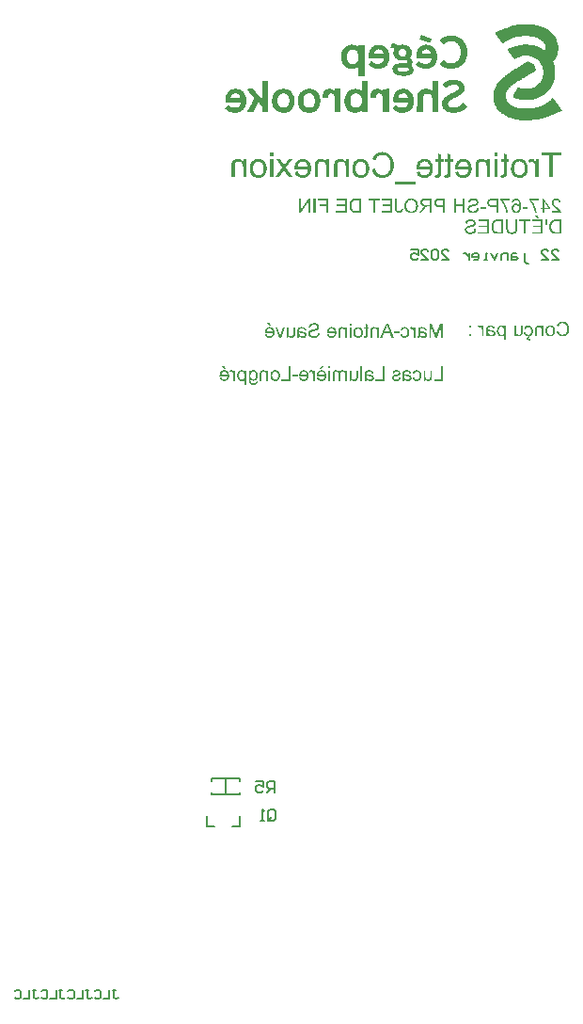
<source format=gbo>
G04*
G04 #@! TF.GenerationSoftware,Altium Limited,Altium Designer,22.11.1 (43)*
G04*
G04 Layer_Color=32896*
%FSLAX25Y25*%
%MOIN*%
G70*
G04*
G04 #@! TF.SameCoordinates,A43992B1-1ED5-4B78-BC8A-5A3AD63A8115*
G04*
G04*
G04 #@! TF.FilePolarity,Positive*
G04*
G01*
G75*
%ADD12C,0.00787*%
%ADD13C,0.00591*%
%ADD14C,0.00600*%
%ADD46C,0.00709*%
G36*
X163530Y254815D02*
X162911D01*
Y255522D01*
X163530D01*
Y254815D01*
D02*
G37*
G36*
X135092Y254589D02*
X134582D01*
X133824Y255552D01*
X134640D01*
X135092Y254589D01*
D02*
G37*
G36*
X188812Y254210D02*
X188965Y254196D01*
X189111Y254174D01*
X189228Y254152D01*
X189330Y254130D01*
X189402Y254108D01*
X189432Y254101D01*
X189454Y254094D01*
X189461Y254086D01*
X189468D01*
X189592Y254035D01*
X189701Y253970D01*
X189796Y253911D01*
X189876Y253853D01*
X189935Y253795D01*
X189979Y253751D01*
X190008Y253722D01*
X190015Y253714D01*
X190080Y253620D01*
X190139Y253518D01*
X190183Y253415D01*
X190219Y253321D01*
X190248Y253226D01*
X190270Y253160D01*
X190277Y253131D01*
Y253109D01*
X190285Y253102D01*
Y253095D01*
X189680Y253015D01*
X189636Y253146D01*
X189592Y253262D01*
X189541Y253357D01*
X189497Y253430D01*
X189454Y253488D01*
X189417Y253525D01*
X189388Y253547D01*
X189381Y253554D01*
X189293Y253605D01*
X189191Y253642D01*
X189082Y253671D01*
X188980Y253685D01*
X188878Y253700D01*
X188805Y253707D01*
X188732D01*
X188564Y253700D01*
X188418Y253678D01*
X188302Y253642D01*
X188200Y253605D01*
X188127Y253561D01*
X188068Y253532D01*
X188032Y253503D01*
X188025Y253496D01*
X187966Y253430D01*
X187923Y253350D01*
X187886Y253262D01*
X187864Y253175D01*
X187850Y253095D01*
X187843Y253022D01*
Y252978D01*
Y252971D01*
Y252963D01*
Y252949D01*
Y252920D01*
Y252869D01*
X187850Y252825D01*
Y252811D01*
Y252803D01*
X187923Y252781D01*
X188003Y252759D01*
X188171Y252716D01*
X188360Y252679D01*
X188535Y252643D01*
X188622Y252628D01*
X188703Y252621D01*
X188776Y252606D01*
X188834Y252599D01*
X188885Y252592D01*
X188921D01*
X188951Y252585D01*
X188958D01*
X189089Y252570D01*
X189198Y252548D01*
X189293Y252533D01*
X189366Y252519D01*
X189424Y252512D01*
X189468Y252497D01*
X189497Y252490D01*
X189505D01*
X189599Y252461D01*
X189680Y252431D01*
X189760Y252395D01*
X189825Y252366D01*
X189884Y252337D01*
X189920Y252308D01*
X189949Y252293D01*
X189957Y252286D01*
X190030Y252235D01*
X190088Y252176D01*
X190146Y252118D01*
X190190Y252060D01*
X190226Y252009D01*
X190255Y251965D01*
X190270Y251936D01*
X190277Y251928D01*
X190314Y251848D01*
X190343Y251761D01*
X190365Y251680D01*
X190379Y251600D01*
X190387Y251535D01*
X190394Y251484D01*
Y251454D01*
Y251440D01*
X190387Y251353D01*
X190379Y251280D01*
X190343Y251127D01*
X190292Y251003D01*
X190234Y250893D01*
X190175Y250806D01*
X190124Y250740D01*
X190088Y250704D01*
X190073Y250689D01*
X189942Y250594D01*
X189796Y250521D01*
X189636Y250470D01*
X189490Y250434D01*
X189359Y250412D01*
X189301Y250405D01*
X189250D01*
X189206Y250397D01*
X189147D01*
X189016Y250405D01*
X188885Y250419D01*
X188768Y250434D01*
X188666Y250456D01*
X188586Y250478D01*
X188521Y250500D01*
X188477Y250507D01*
X188462Y250514D01*
X188338Y250565D01*
X188222Y250631D01*
X188112Y250704D01*
X188003Y250769D01*
X187915Y250835D01*
X187850Y250886D01*
X187806Y250922D01*
X187799Y250937D01*
X187792D01*
X187777Y250842D01*
X187762Y250755D01*
X187748Y250675D01*
X187726Y250609D01*
X187704Y250551D01*
X187689Y250514D01*
X187682Y250485D01*
X187675Y250478D01*
X187026D01*
X187063Y250558D01*
X187099Y250638D01*
X187128Y250711D01*
X187143Y250777D01*
X187164Y250835D01*
X187172Y250879D01*
X187179Y250908D01*
Y250915D01*
X187186Y250966D01*
X187194Y251032D01*
Y251105D01*
X187201Y251185D01*
X187208Y251367D01*
Y251549D01*
X187216Y251724D01*
Y251804D01*
Y251870D01*
Y251928D01*
Y251972D01*
Y252001D01*
Y252009D01*
Y252840D01*
Y252978D01*
X187223Y253102D01*
X187230Y253197D01*
Y253277D01*
X187237Y253335D01*
X187245Y253379D01*
X187252Y253401D01*
Y253408D01*
X187274Y253503D01*
X187303Y253583D01*
X187332Y253649D01*
X187369Y253714D01*
X187398Y253758D01*
X187420Y253795D01*
X187434Y253817D01*
X187442Y253824D01*
X187500Y253882D01*
X187566Y253940D01*
X187638Y253984D01*
X187711Y254028D01*
X187777Y254057D01*
X187828Y254079D01*
X187864Y254094D01*
X187879Y254101D01*
X187996Y254137D01*
X188119Y254166D01*
X188243Y254188D01*
X188367Y254203D01*
X188477Y254210D01*
X188557Y254217D01*
X188637D01*
X188812Y254210D01*
D02*
G37*
G36*
X146085Y254210D02*
X146239Y254196D01*
X146384Y254174D01*
X146501Y254152D01*
X146603Y254130D01*
X146676Y254108D01*
X146705Y254101D01*
X146727Y254094D01*
X146734Y254086D01*
X146741D01*
X146865Y254035D01*
X146975Y253970D01*
X147070Y253911D01*
X147150Y253853D01*
X147208Y253795D01*
X147252Y253751D01*
X147281Y253722D01*
X147288Y253714D01*
X147354Y253620D01*
X147412Y253518D01*
X147456Y253415D01*
X147492Y253321D01*
X147521Y253226D01*
X147543Y253160D01*
X147551Y253131D01*
Y253109D01*
X147558Y253102D01*
Y253095D01*
X146953Y253015D01*
X146909Y253146D01*
X146865Y253262D01*
X146814Y253357D01*
X146771Y253430D01*
X146727Y253488D01*
X146690Y253525D01*
X146661Y253547D01*
X146654Y253554D01*
X146566Y253605D01*
X146465Y253642D01*
X146355Y253671D01*
X146253Y253685D01*
X146151Y253700D01*
X146078Y253707D01*
X146005D01*
X145837Y253700D01*
X145692Y253678D01*
X145575Y253642D01*
X145473Y253605D01*
X145400Y253561D01*
X145342Y253532D01*
X145305Y253503D01*
X145298Y253496D01*
X145240Y253430D01*
X145196Y253350D01*
X145159Y253262D01*
X145138Y253175D01*
X145123Y253095D01*
X145116Y253022D01*
Y252978D01*
Y252971D01*
Y252963D01*
Y252949D01*
Y252920D01*
Y252869D01*
X145123Y252825D01*
Y252810D01*
Y252803D01*
X145196Y252781D01*
X145276Y252759D01*
X145444Y252716D01*
X145633Y252679D01*
X145808Y252643D01*
X145896Y252628D01*
X145976Y252621D01*
X146049Y252606D01*
X146107Y252599D01*
X146158Y252592D01*
X146195D01*
X146224Y252585D01*
X146231D01*
X146362Y252570D01*
X146472Y252548D01*
X146566Y252533D01*
X146639Y252519D01*
X146698Y252512D01*
X146741Y252497D01*
X146771Y252490D01*
X146778D01*
X146873Y252461D01*
X146953Y252431D01*
X147033Y252395D01*
X147099Y252366D01*
X147157Y252337D01*
X147194Y252307D01*
X147223Y252293D01*
X147230Y252286D01*
X147303Y252235D01*
X147361Y252176D01*
X147419Y252118D01*
X147463Y252060D01*
X147500Y252009D01*
X147529Y251965D01*
X147543Y251936D01*
X147551Y251928D01*
X147587Y251848D01*
X147616Y251761D01*
X147638Y251680D01*
X147653Y251600D01*
X147660Y251535D01*
X147667Y251484D01*
Y251454D01*
Y251440D01*
X147660Y251352D01*
X147653Y251280D01*
X147616Y251127D01*
X147565Y251003D01*
X147507Y250893D01*
X147449Y250806D01*
X147398Y250740D01*
X147361Y250704D01*
X147346Y250689D01*
X147215Y250594D01*
X147070Y250521D01*
X146909Y250470D01*
X146763Y250434D01*
X146632Y250412D01*
X146574Y250405D01*
X146523D01*
X146479Y250397D01*
X146421D01*
X146290Y250405D01*
X146158Y250419D01*
X146042Y250434D01*
X145940Y250456D01*
X145859Y250478D01*
X145794Y250500D01*
X145750Y250507D01*
X145735Y250514D01*
X145612Y250565D01*
X145495Y250631D01*
X145386Y250704D01*
X145276Y250769D01*
X145189Y250835D01*
X145123Y250886D01*
X145079Y250922D01*
X145072Y250937D01*
X145065D01*
X145050Y250842D01*
X145036Y250755D01*
X145021Y250675D01*
X144999Y250609D01*
X144977Y250551D01*
X144963Y250514D01*
X144955Y250485D01*
X144948Y250478D01*
X144299D01*
X144336Y250558D01*
X144372Y250638D01*
X144401Y250711D01*
X144416Y250777D01*
X144438Y250835D01*
X144445Y250879D01*
X144452Y250908D01*
Y250915D01*
X144460Y250966D01*
X144467Y251032D01*
Y251105D01*
X144474Y251185D01*
X144482Y251367D01*
Y251549D01*
X144489Y251724D01*
Y251804D01*
Y251870D01*
Y251928D01*
Y251972D01*
Y252001D01*
Y252009D01*
Y252840D01*
Y252978D01*
X144496Y253102D01*
X144503Y253197D01*
Y253277D01*
X144511Y253335D01*
X144518Y253379D01*
X144525Y253401D01*
Y253408D01*
X144547Y253503D01*
X144576Y253583D01*
X144606Y253649D01*
X144642Y253714D01*
X144671Y253758D01*
X144693Y253795D01*
X144708Y253817D01*
X144715Y253824D01*
X144773Y253882D01*
X144839Y253940D01*
X144912Y253984D01*
X144985Y254028D01*
X145050Y254057D01*
X145101Y254079D01*
X145138Y254094D01*
X145152Y254101D01*
X145269Y254137D01*
X145393Y254166D01*
X145517Y254188D01*
X145641Y254203D01*
X145750Y254210D01*
X145830Y254217D01*
X145910D01*
X146085Y254210D01*
D02*
G37*
G36*
X180633Y251994D02*
X178715D01*
Y252614D01*
X180633D01*
Y251994D01*
D02*
G37*
G36*
X138620Y250478D02*
X138030D01*
X136637Y254137D01*
X137279D01*
X138088Y251899D01*
X138139Y251753D01*
X138190Y251622D01*
X138227Y251498D01*
X138263Y251403D01*
X138285Y251316D01*
X138307Y251258D01*
X138314Y251221D01*
X138321Y251207D01*
X138365Y251345D01*
X138402Y251484D01*
X138445Y251608D01*
X138482Y251717D01*
X138511Y251812D01*
X138533Y251885D01*
X138540Y251906D01*
X138548Y251928D01*
X138555Y251936D01*
Y251943D01*
X139342Y254137D01*
X139998D01*
X138620Y250478D01*
D02*
G37*
G36*
X196000Y250478D02*
X195359D01*
Y254771D01*
X193901Y250478D01*
X193303D01*
X191830Y254699D01*
Y250478D01*
X191189D01*
Y255522D01*
X192085D01*
X193295Y252009D01*
X193361Y251819D01*
X193412Y251659D01*
X193463Y251520D01*
X193500Y251403D01*
X193529Y251316D01*
X193551Y251250D01*
X193558Y251214D01*
X193565Y251199D01*
X193594Y251301D01*
X193631Y251418D01*
X193675Y251542D01*
X193711Y251666D01*
X193747Y251775D01*
X193777Y251863D01*
X193791Y251899D01*
X193798Y251921D01*
X193806Y251936D01*
Y251943D01*
X195001Y255522D01*
X196000D01*
Y250478D01*
D02*
G37*
G36*
X169311Y255041D02*
Y254137D01*
X169771D01*
Y253656D01*
X169311D01*
Y251542D01*
Y251440D01*
Y251353D01*
X169304Y251272D01*
X169297Y251192D01*
Y251127D01*
X169289Y251068D01*
X169275Y250973D01*
X169260Y250901D01*
X169253Y250849D01*
X169238Y250820D01*
Y250813D01*
X169209Y250747D01*
X169166Y250696D01*
X169122Y250645D01*
X169085Y250609D01*
X169042Y250572D01*
X169012Y250551D01*
X168991Y250536D01*
X168983Y250529D01*
X168903Y250492D01*
X168823Y250470D01*
X168735Y250448D01*
X168648Y250441D01*
X168575Y250434D01*
X168517Y250427D01*
X168458D01*
X168298Y250434D01*
X168218Y250441D01*
X168145Y250456D01*
X168079Y250463D01*
X168028Y250470D01*
X167999Y250478D01*
X167984D01*
X168065Y251024D01*
X168123Y251017D01*
X168181Y251010D01*
X168232D01*
X168269Y251003D01*
X168342D01*
X168437Y251010D01*
X168502Y251024D01*
X168539Y251039D01*
X168553Y251046D01*
X168604Y251083D01*
X168633Y251119D01*
X168655Y251148D01*
X168663Y251163D01*
X168670Y251199D01*
X168677Y251250D01*
X168684Y251367D01*
X168692Y251418D01*
Y251462D01*
Y251491D01*
Y251505D01*
Y253656D01*
X168065D01*
Y254137D01*
X168692D01*
Y255413D01*
X169311Y255041D01*
D02*
G37*
G36*
X143549Y251870D02*
Y251731D01*
X143541Y251608D01*
X143534Y251513D01*
X143527Y251425D01*
Y251367D01*
X143519Y251323D01*
X143512Y251294D01*
Y251287D01*
X143490Y251192D01*
X143461Y251105D01*
X143432Y251024D01*
X143395Y250959D01*
X143366Y250901D01*
X143344Y250864D01*
X143330Y250835D01*
X143323Y250828D01*
X143264Y250762D01*
X143199Y250704D01*
X143133Y250653D01*
X143060Y250609D01*
X143002Y250572D01*
X142951Y250543D01*
X142921Y250529D01*
X142907Y250521D01*
X142798Y250478D01*
X142695Y250448D01*
X142594Y250427D01*
X142499Y250412D01*
X142419Y250405D01*
X142353Y250397D01*
X142302D01*
X142171Y250405D01*
X142039Y250427D01*
X141923Y250456D01*
X141806Y250492D01*
X141704Y250543D01*
X141609Y250594D01*
X141522Y250645D01*
X141442Y250704D01*
X141369Y250762D01*
X141310Y250813D01*
X141259Y250871D01*
X141216Y250915D01*
X141179Y250952D01*
X141157Y250981D01*
X141143Y251003D01*
X141136Y251010D01*
Y250478D01*
X140581D01*
Y254137D01*
X141201D01*
Y252176D01*
X141208Y252009D01*
X141216Y251863D01*
X141230Y251739D01*
X141252Y251637D01*
X141274Y251557D01*
X141289Y251498D01*
X141296Y251469D01*
X141303Y251454D01*
X141347Y251367D01*
X141398Y251294D01*
X141456Y251228D01*
X141515Y251170D01*
X141566Y251127D01*
X141609Y251097D01*
X141639Y251075D01*
X141653Y251068D01*
X141748Y251024D01*
X141843Y250988D01*
X141930Y250966D01*
X142010Y250944D01*
X142076Y250937D01*
X142127Y250930D01*
X142178D01*
X142280Y250937D01*
X142367Y250952D01*
X142448Y250973D01*
X142513Y251003D01*
X142572Y251024D01*
X142608Y251046D01*
X142637Y251061D01*
X142645Y251068D01*
X142710Y251127D01*
X142761Y251185D01*
X142805Y251250D01*
X142841Y251309D01*
X142863Y251367D01*
X142878Y251411D01*
X142892Y251440D01*
Y251447D01*
X142907Y251527D01*
X142914Y251622D01*
X142921Y251731D01*
Y251841D01*
X142929Y251943D01*
Y252023D01*
Y252060D01*
Y252081D01*
Y252096D01*
Y252103D01*
Y254137D01*
X143549D01*
Y251870D01*
D02*
G37*
G36*
X182608Y254210D02*
X182769Y254181D01*
X182922Y254145D01*
X183046Y254108D01*
X183155Y254064D01*
X183199Y254043D01*
X183235Y254028D01*
X183264Y254013D01*
X183286Y253999D01*
X183301Y253991D01*
X183308D01*
X183447Y253904D01*
X183571Y253795D01*
X183673Y253685D01*
X183760Y253576D01*
X183826Y253481D01*
X183869Y253401D01*
X183884Y253372D01*
X183899Y253350D01*
X183906Y253335D01*
Y253328D01*
X183972Y253153D01*
X184015Y252978D01*
X184052Y252803D01*
X184074Y252643D01*
X184081Y252570D01*
X184088Y252504D01*
Y252446D01*
X184095Y252395D01*
Y252351D01*
Y252322D01*
Y252300D01*
Y252293D01*
X184088Y252125D01*
X184074Y251972D01*
X184052Y251819D01*
X184022Y251688D01*
X183993Y251557D01*
X183950Y251447D01*
X183913Y251338D01*
X183869Y251243D01*
X183826Y251163D01*
X183789Y251090D01*
X183746Y251024D01*
X183716Y250973D01*
X183687Y250937D01*
X183665Y250908D01*
X183651Y250893D01*
X183643Y250886D01*
X183556Y250798D01*
X183461Y250726D01*
X183366Y250660D01*
X183264Y250602D01*
X183162Y250558D01*
X183068Y250514D01*
X182871Y250456D01*
X182783Y250441D01*
X182703Y250427D01*
X182630Y250412D01*
X182564Y250405D01*
X182513Y250397D01*
X182441D01*
X182331Y250405D01*
X182222Y250412D01*
X182032Y250456D01*
X181857Y250507D01*
X181712Y250572D01*
X181653Y250609D01*
X181595Y250638D01*
X181544Y250667D01*
X181508Y250696D01*
X181478Y250718D01*
X181456Y250733D01*
X181442Y250740D01*
X181435Y250747D01*
X181362Y250820D01*
X181296Y250893D01*
X181179Y251054D01*
X181085Y251221D01*
X181019Y251374D01*
X180968Y251520D01*
X180953Y251578D01*
X180939Y251637D01*
X180932Y251680D01*
X180924Y251710D01*
X180917Y251731D01*
Y251739D01*
X181529Y251819D01*
X181559Y251659D01*
X181602Y251513D01*
X181661Y251396D01*
X181712Y251301D01*
X181763Y251221D01*
X181806Y251170D01*
X181828Y251134D01*
X181843Y251127D01*
X181938Y251054D01*
X182040Y251003D01*
X182142Y250959D01*
X182237Y250937D01*
X182317Y250922D01*
X182390Y250915D01*
X182433Y250908D01*
X182448D01*
X182528Y250915D01*
X182608Y250922D01*
X182754Y250959D01*
X182878Y251010D01*
X182987Y251075D01*
X183068Y251134D01*
X183133Y251185D01*
X183170Y251221D01*
X183184Y251236D01*
X183235Y251301D01*
X183279Y251382D01*
X183345Y251542D01*
X183396Y251724D01*
X183425Y251899D01*
X183447Y252060D01*
X183454Y252125D01*
Y252191D01*
X183461Y252235D01*
Y252278D01*
Y252300D01*
Y252308D01*
Y252439D01*
X183447Y252563D01*
X183432Y252679D01*
X183417Y252781D01*
X183396Y252876D01*
X183366Y252963D01*
X183345Y253044D01*
X183315Y253117D01*
X183286Y253175D01*
X183264Y253226D01*
X183235Y253270D01*
X183213Y253306D01*
X183199Y253335D01*
X183184Y253357D01*
X183170Y253364D01*
Y253372D01*
X183111Y253430D01*
X183053Y253481D01*
X182929Y253569D01*
X182798Y253627D01*
X182681Y253663D01*
X182572Y253693D01*
X182492Y253700D01*
X182455Y253707D01*
X182411D01*
X182302Y253700D01*
X182200Y253678D01*
X182113Y253649D01*
X182032Y253612D01*
X181974Y253576D01*
X181923Y253547D01*
X181894Y253525D01*
X181887Y253518D01*
X181814Y253445D01*
X181748Y253357D01*
X181690Y253262D01*
X181653Y253175D01*
X181617Y253095D01*
X181595Y253029D01*
X181588Y252985D01*
X181580Y252978D01*
Y252971D01*
X180975Y253066D01*
X181026Y253262D01*
X181099Y253430D01*
X181179Y253576D01*
X181260Y253693D01*
X181340Y253787D01*
X181405Y253853D01*
X181449Y253897D01*
X181456Y253911D01*
X181464D01*
X181617Y254013D01*
X181777Y254086D01*
X181938Y254145D01*
X182091Y254181D01*
X182229Y254203D01*
X182288Y254210D01*
X182331D01*
X182375Y254217D01*
X182433D01*
X182608Y254210D01*
D02*
G37*
G36*
X156685Y254210D02*
X156816Y254196D01*
X156940Y254174D01*
X157057Y254137D01*
X157166Y254101D01*
X157268Y254057D01*
X157363Y254013D01*
X157443Y253962D01*
X157523Y253919D01*
X157589Y253868D01*
X157647Y253824D01*
X157691Y253787D01*
X157728Y253751D01*
X157757Y253729D01*
X157771Y253714D01*
X157779Y253707D01*
X157859Y253605D01*
X157932Y253496D01*
X157997Y253386D01*
X158055Y253270D01*
X158099Y253146D01*
X158136Y253029D01*
X158194Y252796D01*
X158216Y252694D01*
X158230Y252592D01*
X158238Y252504D01*
X158245Y252424D01*
X158252Y252359D01*
Y252315D01*
Y252278D01*
Y252271D01*
X158245Y252111D01*
X158230Y251958D01*
X158209Y251812D01*
X158179Y251680D01*
X158143Y251557D01*
X158107Y251440D01*
X158063Y251338D01*
X158019Y251243D01*
X157975Y251163D01*
X157932Y251090D01*
X157895Y251032D01*
X157859Y250981D01*
X157830Y250937D01*
X157808Y250908D01*
X157793Y250893D01*
X157786Y250886D01*
X157691Y250798D01*
X157596Y250726D01*
X157494Y250660D01*
X157385Y250602D01*
X157283Y250558D01*
X157174Y250514D01*
X156969Y250456D01*
X156875Y250441D01*
X156787Y250427D01*
X156707Y250412D01*
X156641Y250405D01*
X156590Y250397D01*
X156510D01*
X156284Y250412D01*
X156080Y250448D01*
X155898Y250492D01*
X155825Y250521D01*
X155752Y250551D01*
X155686Y250580D01*
X155628Y250609D01*
X155584Y250631D01*
X155541Y250653D01*
X155511Y250675D01*
X155490Y250689D01*
X155475Y250704D01*
X155468D01*
X155322Y250835D01*
X155205Y250973D01*
X155103Y251119D01*
X155030Y251258D01*
X154972Y251382D01*
X154950Y251440D01*
X154928Y251484D01*
X154914Y251527D01*
X154906Y251557D01*
X154899Y251571D01*
Y251578D01*
X155541Y251659D01*
X155599Y251520D01*
X155664Y251403D01*
X155730Y251301D01*
X155788Y251221D01*
X155839Y251163D01*
X155883Y251119D01*
X155920Y251090D01*
X155927Y251083D01*
X156022Y251024D01*
X156116Y250981D01*
X156219Y250952D01*
X156306Y250930D01*
X156386Y250915D01*
X156452Y250908D01*
X156510D01*
X156598Y250915D01*
X156678Y250922D01*
X156824Y250959D01*
X156955Y251010D01*
X157071Y251068D01*
X157159Y251119D01*
X157225Y251170D01*
X157268Y251207D01*
X157275Y251221D01*
X157283D01*
X157385Y251352D01*
X157465Y251498D01*
X157523Y251659D01*
X157567Y251804D01*
X157589Y251936D01*
X157604Y251994D01*
X157611Y252045D01*
Y252089D01*
X157618Y252118D01*
Y252140D01*
Y252147D01*
X154884D01*
X154877Y252220D01*
Y252271D01*
Y252300D01*
Y252307D01*
X154884Y252475D01*
X154899Y252628D01*
X154921Y252774D01*
X154950Y252912D01*
X154987Y253036D01*
X155023Y253153D01*
X155067Y253255D01*
X155110Y253350D01*
X155154Y253437D01*
X155198Y253510D01*
X155234Y253569D01*
X155271Y253620D01*
X155300Y253663D01*
X155322Y253693D01*
X155336Y253707D01*
X155344Y253714D01*
X155431Y253802D01*
X155526Y253882D01*
X155628Y253948D01*
X155730Y254006D01*
X155832Y254057D01*
X155927Y254094D01*
X156029Y254130D01*
X156116Y254152D01*
X156211Y254174D01*
X156291Y254188D01*
X156364Y254203D01*
X156423Y254210D01*
X156474Y254217D01*
X156546D01*
X156685Y254210D01*
D02*
G37*
G36*
X134728D02*
X134859Y254196D01*
X134983Y254174D01*
X135099Y254137D01*
X135209Y254101D01*
X135311Y254057D01*
X135406Y254013D01*
X135486Y253962D01*
X135566Y253919D01*
X135632Y253868D01*
X135690Y253824D01*
X135734Y253787D01*
X135770Y253751D01*
X135799Y253729D01*
X135814Y253714D01*
X135821Y253707D01*
X135901Y253605D01*
X135974Y253496D01*
X136040Y253386D01*
X136098Y253270D01*
X136142Y253146D01*
X136178Y253029D01*
X136237Y252796D01*
X136258Y252694D01*
X136273Y252592D01*
X136280Y252504D01*
X136288Y252424D01*
X136295Y252359D01*
Y252315D01*
Y252278D01*
Y252271D01*
X136288Y252111D01*
X136273Y251958D01*
X136251Y251812D01*
X136222Y251680D01*
X136186Y251557D01*
X136149Y251440D01*
X136105Y251338D01*
X136062Y251243D01*
X136018Y251163D01*
X135974Y251090D01*
X135938Y251032D01*
X135901Y250981D01*
X135872Y250937D01*
X135850Y250908D01*
X135836Y250893D01*
X135828Y250886D01*
X135734Y250798D01*
X135639Y250726D01*
X135537Y250660D01*
X135427Y250602D01*
X135325Y250558D01*
X135216Y250514D01*
X135012Y250456D01*
X134917Y250441D01*
X134830Y250427D01*
X134749Y250412D01*
X134684Y250405D01*
X134633Y250397D01*
X134553D01*
X134327Y250412D01*
X134123Y250448D01*
X133940Y250492D01*
X133867Y250521D01*
X133794Y250551D01*
X133729Y250580D01*
X133670Y250609D01*
X133627Y250631D01*
X133583Y250653D01*
X133554Y250675D01*
X133532Y250689D01*
X133517Y250704D01*
X133510D01*
X133364Y250835D01*
X133248Y250973D01*
X133146Y251119D01*
X133073Y251258D01*
X133014Y251382D01*
X132992Y251440D01*
X132971Y251484D01*
X132956Y251527D01*
X132949Y251557D01*
X132941Y251571D01*
Y251578D01*
X133583Y251659D01*
X133641Y251520D01*
X133707Y251403D01*
X133773Y251301D01*
X133831Y251221D01*
X133882Y251163D01*
X133926Y251119D01*
X133962Y251090D01*
X133969Y251083D01*
X134064Y251024D01*
X134159Y250981D01*
X134261Y250952D01*
X134348Y250930D01*
X134429Y250915D01*
X134494Y250908D01*
X134553D01*
X134640Y250915D01*
X134720Y250922D01*
X134866Y250959D01*
X134997Y251010D01*
X135114Y251068D01*
X135201Y251119D01*
X135267Y251170D01*
X135311Y251207D01*
X135318Y251221D01*
X135325D01*
X135427Y251352D01*
X135508Y251498D01*
X135566Y251659D01*
X135610Y251804D01*
X135632Y251936D01*
X135646Y251994D01*
X135653Y252045D01*
Y252089D01*
X135661Y252118D01*
Y252140D01*
Y252147D01*
X132927D01*
X132920Y252220D01*
Y252271D01*
Y252300D01*
Y252307D01*
X132927Y252475D01*
X132941Y252628D01*
X132963Y252774D01*
X132992Y252912D01*
X133029Y253036D01*
X133065Y253153D01*
X133109Y253255D01*
X133153Y253350D01*
X133197Y253437D01*
X133240Y253510D01*
X133277Y253569D01*
X133313Y253620D01*
X133343Y253663D01*
X133364Y253693D01*
X133379Y253707D01*
X133386Y253714D01*
X133474Y253802D01*
X133568Y253882D01*
X133670Y253948D01*
X133773Y254006D01*
X133875Y254057D01*
X133969Y254094D01*
X134072Y254130D01*
X134159Y254152D01*
X134254Y254174D01*
X134334Y254188D01*
X134407Y254203D01*
X134465Y254210D01*
X134516Y254217D01*
X134589D01*
X134728Y254210D01*
D02*
G37*
G36*
X184999Y254210D02*
X185072Y254196D01*
X185145Y254174D01*
X185204Y254152D01*
X185247Y254130D01*
X185291Y254108D01*
X185313Y254094D01*
X185320Y254086D01*
X185386Y254028D01*
X185451Y253955D01*
X185517Y253868D01*
X185575Y253787D01*
X185634Y253707D01*
X185670Y253642D01*
X185699Y253590D01*
X185706Y253583D01*
Y254137D01*
X186268D01*
Y250478D01*
X185648D01*
Y252388D01*
X185641Y252533D01*
X185634Y252665D01*
X185619Y252789D01*
X185597Y252898D01*
X185575Y252985D01*
X185561Y253051D01*
X185553Y253095D01*
X185546Y253109D01*
X185517Y253189D01*
X185480Y253255D01*
X185444Y253313D01*
X185408Y253364D01*
X185371Y253401D01*
X185349Y253430D01*
X185327Y253445D01*
X185320Y253452D01*
X185262Y253496D01*
X185196Y253525D01*
X185131Y253547D01*
X185080Y253561D01*
X185029Y253569D01*
X184992Y253576D01*
X184956D01*
X184876Y253569D01*
X184795Y253554D01*
X184715Y253532D01*
X184650Y253510D01*
X184591Y253488D01*
X184547Y253467D01*
X184518Y253452D01*
X184511Y253445D01*
X184285Y254013D01*
X184409Y254079D01*
X184526Y254130D01*
X184628Y254166D01*
X184722Y254196D01*
X184803Y254210D01*
X184868Y254217D01*
X184919D01*
X184999Y254210D01*
D02*
G37*
G36*
X178511Y250478D02*
X177804D01*
X177257Y252009D01*
X175143D01*
X174553Y250478D01*
X173795D01*
X175858Y255522D01*
X176587D01*
X178511Y250478D01*
D02*
G37*
G36*
X171761Y254210D02*
X171892Y254188D01*
X172009Y254159D01*
X172125Y254123D01*
X172227Y254079D01*
X172322Y254028D01*
X172410Y253970D01*
X172483Y253919D01*
X172555Y253860D01*
X172614Y253802D01*
X172665Y253751D01*
X172708Y253707D01*
X172738Y253671D01*
X172759Y253642D01*
X172774Y253620D01*
X172781Y253612D01*
Y254137D01*
X173335D01*
Y250478D01*
X172716D01*
Y252468D01*
Y252592D01*
X172701Y252716D01*
X172687Y252818D01*
X172672Y252912D01*
X172650Y253000D01*
X172628Y253080D01*
X172599Y253153D01*
X172570Y253211D01*
X172548Y253262D01*
X172519Y253306D01*
X172497Y253343D01*
X172475Y253372D01*
X172446Y253408D01*
X172431Y253423D01*
X172322Y253510D01*
X172205Y253569D01*
X172089Y253612D01*
X171987Y253649D01*
X171892Y253663D01*
X171819Y253671D01*
X171790Y253678D01*
X171754D01*
X171666Y253671D01*
X171579Y253663D01*
X171506Y253642D01*
X171447Y253620D01*
X171396Y253598D01*
X171353Y253583D01*
X171331Y253569D01*
X171323Y253561D01*
X171258Y253518D01*
X171199Y253467D01*
X171156Y253415D01*
X171119Y253372D01*
X171097Y253328D01*
X171075Y253292D01*
X171061Y253270D01*
Y253262D01*
X171039Y253182D01*
X171017Y253095D01*
X171003Y253000D01*
X170995Y252905D01*
X170988Y252825D01*
Y252759D01*
Y252708D01*
Y252701D01*
Y252694D01*
Y250478D01*
X170368D01*
Y252723D01*
Y252876D01*
X170376Y253000D01*
X170383Y253102D01*
Y253189D01*
X170390Y253248D01*
X170397Y253292D01*
X170405Y253321D01*
Y253328D01*
X170427Y253423D01*
X170463Y253510D01*
X170492Y253583D01*
X170521Y253656D01*
X170558Y253707D01*
X170580Y253744D01*
X170594Y253773D01*
X170602Y253780D01*
X170660Y253853D01*
X170726Y253911D01*
X170791Y253970D01*
X170864Y254013D01*
X170922Y254050D01*
X170973Y254072D01*
X171003Y254086D01*
X171017Y254094D01*
X171119Y254137D01*
X171229Y254166D01*
X171331Y254188D01*
X171425Y254203D01*
X171506Y254210D01*
X171564Y254217D01*
X171622D01*
X171761Y254210D01*
D02*
G37*
G36*
X163530Y250478D02*
X162911D01*
Y254137D01*
X163530D01*
Y250478D01*
D02*
G37*
G36*
X160388Y254210D02*
X160520Y254188D01*
X160636Y254159D01*
X160753Y254123D01*
X160855Y254079D01*
X160950Y254028D01*
X161037Y253970D01*
X161110Y253919D01*
X161183Y253860D01*
X161241Y253802D01*
X161292Y253751D01*
X161336Y253707D01*
X161365Y253671D01*
X161387Y253642D01*
X161402Y253620D01*
X161409Y253612D01*
Y254137D01*
X161963D01*
Y250478D01*
X161343D01*
Y252468D01*
Y252592D01*
X161329Y252716D01*
X161314Y252818D01*
X161300Y252912D01*
X161278Y253000D01*
X161256Y253080D01*
X161227Y253153D01*
X161197Y253211D01*
X161176Y253262D01*
X161146Y253306D01*
X161125Y253343D01*
X161103Y253372D01*
X161074Y253408D01*
X161059Y253423D01*
X160950Y253510D01*
X160833Y253569D01*
X160716Y253612D01*
X160614Y253649D01*
X160520Y253663D01*
X160447Y253671D01*
X160417Y253678D01*
X160381D01*
X160294Y253671D01*
X160206Y253663D01*
X160133Y253642D01*
X160075Y253620D01*
X160024Y253598D01*
X159980Y253583D01*
X159958Y253569D01*
X159951Y253561D01*
X159885Y253518D01*
X159827Y253467D01*
X159783Y253415D01*
X159747Y253372D01*
X159725Y253328D01*
X159703Y253292D01*
X159688Y253270D01*
Y253262D01*
X159667Y253182D01*
X159645Y253095D01*
X159630Y253000D01*
X159623Y252905D01*
X159616Y252825D01*
Y252759D01*
Y252708D01*
Y252701D01*
Y252694D01*
Y250478D01*
X158996D01*
Y252723D01*
Y252876D01*
X159003Y253000D01*
X159011Y253102D01*
Y253189D01*
X159018Y253248D01*
X159025Y253292D01*
X159032Y253321D01*
Y253328D01*
X159054Y253423D01*
X159091Y253510D01*
X159120Y253583D01*
X159149Y253656D01*
X159186Y253707D01*
X159207Y253744D01*
X159222Y253773D01*
X159229Y253780D01*
X159288Y253853D01*
X159353Y253911D01*
X159419Y253970D01*
X159492Y254013D01*
X159550Y254050D01*
X159601Y254072D01*
X159630Y254086D01*
X159645Y254094D01*
X159747Y254137D01*
X159856Y254166D01*
X159958Y254188D01*
X160053Y254203D01*
X160133Y254210D01*
X160192Y254217D01*
X160250D01*
X160388Y254210D01*
D02*
G37*
G36*
X166096D02*
X166213Y254203D01*
X166439Y254152D01*
X166636Y254086D01*
X166723Y254050D01*
X166804Y254013D01*
X166876Y253977D01*
X166935Y253940D01*
X166993Y253904D01*
X167037Y253875D01*
X167073Y253846D01*
X167102Y253824D01*
X167117Y253817D01*
X167124Y253809D01*
X167226Y253714D01*
X167307Y253605D01*
X167387Y253488D01*
X167445Y253372D01*
X167503Y253248D01*
X167547Y253117D01*
X167584Y252993D01*
X167613Y252876D01*
X167642Y252759D01*
X167657Y252657D01*
X167671Y252555D01*
X167678Y252475D01*
Y252402D01*
X167686Y252351D01*
Y252322D01*
Y252308D01*
X167678Y252140D01*
X167664Y251979D01*
X167642Y251834D01*
X167613Y251695D01*
X167576Y251571D01*
X167540Y251454D01*
X167496Y251345D01*
X167452Y251250D01*
X167409Y251163D01*
X167365Y251090D01*
X167328Y251032D01*
X167292Y250981D01*
X167263Y250937D01*
X167241Y250908D01*
X167226Y250893D01*
X167219Y250886D01*
X167124Y250798D01*
X167030Y250726D01*
X166928Y250660D01*
X166825Y250602D01*
X166723Y250558D01*
X166614Y250514D01*
X166417Y250456D01*
X166330Y250441D01*
X166242Y250427D01*
X166169Y250412D01*
X166104Y250405D01*
X166045Y250397D01*
X165972D01*
X165797Y250405D01*
X165637Y250434D01*
X165484Y250470D01*
X165360Y250507D01*
X165251Y250551D01*
X165207Y250565D01*
X165171Y250580D01*
X165134Y250594D01*
X165112Y250609D01*
X165105Y250616D01*
X165098D01*
X164952Y250711D01*
X164828Y250813D01*
X164719Y250915D01*
X164631Y251017D01*
X164566Y251105D01*
X164515Y251178D01*
X164500Y251207D01*
X164485Y251228D01*
X164478Y251236D01*
Y251243D01*
X164405Y251411D01*
X164354Y251593D01*
X164310Y251775D01*
X164288Y251958D01*
X164274Y252038D01*
Y252111D01*
X164267Y252184D01*
X164259Y252242D01*
Y252293D01*
Y252329D01*
Y252351D01*
Y252359D01*
X164267Y252519D01*
X164281Y252665D01*
X164303Y252803D01*
X164332Y252934D01*
X164369Y253058D01*
X164412Y253168D01*
X164456Y253277D01*
X164500Y253364D01*
X164544Y253445D01*
X164587Y253518D01*
X164631Y253583D01*
X164668Y253634D01*
X164697Y253671D01*
X164719Y253700D01*
X164733Y253714D01*
X164741Y253722D01*
X164835Y253809D01*
X164930Y253882D01*
X165032Y253955D01*
X165134Y254006D01*
X165236Y254057D01*
X165338Y254094D01*
X165535Y254159D01*
X165630Y254174D01*
X165710Y254188D01*
X165783Y254203D01*
X165849Y254210D01*
X165900Y254217D01*
X165972D01*
X166096Y254210D01*
D02*
G37*
G36*
X150532Y255603D02*
X150700Y255581D01*
X150860Y255552D01*
X150999Y255522D01*
X151108Y255493D01*
X151159Y255479D01*
X151196Y255464D01*
X151225Y255449D01*
X151247Y255442D01*
X151261Y255435D01*
X151269D01*
X151414Y255362D01*
X151546Y255282D01*
X151655Y255194D01*
X151742Y255114D01*
X151808Y255041D01*
X151859Y254983D01*
X151895Y254939D01*
X151903Y254932D01*
Y254925D01*
X151976Y254801D01*
X152027Y254677D01*
X152063Y254553D01*
X152085Y254443D01*
X152100Y254349D01*
X152114Y254276D01*
Y254247D01*
Y254225D01*
Y254217D01*
Y254210D01*
X152107Y254086D01*
X152085Y253970D01*
X152056Y253860D01*
X152027Y253765D01*
X151998Y253693D01*
X151968Y253634D01*
X151946Y253598D01*
X151939Y253583D01*
X151866Y253481D01*
X151779Y253386D01*
X151691Y253306D01*
X151604Y253241D01*
X151531Y253182D01*
X151465Y253146D01*
X151422Y253117D01*
X151414Y253109D01*
X151407D01*
X151349Y253080D01*
X151283Y253051D01*
X151137Y253000D01*
X150970Y252949D01*
X150809Y252898D01*
X150663Y252854D01*
X150598Y252840D01*
X150540Y252825D01*
X150496Y252810D01*
X150459Y252803D01*
X150437Y252796D01*
X150430D01*
X150306Y252767D01*
X150190Y252738D01*
X150088Y252708D01*
X150000Y252687D01*
X149913Y252665D01*
X149840Y252643D01*
X149774Y252628D01*
X149723Y252606D01*
X149672Y252592D01*
X149636Y252585D01*
X149577Y252563D01*
X149541Y252555D01*
X149533Y252548D01*
X149424Y252504D01*
X149329Y252453D01*
X149249Y252402D01*
X149191Y252359D01*
X149140Y252315D01*
X149111Y252286D01*
X149089Y252264D01*
X149082Y252256D01*
X149030Y252191D01*
X148994Y252118D01*
X148972Y252045D01*
X148950Y251987D01*
X148943Y251928D01*
X148936Y251885D01*
Y251848D01*
Y251841D01*
X148943Y251753D01*
X148958Y251673D01*
X148979Y251600D01*
X149009Y251542D01*
X149038Y251484D01*
X149060Y251447D01*
X149074Y251418D01*
X149082Y251411D01*
X149140Y251338D01*
X149213Y251280D01*
X149286Y251228D01*
X149351Y251178D01*
X149417Y251148D01*
X149468Y251119D01*
X149504Y251105D01*
X149519Y251097D01*
X149628Y251061D01*
X149745Y251032D01*
X149862Y251017D01*
X149964Y251003D01*
X150051Y250995D01*
X150124Y250988D01*
X150190D01*
X150350Y250995D01*
X150496Y251010D01*
X150627Y251032D01*
X150744Y251061D01*
X150838Y251090D01*
X150911Y251112D01*
X150933Y251119D01*
X150955Y251127D01*
X150962Y251134D01*
X150970D01*
X151086Y251192D01*
X151196Y251258D01*
X151276Y251323D01*
X151349Y251389D01*
X151407Y251440D01*
X151444Y251491D01*
X151465Y251520D01*
X151473Y251527D01*
X151524Y251622D01*
X151575Y251724D01*
X151604Y251834D01*
X151633Y251928D01*
X151655Y252023D01*
X151670Y252089D01*
Y252118D01*
X151677Y252140D01*
Y252147D01*
Y252154D01*
X152304Y252096D01*
X152289Y251914D01*
X152260Y251739D01*
X152216Y251586D01*
X152165Y251447D01*
X152114Y251338D01*
X152092Y251294D01*
X152078Y251258D01*
X152056Y251228D01*
X152049Y251207D01*
X152034Y251192D01*
Y251185D01*
X151925Y251046D01*
X151808Y250922D01*
X151684Y250820D01*
X151567Y250733D01*
X151465Y250667D01*
X151378Y250623D01*
X151349Y250609D01*
X151327Y250594D01*
X151312Y250587D01*
X151305D01*
X151123Y250521D01*
X150933Y250470D01*
X150744Y250441D01*
X150561Y250412D01*
X150474Y250405D01*
X150401Y250397D01*
X150335D01*
X150277Y250390D01*
X150161D01*
X149964Y250397D01*
X149781Y250419D01*
X149614Y250456D01*
X149475Y250492D01*
X149359Y250521D01*
X149308Y250543D01*
X149264Y250558D01*
X149235Y250572D01*
X149213Y250580D01*
X149198Y250587D01*
X149191D01*
X149038Y250667D01*
X148907Y250755D01*
X148790Y250849D01*
X148695Y250937D01*
X148622Y251010D01*
X148571Y251075D01*
X148535Y251119D01*
X148528Y251127D01*
Y251134D01*
X148447Y251272D01*
X148389Y251403D01*
X148353Y251527D01*
X148323Y251644D01*
X148309Y251746D01*
X148294Y251826D01*
Y251855D01*
Y251877D01*
Y251885D01*
Y251892D01*
X148301Y252038D01*
X148323Y252176D01*
X148360Y252300D01*
X148396Y252402D01*
X148440Y252490D01*
X148469Y252555D01*
X148498Y252592D01*
X148506Y252606D01*
X148593Y252716D01*
X148695Y252818D01*
X148804Y252905D01*
X148914Y252985D01*
X149009Y253044D01*
X149089Y253087D01*
X149118Y253102D01*
X149140Y253117D01*
X149154Y253124D01*
X149162D01*
X149220Y253153D01*
X149293Y253175D01*
X149373Y253204D01*
X149461Y253233D01*
X149643Y253284D01*
X149832Y253335D01*
X149920Y253357D01*
X150000Y253379D01*
X150080Y253401D01*
X150146Y253415D01*
X150197Y253430D01*
X150241Y253437D01*
X150270Y253445D01*
X150277D01*
X150423Y253481D01*
X150554Y253510D01*
X150671Y253547D01*
X150773Y253576D01*
X150868Y253612D01*
X150948Y253642D01*
X151021Y253671D01*
X151086Y253693D01*
X151137Y253722D01*
X151181Y253744D01*
X151210Y253758D01*
X151239Y253780D01*
X151276Y253802D01*
X151283Y253809D01*
X151349Y253882D01*
X151392Y253955D01*
X151429Y254028D01*
X151451Y254101D01*
X151465Y254159D01*
X151473Y254210D01*
Y254239D01*
Y254254D01*
X151458Y254370D01*
X151429Y254473D01*
X151385Y254560D01*
X151334Y254640D01*
X151290Y254699D01*
X151247Y254750D01*
X151217Y254779D01*
X151203Y254786D01*
X151145Y254822D01*
X151086Y254859D01*
X150948Y254917D01*
X150802Y254954D01*
X150656Y254983D01*
X150525Y254997D01*
X150467Y255005D01*
X150423Y255012D01*
X150321D01*
X150117Y255005D01*
X149934Y254976D01*
X149789Y254932D01*
X149665Y254888D01*
X149570Y254844D01*
X149497Y254801D01*
X149461Y254771D01*
X149446Y254764D01*
X149344Y254662D01*
X149264Y254553D01*
X149198Y254436D01*
X149154Y254320D01*
X149125Y254210D01*
X149103Y254130D01*
X149096Y254094D01*
X149089Y254072D01*
Y254057D01*
Y254050D01*
X148447Y254101D01*
X148462Y254261D01*
X148498Y254407D01*
X148535Y254545D01*
X148586Y254662D01*
X148630Y254757D01*
X148666Y254830D01*
X148681Y254852D01*
X148695Y254873D01*
X148703Y254881D01*
Y254888D01*
X148797Y255012D01*
X148899Y255121D01*
X149009Y255216D01*
X149118Y255289D01*
X149213Y255355D01*
X149286Y255391D01*
X149315Y255406D01*
X149337Y255420D01*
X149351Y255428D01*
X149359D01*
X149519Y255486D01*
X149694Y255530D01*
X149854Y255566D01*
X150007Y255588D01*
X150146Y255603D01*
X150197D01*
X150248Y255610D01*
X150343D01*
X150532Y255603D01*
D02*
G37*
G36*
X188439Y357703D02*
X188515Y357677D01*
X188592Y357652D01*
X188694Y357613D01*
X188796Y357575D01*
X188885Y357537D01*
X188936Y357524D01*
X188961Y357511D01*
X189153Y357435D01*
X189357Y357346D01*
X189561Y357269D01*
X189752Y357193D01*
X189918Y357129D01*
X190045Y357078D01*
X190096Y357052D01*
X190134Y357040D01*
X190147Y357027D01*
X190160D01*
X190415Y356925D01*
X190632Y356836D01*
X190836Y356759D01*
X191014Y356695D01*
X191154Y356632D01*
X191269Y356593D01*
X191333Y356568D01*
X191358Y356555D01*
X191537Y356479D01*
X191677Y356428D01*
X191779Y356389D01*
X191843Y356364D01*
X191894Y356338D01*
X191919Y356326D01*
X191932D01*
X191945Y356313D01*
X191958Y356275D01*
Y356185D01*
X191945Y356071D01*
X191907Y355943D01*
X191856Y355816D01*
X191817Y355714D01*
X191792Y355637D01*
X191779Y355624D01*
Y355612D01*
X191728Y355497D01*
X191690Y355395D01*
X191639Y355306D01*
X191601Y355229D01*
X191524Y355114D01*
X191473Y355038D01*
X191422Y354987D01*
X191384Y354961D01*
X191371Y354949D01*
X191358D01*
X191307Y354961D01*
X191231Y354974D01*
X191129Y355000D01*
X191027Y355038D01*
X190912Y355063D01*
X190823Y355089D01*
X190759Y355102D01*
X190734Y355114D01*
X190517Y355178D01*
X190300Y355242D01*
X190096Y355318D01*
X189892Y355369D01*
X189726Y355433D01*
X189586Y355471D01*
X189535Y355484D01*
X189497Y355497D01*
X189484Y355510D01*
X189471D01*
X189267Y355573D01*
X189076Y355637D01*
X188898Y355701D01*
X188719Y355752D01*
X188566Y355803D01*
X188426Y355854D01*
X188311Y355892D01*
X188196Y355930D01*
X188094Y355956D01*
X188005Y355981D01*
X187929Y356007D01*
X187865Y356032D01*
X187827Y356045D01*
X187788D01*
X187763Y356058D01*
X187827Y356262D01*
X187890Y356428D01*
X187941Y356568D01*
X187980Y356695D01*
X188005Y356785D01*
X188031Y356848D01*
X188043Y356887D01*
Y356899D01*
X188094Y357027D01*
X188133Y357142D01*
X188171Y357231D01*
X188209Y357320D01*
X188235Y357397D01*
X188260Y357448D01*
X188273Y357473D01*
Y357486D01*
X188311Y357562D01*
X188337Y357626D01*
X188362Y357664D01*
X188388Y357690D01*
X188413Y357715D01*
X188439Y357703D01*
D02*
G37*
G36*
X226077Y361477D02*
X226357Y361464D01*
X226625Y361451D01*
X226842Y361438D01*
X226944Y361426D01*
X227084D01*
X227135Y361413D01*
X227173D01*
X227492Y361387D01*
X227760Y361362D01*
X228002Y361336D01*
X228193Y361311D01*
X228333Y361298D01*
X228435Y361273D01*
X228499Y361260D01*
X228525D01*
X228984Y361171D01*
X229443Y361069D01*
X229863Y360954D01*
X230055Y360890D01*
X230246Y360839D01*
X230412Y360788D01*
X230565Y360737D01*
X230705Y360699D01*
X230820Y360661D01*
X230909Y360622D01*
X230973Y360610D01*
X231024Y360584D01*
X231036D01*
X231495Y360406D01*
X231712Y360316D01*
X231916Y360240D01*
X232095Y360151D01*
X232273Y360074D01*
X232439Y359985D01*
X232579Y359921D01*
X232719Y359845D01*
X232834Y359781D01*
X232936Y359730D01*
X233013Y359679D01*
X233076Y359641D01*
X233127Y359615D01*
X233153Y359602D01*
X233166Y359590D01*
X233510Y359360D01*
X233829Y359131D01*
X234135Y358876D01*
X234415Y358633D01*
X234670Y358378D01*
X234912Y358123D01*
X235129Y357881D01*
X235320Y357639D01*
X235486Y357422D01*
X235639Y357218D01*
X235767Y357040D01*
X235869Y356874D01*
X235958Y356746D01*
X236009Y356644D01*
X236047Y356593D01*
X236060Y356568D01*
X236238Y356211D01*
X236379Y355854D01*
X236506Y355510D01*
X236608Y355153D01*
X236697Y354821D01*
X236774Y354490D01*
X236825Y354171D01*
X236863Y353878D01*
X236901Y353597D01*
X236914Y353355D01*
X236927Y353138D01*
Y352947D01*
Y352794D01*
Y352679D01*
Y352615D01*
Y352590D01*
X236889Y352220D01*
X236838Y351863D01*
X236774Y351544D01*
X236723Y351277D01*
X236685Y351149D01*
X236659Y351047D01*
X236634Y350958D01*
X236608Y350869D01*
X236595Y350818D01*
X236583Y350767D01*
X236570Y350741D01*
Y350728D01*
X236455Y350422D01*
X236315Y350116D01*
X236175Y349836D01*
X236034Y349581D01*
X235907Y349364D01*
X235856Y349275D01*
X235805Y349198D01*
X235754Y349147D01*
X235728Y349096D01*
X235716Y349071D01*
X235703Y349058D01*
X235575Y348867D01*
X235461Y348714D01*
X235359Y348574D01*
X235282Y348459D01*
X235218Y348382D01*
X235180Y348319D01*
X235155Y348280D01*
X235142Y348268D01*
X235218Y348013D01*
X235282Y347796D01*
X235346Y347605D01*
X235384Y347464D01*
X235422Y347350D01*
X235448Y347260D01*
X235473Y347209D01*
Y347197D01*
X235537Y346967D01*
X235588Y346738D01*
X235639Y346534D01*
X235665Y346355D01*
X235690Y346202D01*
X235703Y346087D01*
X235716Y346011D01*
Y345998D01*
Y345985D01*
X235728Y345743D01*
X235741Y345488D01*
X235754Y345208D01*
Y344940D01*
X235767Y344698D01*
Y344583D01*
Y344494D01*
Y344417D01*
Y344366D01*
Y344328D01*
Y344315D01*
Y344162D01*
Y344022D01*
Y343894D01*
X235754Y343792D01*
Y343703D01*
Y343627D01*
Y343588D01*
Y343576D01*
Y343359D01*
Y343257D01*
X235741Y343180D01*
Y343104D01*
Y343053D01*
Y343027D01*
Y343015D01*
X235728Y342849D01*
X235703Y342696D01*
X235677Y342556D01*
X235665Y342441D01*
X235639Y342339D01*
X235626Y342275D01*
X235614Y342224D01*
Y342211D01*
X235537Y341944D01*
X235499Y341803D01*
X235461Y341676D01*
X235422Y341561D01*
X235397Y341472D01*
X235384Y341421D01*
X235371Y341395D01*
X235206Y340949D01*
X235040Y340554D01*
X234963Y340375D01*
X234887Y340210D01*
X234810Y340057D01*
X234747Y339916D01*
X234683Y339789D01*
X234619Y339674D01*
X234568Y339585D01*
X234530Y339496D01*
X234492Y339432D01*
X234466Y339394D01*
X234441Y339368D01*
Y339355D01*
X234224Y339049D01*
X233994Y338743D01*
X233739Y338437D01*
X233497Y338170D01*
X233395Y338042D01*
X233280Y337927D01*
X233191Y337825D01*
X233115Y337736D01*
X233038Y337672D01*
X232987Y337621D01*
X232962Y337583D01*
X232949Y337570D01*
X232579Y337226D01*
X232209Y336907D01*
X231852Y336640D01*
X231546Y336410D01*
X231406Y336308D01*
X231279Y336232D01*
X231164Y336155D01*
X231062Y336091D01*
X230985Y336040D01*
X230934Y336002D01*
X230896Y335989D01*
X230883Y335977D01*
X230463Y335760D01*
X230055Y335556D01*
X229647Y335390D01*
X229277Y335250D01*
X229098Y335186D01*
X228945Y335135D01*
X228818Y335084D01*
X228703Y335046D01*
X228601Y335020D01*
X228537Y334995D01*
X228486Y334982D01*
X228474D01*
X228206Y334918D01*
X227900Y334867D01*
X227594Y334816D01*
X227301Y334791D01*
X227160Y334778D01*
X227033Y334765D01*
X226918Y334753D01*
X226816D01*
X226740Y334740D01*
X226625D01*
X226191Y334727D01*
X225783Y334714D01*
X225222D01*
X225057Y334727D01*
X224763D01*
X224636Y334740D01*
X224534D01*
X224457Y334753D01*
X224343D01*
X224113Y334765D01*
X223909Y334791D01*
X223705Y334804D01*
X223539Y334829D01*
X223399Y334842D01*
X223284Y334855D01*
X223221Y334867D01*
X223195D01*
X223004Y334906D01*
X222825Y334931D01*
X222660Y334969D01*
X222519Y334995D01*
X222405Y335020D01*
X222328Y335046D01*
X222264Y335059D01*
X222252D01*
X222086Y335110D01*
X221933Y335148D01*
X221793Y335199D01*
X221665Y335237D01*
X221550Y335275D01*
X221448Y335301D01*
X221283Y335365D01*
X221155Y335416D01*
X221079Y335454D01*
X221028Y335467D01*
X221015Y335479D01*
X220926Y335556D01*
X220862Y335645D01*
X220849Y335747D01*
X220836Y335862D01*
X220849Y335951D01*
X220875Y336040D01*
X220887Y336091D01*
X220900Y336117D01*
X220964Y336283D01*
X221040Y336448D01*
X221079Y336525D01*
X221104Y336576D01*
X221117Y336614D01*
X221130Y336627D01*
X221193Y336742D01*
X221257Y336869D01*
X221321Y336984D01*
X221385Y337099D01*
X221436Y337201D01*
X221487Y337277D01*
X221512Y337341D01*
X221525Y337354D01*
X221652Y337609D01*
X221767Y337825D01*
X221882Y338029D01*
X221984Y338208D01*
X222060Y338348D01*
X222124Y338450D01*
X222162Y338514D01*
X222175Y338539D01*
X222277Y338705D01*
X222354Y338820D01*
X222430Y338909D01*
X222481Y338973D01*
X222519Y339011D01*
X222545Y339037D01*
X222558Y339049D01*
X222583Y339062D01*
X222711D01*
X222787Y339049D01*
X222813Y339037D01*
X222825D01*
X222978Y338998D01*
X223106Y338960D01*
X223170Y338935D01*
X223208Y338922D01*
X223233Y338909D01*
X223246D01*
X223348Y338871D01*
X223450Y338833D01*
X223692Y338782D01*
X223807Y338756D01*
X223896Y338731D01*
X223947Y338718D01*
X223973D01*
X224164Y338680D01*
X224355Y338654D01*
X224521Y338629D01*
X224674Y338616D01*
X224802Y338603D01*
X224891Y338590D01*
X224980D01*
X225273Y338578D01*
X225554D01*
X226077Y338616D01*
X226332Y338641D01*
X226561Y338667D01*
X226791Y338705D01*
X226995Y338756D01*
X227173Y338794D01*
X227339Y338833D01*
X227492Y338871D01*
X227607Y338909D01*
X227709Y338935D01*
X227772Y338960D01*
X227823Y338986D01*
X227836D01*
X228078Y339088D01*
X228308Y339190D01*
X228729Y339432D01*
X228933Y339559D01*
X229111Y339687D01*
X229290Y339814D01*
X229443Y339942D01*
X229596Y340069D01*
X229723Y340171D01*
X229825Y340273D01*
X229927Y340363D01*
X229991Y340439D01*
X230055Y340490D01*
X230080Y340528D01*
X230093Y340541D01*
X230322Y340822D01*
X230526Y341089D01*
X230718Y341383D01*
X230871Y341663D01*
X231011Y341931D01*
X231138Y342199D01*
X231240Y342466D01*
X231330Y342709D01*
X231393Y342938D01*
X231457Y343142D01*
X231495Y343333D01*
X231534Y343486D01*
X231559Y343614D01*
X231572Y343716D01*
X231585Y343767D01*
Y343792D01*
X231610Y344124D01*
Y344455D01*
X231597Y344774D01*
X231559Y345080D01*
X231521Y345373D01*
X231457Y345654D01*
X231393Y345922D01*
X231330Y346164D01*
X231266Y346381D01*
X231189Y346585D01*
X231126Y346750D01*
X231075Y346903D01*
X231024Y347018D01*
X230985Y347095D01*
X230960Y347158D01*
X230947Y347171D01*
X230769Y347477D01*
X230577Y347758D01*
X230386Y348013D01*
X230208Y348242D01*
X230042Y348433D01*
X229965Y348510D01*
X229902Y348574D01*
X229851Y348625D01*
X229812Y348663D01*
X229800Y348676D01*
X229787Y348688D01*
X229519Y348931D01*
X229226Y349160D01*
X228945Y349351D01*
X228678Y349517D01*
X228448Y349657D01*
X228359Y349708D01*
X228270Y349759D01*
X228193Y349785D01*
X228142Y349810D01*
X228117Y349836D01*
X228104D01*
X227760Y349989D01*
X227594Y350040D01*
X227441Y350091D01*
X227313Y350129D01*
X227211Y350155D01*
X227148Y350180D01*
X227122D01*
X226714Y350257D01*
X226536Y350295D01*
X226357Y350308D01*
X226217Y350333D01*
X226115D01*
X226038Y350346D01*
X226013D01*
X225630Y350359D01*
X225248Y350346D01*
X224904Y350320D01*
X224585Y350282D01*
X224445Y350269D01*
X224317Y350244D01*
X224202Y350231D01*
X224113Y350218D01*
X224037Y350206D01*
X223986Y350193D01*
X223947Y350180D01*
X223935D01*
X223552Y350078D01*
X223195Y349963D01*
X222876Y349836D01*
X222609Y349708D01*
X222481Y349657D01*
X222379Y349594D01*
X222290Y349543D01*
X222201Y349504D01*
X222150Y349466D01*
X222099Y349441D01*
X222073Y349428D01*
X222060Y349415D01*
X221907Y349326D01*
X221780Y349237D01*
X221678Y349173D01*
X221589Y349109D01*
X221525Y349071D01*
X221474Y349033D01*
X221448Y349020D01*
X221436Y349007D01*
X221283Y349224D01*
X221130Y349415D01*
X221002Y349594D01*
X220875Y349772D01*
X220760Y349925D01*
X220658Y350065D01*
X220556Y350193D01*
X220479Y350308D01*
X220403Y350410D01*
X220339Y350499D01*
X220288Y350575D01*
X220237Y350639D01*
X220199Y350677D01*
X220186Y350716D01*
X220161Y350741D01*
X219969Y350996D01*
X219791Y351238D01*
X219638Y351442D01*
X219498Y351634D01*
X219396Y351787D01*
X219319Y351889D01*
X219268Y351965D01*
X219255Y351991D01*
X219128Y352169D01*
X219039Y352309D01*
X218962Y352411D01*
X218924Y352475D01*
X218898Y352526D01*
X218873Y352564D01*
Y352577D01*
X218886Y352590D01*
X218898Y352615D01*
X218988Y352666D01*
X219090Y352730D01*
X219217Y352794D01*
X219357Y352845D01*
X219459Y352896D01*
X219549Y352921D01*
X219561Y352934D01*
X219574D01*
X219842Y353036D01*
X220122Y353138D01*
X220390Y353227D01*
X220632Y353317D01*
X220849Y353380D01*
X220938Y353406D01*
X221015Y353431D01*
X221079Y353457D01*
X221130Y353470D01*
X221155Y353482D01*
X221168D01*
X221385Y353559D01*
X221589Y353623D01*
X221793Y353674D01*
X221958Y353737D01*
X222111Y353776D01*
X222213Y353814D01*
X222290Y353827D01*
X222303Y353839D01*
X222315D01*
X222519Y353890D01*
X222711Y353929D01*
X222876Y353980D01*
X223017Y354005D01*
X223131Y354031D01*
X223208Y354056D01*
X223272Y354069D01*
X223284D01*
X223527Y354107D01*
X223769Y354145D01*
X223998Y354171D01*
X224190Y354196D01*
X224368Y354209D01*
X224496Y354222D01*
X224547Y354235D01*
X224610D01*
X224878Y354247D01*
X225426D01*
X225681Y354235D01*
X226000D01*
X226077Y354222D01*
X226242D01*
X226791Y354184D01*
X227046Y354171D01*
X227288Y354145D01*
X227517Y354107D01*
X227721Y354082D01*
X227925Y354056D01*
X228104Y354018D01*
X228257Y353992D01*
X228397Y353967D01*
X228525Y353941D01*
X228627Y353916D01*
X228716Y353890D01*
X228767Y353878D01*
X228805Y353865D01*
X228818D01*
X229213Y353737D01*
X229608Y353572D01*
X229991Y353406D01*
X230335Y353240D01*
X230488Y353164D01*
X230628Y353087D01*
X230756Y353023D01*
X230858Y352960D01*
X230947Y352909D01*
X231011Y352870D01*
X231049Y352858D01*
X231062Y352845D01*
X231291Y352717D01*
X231470Y352603D01*
X231623Y352526D01*
X231725Y352475D01*
X231801Y352437D01*
X231852Y352411D01*
X231878Y352399D01*
X231891D01*
X231942Y352386D01*
X232005D01*
X232056Y352411D01*
X232095Y352437D01*
X232158Y352501D01*
X232171Y352513D01*
X232184Y352526D01*
X232235Y352628D01*
X232286Y352743D01*
X232299Y352794D01*
X232311Y352832D01*
X232324Y352858D01*
Y352870D01*
X232350Y353049D01*
X232362Y353202D01*
X232375Y353253D01*
Y353304D01*
Y353329D01*
Y353342D01*
X232362Y353572D01*
X232324Y353788D01*
X232273Y353992D01*
X232197Y354196D01*
X232031Y354566D01*
X231929Y354732D01*
X231840Y354885D01*
X231738Y355025D01*
X231636Y355153D01*
X231546Y355267D01*
X231470Y355357D01*
X231406Y355420D01*
X231355Y355484D01*
X231317Y355510D01*
X231304Y355522D01*
X231100Y355701D01*
X230871Y355854D01*
X230399Y356147D01*
X229902Y356402D01*
X229430Y356619D01*
X229200Y356708D01*
X228996Y356785D01*
X228805Y356848D01*
X228652Y356899D01*
X228512Y356950D01*
X228423Y356976D01*
X228359Y357001D01*
X228333D01*
X228206Y357040D01*
X228066Y357065D01*
X227760Y357116D01*
X227441Y357154D01*
X227135Y357180D01*
X226995Y357193D01*
X226867Y357205D01*
X226752Y357218D01*
X226650D01*
X226561Y357231D01*
X226446D01*
X225987Y357244D01*
X225554Y357256D01*
X225146Y357244D01*
X224623D01*
X224483Y357231D01*
X224253D01*
X224164Y357218D01*
X224049D01*
X223820Y357205D01*
X223590Y357180D01*
X223386Y357167D01*
X223208Y357142D01*
X223055Y357116D01*
X222940Y357103D01*
X222864Y357091D01*
X222838D01*
X222634Y357065D01*
X222443Y357040D01*
X222277Y357014D01*
X222137Y356989D01*
X222022Y356963D01*
X221946Y356938D01*
X221882Y356925D01*
X221869D01*
X221499Y356810D01*
X221130Y356695D01*
X220785Y356568D01*
X220467Y356440D01*
X220314Y356389D01*
X220186Y356326D01*
X220071Y356287D01*
X219982Y356236D01*
X219893Y356211D01*
X219842Y356185D01*
X219804Y356160D01*
X219791D01*
X219408Y355969D01*
X219064Y355790D01*
X218758Y355612D01*
X218490Y355471D01*
X218388Y355395D01*
X218286Y355331D01*
X218210Y355280D01*
X218133Y355242D01*
X218082Y355204D01*
X218044Y355178D01*
X218019Y355153D01*
X218006D01*
X217853Y355051D01*
X217725Y354961D01*
X217623Y354898D01*
X217547Y354847D01*
X217483Y354808D01*
X217445Y354783D01*
X217419Y354770D01*
X217407D01*
X217343Y354757D01*
X217292D01*
X217203Y354796D01*
X217139Y354834D01*
X217113Y354847D01*
X217062Y354898D01*
X216999Y354974D01*
X216935Y355063D01*
X216846Y355165D01*
X216782Y355267D01*
X216718Y355344D01*
X216667Y355395D01*
X216654Y355420D01*
X216374Y355803D01*
X216234Y355981D01*
X216119Y356160D01*
X216004Y356300D01*
X215928Y356415D01*
X215864Y356491D01*
X215851Y356504D01*
Y356517D01*
X215660Y356785D01*
X215481Y357027D01*
X215328Y357256D01*
X215175Y357460D01*
X215061Y357626D01*
X214971Y357754D01*
X214933Y357805D01*
X214920Y357843D01*
X214895Y357856D01*
Y357868D01*
X214818Y357983D01*
X214742Y358072D01*
X214627Y358238D01*
X214551Y358353D01*
X214500Y358429D01*
X214474Y358480D01*
X214461Y358506D01*
Y358519D01*
X214474D01*
X214487Y358531D01*
X214576Y358570D01*
X214678Y358608D01*
X214793Y358672D01*
X214920Y358723D01*
X215022Y358761D01*
X215099Y358799D01*
X215112Y358812D01*
X215124D01*
X215379Y358927D01*
X215647Y359029D01*
X215902Y359143D01*
X216144Y359245D01*
X216361Y359335D01*
X216450Y359373D01*
X216527Y359398D01*
X216591Y359424D01*
X216642Y359449D01*
X216667Y359462D01*
X216680D01*
X217050Y359615D01*
X217407Y359755D01*
X217713Y359883D01*
X217993Y359985D01*
X218108Y360036D01*
X218223Y360074D01*
X218312Y360112D01*
X218388Y360151D01*
X218452Y360176D01*
X218503Y360189D01*
X218529Y360202D01*
X218541D01*
X218860Y360316D01*
X219153Y360418D01*
X219421Y360520D01*
X219663Y360597D01*
X219867Y360661D01*
X219944Y360686D01*
X220020Y360712D01*
X220071Y360724D01*
X220110Y360737D01*
X220135Y360750D01*
X220148D01*
X220658Y360890D01*
X221142Y361018D01*
X221372Y361069D01*
X221589Y361120D01*
X221793Y361158D01*
X221971Y361196D01*
X222150Y361234D01*
X222303Y361260D01*
X222430Y361285D01*
X222545Y361298D01*
X222634Y361324D01*
X222711D01*
X222749Y361336D01*
X222762D01*
X223208Y361387D01*
X223654Y361426D01*
X224088Y361451D01*
X224292Y361464D01*
X224496Y361477D01*
X224840D01*
X224980Y361489D01*
X225771D01*
X226077Y361477D01*
D02*
G37*
G36*
X199493Y357397D02*
X199608D01*
X199710Y357384D01*
X199786D01*
X199850Y357371D01*
X199901D01*
X200118Y357346D01*
X200220Y357333D01*
X200296Y357307D01*
X200360Y357295D01*
X200411Y357282D01*
X200436Y357269D01*
X200449D01*
X200883Y357142D01*
X201291Y356976D01*
X201648Y356810D01*
X201813Y356721D01*
X201966Y356632D01*
X202107Y356555D01*
X202234Y356479D01*
X202336Y356402D01*
X202425Y356338D01*
X202502Y356300D01*
X202553Y356262D01*
X202578Y356236D01*
X202591Y356224D01*
X202923Y355943D01*
X203216Y355650D01*
X203471Y355357D01*
X203675Y355076D01*
X203828Y354834D01*
X203892Y354732D01*
X203955Y354643D01*
X203994Y354579D01*
X204019Y354528D01*
X204045Y354490D01*
Y354477D01*
X204159Y354222D01*
X204261Y353967D01*
X204351Y353712D01*
X204427Y353457D01*
X204542Y352960D01*
X204580Y352717D01*
X204618Y352501D01*
X204644Y352297D01*
X204669Y352105D01*
X204682Y351940D01*
Y351799D01*
X204695Y351685D01*
Y351608D01*
Y351544D01*
Y351532D01*
X204682Y351226D01*
X204669Y350945D01*
X204631Y350652D01*
X204593Y350384D01*
X204529Y350129D01*
X204478Y349887D01*
X204414Y349657D01*
X204351Y349441D01*
X204287Y349249D01*
X204223Y349084D01*
X204159Y348931D01*
X204108Y348803D01*
X204070Y348714D01*
X204032Y348637D01*
X204019Y348586D01*
X204006Y348574D01*
X203879Y348344D01*
X203739Y348127D01*
X203598Y347936D01*
X203471Y347770D01*
X203356Y347630D01*
X203267Y347528D01*
X203203Y347464D01*
X203178Y347439D01*
X202986Y347248D01*
X202795Y347082D01*
X202617Y346929D01*
X202438Y346801D01*
X202285Y346699D01*
X202170Y346623D01*
X202094Y346572D01*
X202081Y346559D01*
X202068D01*
X201852Y346432D01*
X201622Y346330D01*
X201176Y346138D01*
X200742Y345998D01*
X200538Y345947D01*
X200347Y345896D01*
X200156Y345858D01*
X199990Y345820D01*
X199850Y345794D01*
X199722Y345769D01*
X199620Y345756D01*
X199544D01*
X199493Y345743D01*
X199480D01*
X199212Y345730D01*
X198945Y345718D01*
X198435Y345743D01*
X197950Y345794D01*
X197721Y345832D01*
X197504Y345871D01*
X197313Y345909D01*
X197147Y345947D01*
X196994Y345985D01*
X196854Y346024D01*
X196752Y346062D01*
X196675Y346075D01*
X196624Y346100D01*
X196611D01*
X196484Y346151D01*
X196369Y346202D01*
X196318Y346228D01*
X196293Y346253D01*
X196267Y346266D01*
X196254D01*
X196114Y346342D01*
X195987Y346419D01*
X195948Y346444D01*
X195910Y346470D01*
X195885Y346483D01*
X195872D01*
X195732Y346572D01*
X195617Y346661D01*
X195502Y346738D01*
X195413Y346814D01*
X195336Y346878D01*
X195285Y346929D01*
X195247Y346954D01*
X195234Y346967D01*
X195145Y347044D01*
X195069Y347120D01*
X195018Y347171D01*
X194992Y347222D01*
X194967Y347260D01*
X194954Y347286D01*
Y347299D01*
X194967Y347324D01*
X194979Y347362D01*
X195043Y347464D01*
X195081Y347515D01*
X195120Y347554D01*
X195132Y347579D01*
X195145Y347592D01*
X195285Y347783D01*
X195438Y347949D01*
X195502Y348025D01*
X195540Y348076D01*
X195579Y348115D01*
X195591Y348127D01*
X195744Y348293D01*
X195872Y348433D01*
X195987Y348561D01*
X196076Y348663D01*
X196140Y348739D01*
X196191Y348790D01*
X196216Y348829D01*
X196229Y348841D01*
X196356Y348727D01*
X196471Y348637D01*
X196560Y348548D01*
X196637Y348484D01*
X196688Y348421D01*
X196726Y348382D01*
X196752Y348370D01*
X196764Y348357D01*
X196943Y348217D01*
X197109Y348089D01*
X197274Y347987D01*
X197427Y347911D01*
X197568Y347834D01*
X197670Y347796D01*
X197733Y347770D01*
X197759Y347758D01*
X197963Y347694D01*
X198167Y347656D01*
X198358Y347630D01*
X198524Y347605D01*
X198664Y347592D01*
X198881D01*
X199072Y347605D01*
X199263Y347630D01*
X199633Y347694D01*
X199965Y347809D01*
X200258Y347923D01*
X200385Y347987D01*
X200513Y348038D01*
X200615Y348089D01*
X200691Y348140D01*
X200768Y348178D01*
X200819Y348217D01*
X200844Y348229D01*
X200857Y348242D01*
X201023Y348370D01*
X201176Y348510D01*
X201316Y348650D01*
X201444Y348790D01*
X201660Y349084D01*
X201826Y349364D01*
X201954Y349619D01*
X202005Y349721D01*
X202043Y349823D01*
X202068Y349900D01*
X202094Y349951D01*
X202107Y349989D01*
Y350002D01*
X202170Y350218D01*
X202221Y350422D01*
X202247Y350614D01*
X202285Y350792D01*
X202298Y350932D01*
X202311Y351047D01*
X202323Y351124D01*
Y351149D01*
Y351353D01*
Y351557D01*
Y351748D01*
X202311Y351914D01*
X202298Y352054D01*
Y352169D01*
X202285Y352233D01*
Y352258D01*
X202209Y352628D01*
X202119Y352972D01*
X202005Y353278D01*
X201890Y353546D01*
X201839Y353661D01*
X201788Y353776D01*
X201750Y353865D01*
X201699Y353941D01*
X201673Y354005D01*
X201648Y354043D01*
X201622Y354069D01*
Y354082D01*
X201418Y354362D01*
X201189Y354604D01*
X200972Y354808D01*
X200768Y354961D01*
X200577Y355089D01*
X200424Y355178D01*
X200373Y355204D01*
X200334Y355229D01*
X200309Y355242D01*
X200296D01*
X200130Y355318D01*
X199952Y355369D01*
X199620Y355446D01*
X199289Y355497D01*
X198983Y355510D01*
X198715D01*
X198600Y355497D01*
X198498D01*
X198422Y355484D01*
X198371D01*
X198333Y355471D01*
X198320D01*
X197925Y355382D01*
X197568Y355255D01*
X197262Y355114D01*
X197121Y355038D01*
X197007Y354961D01*
X196892Y354898D01*
X196803Y354834D01*
X196726Y354770D01*
X196650Y354719D01*
X196599Y354668D01*
X196560Y354630D01*
X196548Y354617D01*
X196535Y354604D01*
X196395Y354464D01*
X196293Y354362D01*
X196229Y354311D01*
X196216Y354286D01*
X196063Y354451D01*
X195936Y354604D01*
X195834Y354732D01*
X195744Y354834D01*
X195668Y354923D01*
X195617Y354974D01*
X195591Y355012D01*
X195579Y355025D01*
X195400Y355242D01*
X195324Y355344D01*
X195260Y355420D01*
X195209Y355484D01*
X195171Y355548D01*
X195158Y355573D01*
X195145Y355586D01*
X195081Y355675D01*
X195030Y355752D01*
X195005Y355803D01*
X194979Y355854D01*
X194954Y355905D01*
Y355918D01*
X194967Y355956D01*
X195005Y356007D01*
X195043Y356071D01*
X195094Y356122D01*
X195158Y356173D01*
X195196Y356211D01*
X195234Y356236D01*
X195247Y356249D01*
X195477Y356415D01*
X195591Y356491D01*
X195706Y356568D01*
X195808Y356619D01*
X195885Y356670D01*
X195936Y356695D01*
X195948Y356708D01*
X196114Y356797D01*
X196254Y356861D01*
X196318Y356899D01*
X196369Y356912D01*
X196395Y356938D01*
X196407D01*
X196560Y357001D01*
X196701Y357052D01*
X196752Y357065D01*
X196790Y357078D01*
X196815Y357091D01*
X196828D01*
X197007Y357154D01*
X197185Y357193D01*
X197376Y357244D01*
X197555Y357269D01*
X197708Y357295D01*
X197835Y357320D01*
X197886D01*
X197925Y357333D01*
X197950D01*
X198192Y357358D01*
X198435Y357384D01*
X198651Y357397D01*
X198843D01*
X199008Y357409D01*
X199251D01*
X199493Y357397D01*
D02*
G37*
G36*
X190262Y354235D02*
X190453Y354222D01*
X190644Y354196D01*
X190810Y354158D01*
X190976Y354120D01*
X191091Y354094D01*
X191142Y354082D01*
X191180D01*
X191193Y354069D01*
X191205D01*
X191448Y353992D01*
X191677Y353903D01*
X191894Y353801D01*
X192085Y353686D01*
X192276Y353572D01*
X192442Y353457D01*
X192595Y353342D01*
X192735Y353227D01*
X192850Y353113D01*
X192965Y353011D01*
X193054Y352909D01*
X193131Y352819D01*
X193182Y352756D01*
X193220Y352705D01*
X193245Y352666D01*
X193258Y352654D01*
X193386Y352450D01*
X193488Y352233D01*
X193590Y352016D01*
X193666Y351787D01*
X193794Y351328D01*
X193883Y350907D01*
X193908Y350703D01*
X193934Y350524D01*
X193947Y350359D01*
X193959Y350218D01*
X193972Y350104D01*
Y350027D01*
Y349976D01*
Y349951D01*
X193959Y349683D01*
X193947Y349441D01*
X193921Y349198D01*
X193883Y348969D01*
X193845Y348752D01*
X193794Y348548D01*
X193743Y348370D01*
X193679Y348204D01*
X193628Y348051D01*
X193577Y347911D01*
X193526Y347796D01*
X193488Y347694D01*
X193449Y347617D01*
X193424Y347566D01*
X193398Y347528D01*
Y347515D01*
X193156Y347171D01*
X192901Y346865D01*
X192621Y346610D01*
X192353Y346406D01*
X192111Y346253D01*
X192009Y346189D01*
X191919Y346138D01*
X191843Y346100D01*
X191792Y346075D01*
X191754Y346049D01*
X191741D01*
X191473Y345960D01*
X191193Y345883D01*
X190912Y345832D01*
X190657Y345794D01*
X190415Y345781D01*
X190326Y345769D01*
X190236D01*
X190173Y345756D01*
X189714D01*
X189382Y345781D01*
X189089Y345820D01*
X188834Y345858D01*
X188732Y345883D01*
X188630Y345909D01*
X188553Y345922D01*
X188477Y345947D01*
X188426Y345960D01*
X188388Y345973D01*
X188362Y345985D01*
X188349D01*
X188209Y346036D01*
X188082Y346087D01*
X188031Y346113D01*
X187992Y346138D01*
X187967Y346151D01*
X187954D01*
X187788Y346228D01*
X187661Y346291D01*
X187597Y346317D01*
X187559Y346342D01*
X187533Y346368D01*
X187521D01*
X187368Y346457D01*
X187227Y346534D01*
X187113Y346610D01*
X186998Y346687D01*
X186909Y346738D01*
X186845Y346789D01*
X186794Y346814D01*
X186781Y346827D01*
X186679Y346903D01*
X186603Y346980D01*
X186539Y347031D01*
X186501Y347082D01*
X186475Y347120D01*
X186462Y347146D01*
Y347158D01*
X186475Y347171D01*
X186488Y347209D01*
X186552Y347286D01*
X186615Y347362D01*
X186628Y347388D01*
X186641Y347401D01*
X186768Y347554D01*
X186883Y347707D01*
X186934Y347770D01*
X186972Y347821D01*
X186998Y347847D01*
X187011Y347860D01*
X187138Y348000D01*
X187253Y348115D01*
X187342Y348204D01*
X187406Y348268D01*
X187457Y348306D01*
X187495Y348331D01*
X187508Y348344D01*
X187521D01*
X187559Y348357D01*
X187597D01*
X187661Y348319D01*
X187712Y348268D01*
X187737Y348255D01*
Y348242D01*
X187827Y348127D01*
X187941Y348025D01*
X188069Y347936D01*
X188196Y347860D01*
X188324Y347783D01*
X188426Y347732D01*
X188502Y347707D01*
X188515Y347694D01*
X188528D01*
X188757Y347605D01*
X188974Y347541D01*
X189178Y347503D01*
X189344Y347477D01*
X189497Y347452D01*
X189599Y347439D01*
X189701D01*
X190020Y347452D01*
X190313Y347503D01*
X190568Y347566D01*
X190772Y347630D01*
X190938Y347707D01*
X191065Y347758D01*
X191142Y347809D01*
X191154Y347821D01*
X191167D01*
X191358Y347974D01*
X191511Y348140D01*
X191639Y348319D01*
X191741Y348497D01*
X191817Y348650D01*
X191856Y348778D01*
X191868Y348829D01*
X191881Y348867D01*
X191894Y348880D01*
Y348892D01*
X191919Y349007D01*
X191932Y349122D01*
X191958Y349198D01*
X191970Y349275D01*
X191983Y349326D01*
Y349364D01*
X191996Y349377D01*
Y349390D01*
X191371D01*
X191091Y349402D01*
X189994D01*
X189841Y349415D01*
X189331D01*
X189012Y349428D01*
X188706D01*
X188426Y349441D01*
X187929D01*
X187712Y349453D01*
X187189D01*
X187049Y349466D01*
X186679D01*
X186666Y349657D01*
Y349810D01*
X186654Y349951D01*
Y350065D01*
X186641Y350142D01*
Y350206D01*
Y350244D01*
Y350257D01*
X186628Y350512D01*
X186641Y350754D01*
X186654Y350983D01*
X186692Y351213D01*
X186730Y351417D01*
X186781Y351621D01*
X186832Y351799D01*
X186883Y351978D01*
X186947Y352131D01*
X186998Y352258D01*
X187049Y352386D01*
X187100Y352488D01*
X187138Y352564D01*
X187176Y352615D01*
X187189Y352654D01*
X187202Y352666D01*
X187329Y352858D01*
X187470Y353023D01*
X187610Y353176D01*
X187750Y353317D01*
X187903Y353444D01*
X188056Y353559D01*
X188196Y353661D01*
X188337Y353737D01*
X188592Y353878D01*
X188706Y353929D01*
X188796Y353980D01*
X188872Y354005D01*
X188936Y354031D01*
X188974Y354043D01*
X188987D01*
X189216Y354107D01*
X189420Y354158D01*
X189612Y354196D01*
X189777Y354222D01*
X189905Y354235D01*
X190007Y354247D01*
X190083D01*
X190262Y354235D01*
D02*
G37*
G36*
X173585Y354184D02*
X173840Y354158D01*
X174057Y354133D01*
X174248Y354094D01*
X174324Y354082D01*
X174388Y354056D01*
X174439Y354043D01*
X174477D01*
X174503Y354031D01*
X174516D01*
X174732Y353954D01*
X174949Y353852D01*
X175140Y353750D01*
X175332Y353635D01*
X175497Y353521D01*
X175650Y353393D01*
X175791Y353266D01*
X175918Y353138D01*
X176033Y353023D01*
X176122Y352909D01*
X176211Y352807D01*
X176275Y352717D01*
X176339Y352641D01*
X176377Y352590D01*
X176390Y352552D01*
X176403Y352539D01*
X176517Y352322D01*
X176619Y352105D01*
X176709Y351876D01*
X176785Y351634D01*
X176900Y351175D01*
X176938Y350945D01*
X176976Y350728D01*
X177002Y350537D01*
X177027Y350346D01*
X177040Y350180D01*
Y350040D01*
X177053Y349925D01*
Y349836D01*
Y349785D01*
Y349759D01*
X177040Y349517D01*
X177027Y349275D01*
X176964Y348829D01*
X176913Y348637D01*
X176862Y348446D01*
X176811Y348268D01*
X176747Y348102D01*
X176696Y347962D01*
X176645Y347834D01*
X176594Y347719D01*
X176543Y347630D01*
X176505Y347554D01*
X176479Y347503D01*
X176454Y347464D01*
Y347452D01*
X176211Y347107D01*
X175944Y346827D01*
X175676Y346585D01*
X175421Y346393D01*
X175191Y346240D01*
X175089Y346177D01*
X175000Y346138D01*
X174936Y346100D01*
X174873Y346075D01*
X174847Y346049D01*
X174834D01*
X174618Y345973D01*
X174414Y345909D01*
X174210Y345858D01*
X174018Y345820D01*
X173853Y345794D01*
X173738Y345769D01*
X173687D01*
X173649Y345756D01*
X173623D01*
X173368Y345730D01*
X173126D01*
X172884Y345743D01*
X172667Y345756D01*
X172488Y345769D01*
X172348Y345794D01*
X172297D01*
X172259Y345807D01*
X172221D01*
X171978Y345858D01*
X171736Y345909D01*
X171494Y345985D01*
X171290Y346062D01*
X171111Y346126D01*
X170971Y346189D01*
X170920Y346202D01*
X170882Y346228D01*
X170856Y346240D01*
X170844D01*
X170601Y346368D01*
X170385Y346495D01*
X170206Y346623D01*
X170053Y346725D01*
X169938Y346814D01*
X169862Y346891D01*
X169811Y346942D01*
X169798Y346954D01*
X169734Y347031D01*
X169683Y347095D01*
X169658Y347146D01*
X169645Y347197D01*
Y347260D01*
Y347273D01*
X169671Y347337D01*
X169722Y347413D01*
X169798Y347515D01*
X169875Y347617D01*
X169951Y347707D01*
X170015Y347783D01*
X170066Y347834D01*
X170079Y347860D01*
X170193Y348000D01*
X170308Y348127D01*
X170397Y348229D01*
X170474Y348319D01*
X170525Y348382D01*
X170563Y348433D01*
X170589Y348459D01*
X170601Y348472D01*
X170691Y348382D01*
X170780Y348319D01*
X170844Y348255D01*
X170895Y348204D01*
X170971Y348140D01*
X170997Y348115D01*
X171137Y347987D01*
X171277Y347885D01*
X171417Y347796D01*
X171545Y347719D01*
X171647Y347668D01*
X171723Y347630D01*
X171774Y347617D01*
X171800Y347605D01*
X171966Y347554D01*
X172144Y347515D01*
X172323Y347477D01*
X172488Y347464D01*
X172629Y347452D01*
X172756Y347439D01*
X172858D01*
X173100Y347452D01*
X173330Y347477D01*
X173547Y347528D01*
X173725Y347579D01*
X173878Y347630D01*
X173980Y347681D01*
X174057Y347707D01*
X174069Y347719D01*
X174082D01*
X174273Y347834D01*
X174426Y347962D01*
X174567Y348089D01*
X174669Y348204D01*
X174745Y348306D01*
X174809Y348395D01*
X174834Y348446D01*
X174847Y348472D01*
X174924Y348650D01*
X174987Y348790D01*
X175026Y348905D01*
X175051Y348994D01*
X175064Y349071D01*
Y349109D01*
Y349135D01*
Y349147D01*
X175051Y349186D01*
X175026Y349211D01*
X174949Y349262D01*
X174822Y349300D01*
X174694Y349326D01*
X174567Y349351D01*
X174452D01*
X174363Y349364D01*
X174337D01*
X174210Y349377D01*
X174082D01*
X173955Y349390D01*
X170729D01*
X170499Y349402D01*
X170321Y349415D01*
X170168Y349428D01*
X170066Y349441D01*
X169989Y349453D01*
X169951Y349466D01*
X169926Y349479D01*
X169913D01*
X169824Y349543D01*
X169773Y349619D01*
X169747Y349683D01*
X169734Y349696D01*
Y349708D01*
X169683Y349976D01*
X169645Y350244D01*
Y350512D01*
X169658Y350741D01*
X169671Y350945D01*
X169683Y351022D01*
X169696Y351098D01*
X169709Y351162D01*
Y351200D01*
X169722Y351226D01*
Y351238D01*
X169798Y351532D01*
X169900Y351812D01*
X170015Y352067D01*
X170117Y352284D01*
X170219Y352462D01*
X170295Y352603D01*
X170334Y352654D01*
X170346Y352692D01*
X170372Y352705D01*
Y352717D01*
X170461Y352858D01*
X170563Y352972D01*
X170652Y353087D01*
X170742Y353176D01*
X170818Y353266D01*
X170882Y353317D01*
X170920Y353355D01*
X170933Y353368D01*
X171175Y353572D01*
X171290Y353661D01*
X171392Y353737D01*
X171481Y353788D01*
X171558Y353827D01*
X171609Y353852D01*
X171621Y353865D01*
X171838Y353954D01*
X172068Y354031D01*
X172297Y354082D01*
X172514Y354120D01*
X172705Y354158D01*
X172794D01*
X172858Y354171D01*
X172922Y354184D01*
X172998D01*
X173292Y354196D01*
X173585Y354184D01*
D02*
G37*
G36*
X178302Y354732D02*
X178366Y354706D01*
X178430Y354694D01*
X178468Y354681D01*
X178481D01*
X178761Y354592D01*
X178889Y354541D01*
X179016Y354502D01*
X179118Y354464D01*
X179208Y354426D01*
X179259Y354413D01*
X179284Y354400D01*
X179526Y354311D01*
X179743Y354247D01*
X179909Y354196D01*
X180049Y354158D01*
X180151Y354133D01*
X180228Y354120D01*
X180279Y354107D01*
X180291D01*
X180406Y354094D01*
X180534D01*
X180661Y354107D01*
X180789Y354120D01*
X180891Y354133D01*
X180980Y354145D01*
X181031Y354158D01*
X181056D01*
X181260Y354184D01*
X181464Y354209D01*
X181860D01*
X182217Y354184D01*
X182382Y354158D01*
X182548Y354133D01*
X182688Y354094D01*
X182816Y354069D01*
X182931Y354031D01*
X183033Y354005D01*
X183109Y353980D01*
X183160Y353954D01*
X183198Y353941D01*
X183211D01*
X183402Y353865D01*
X183581Y353763D01*
X183734Y353674D01*
X183887Y353572D01*
X184014Y353470D01*
X184142Y353368D01*
X184244Y353266D01*
X184346Y353176D01*
X184486Y352998D01*
X184601Y352845D01*
X184626Y352794D01*
X184652Y352756D01*
X184677Y352730D01*
Y352717D01*
X184779Y352501D01*
X184843Y352271D01*
X184894Y352042D01*
X184932Y351838D01*
X184958Y351659D01*
X184971Y351519D01*
Y351468D01*
Y351430D01*
Y351404D01*
Y351391D01*
X184958Y351124D01*
X184920Y350869D01*
X184869Y350652D01*
X184818Y350473D01*
X184767Y350333D01*
X184716Y350218D01*
X184677Y350155D01*
X184665Y350129D01*
X184588Y350002D01*
X184537Y349900D01*
X184499Y349810D01*
X184473Y349747D01*
X184461Y349708D01*
X184448Y349683D01*
Y349657D01*
X184461Y349619D01*
X184473Y349568D01*
X184550Y349466D01*
X184614Y349377D01*
X184639Y349351D01*
X184652Y349339D01*
X184805Y349160D01*
X184920Y348982D01*
X185009Y348803D01*
X185085Y348650D01*
X185124Y348523D01*
X185149Y348408D01*
X185175Y348344D01*
Y348331D01*
Y348319D01*
X185187Y348115D01*
Y347923D01*
X185162Y347732D01*
X185124Y347566D01*
X185073Y347413D01*
X185034Y347311D01*
X185009Y347235D01*
X184996Y347222D01*
Y347209D01*
X184945Y347095D01*
X184894Y346993D01*
X184869Y346916D01*
X184856Y346865D01*
X184843Y346827D01*
X184830Y346801D01*
Y346776D01*
X184843Y346738D01*
X184856Y346699D01*
X184907Y346648D01*
X184971Y346597D01*
X184983Y346585D01*
X184996D01*
X185149Y346470D01*
X185277Y346330D01*
X185379Y346177D01*
X185455Y346011D01*
X185519Y345858D01*
X185557Y345730D01*
X185570Y345679D01*
Y345654D01*
X185583Y345628D01*
Y345616D01*
X185621Y345361D01*
Y345131D01*
X185595Y344914D01*
X185557Y344736D01*
X185506Y344583D01*
X185468Y344468D01*
X185430Y344404D01*
X185417Y344379D01*
X185340Y344277D01*
X185264Y344175D01*
X185060Y343996D01*
X184856Y343843D01*
X184626Y343716D01*
X184422Y343614D01*
X184333Y343576D01*
X184257Y343550D01*
X184193Y343525D01*
X184142Y343499D01*
X184116Y343486D01*
X184104D01*
X183734Y343372D01*
X183377Y343295D01*
X183033Y343231D01*
X182714Y343193D01*
X182574Y343180D01*
X182433Y343168D01*
X182319D01*
X182229Y343155D01*
X181821D01*
X181605Y343168D01*
X181413Y343180D01*
X181235Y343206D01*
X181082Y343219D01*
X180980Y343244D01*
X180903Y343257D01*
X180878D01*
X180661Y343295D01*
X180457Y343346D01*
X180279Y343397D01*
X180126Y343448D01*
X179985Y343486D01*
X179896Y343525D01*
X179832Y343550D01*
X179807Y343563D01*
X179616Y343652D01*
X179450Y343741D01*
X179297Y343843D01*
X179169Y343933D01*
X179055Y344009D01*
X178978Y344073D01*
X178927Y344124D01*
X178914Y344137D01*
X178787Y344264D01*
X178672Y344392D01*
X178583Y344519D01*
X178506Y344634D01*
X178443Y344736D01*
X178404Y344812D01*
X178379Y344863D01*
X178366Y344876D01*
X178302Y345016D01*
X178251Y345144D01*
X178188Y345412D01*
X178149Y345667D01*
Y345883D01*
X178162Y346075D01*
X178175Y346164D01*
X178188Y346228D01*
X178200Y346279D01*
Y346317D01*
X178213Y346342D01*
Y346355D01*
X178264Y346495D01*
X178315Y346610D01*
X178468Y346840D01*
X178647Y347018D01*
X178825Y347171D01*
X179004Y347286D01*
X179144Y347362D01*
X179208Y347388D01*
X179246Y347413D01*
X179271Y347426D01*
X179284D01*
X179361Y347452D01*
X179475Y347464D01*
X179603Y347490D01*
X179743Y347503D01*
X179871Y347515D01*
X179973D01*
X180049Y347528D01*
X180075D01*
X180534Y347566D01*
X180763Y347579D01*
X180954D01*
X181133Y347592D01*
X182357D01*
X182459Y347605D01*
X182561Y347617D01*
X182650D01*
X182714Y347630D01*
X182765Y347643D01*
X182803D01*
X182956Y347668D01*
X183071Y347694D01*
X183160Y347732D01*
X183237Y347770D01*
X183288Y347809D01*
X183313Y347834D01*
X183339Y347847D01*
Y347860D01*
X183364Y347936D01*
X183390Y348013D01*
X183402Y348178D01*
Y348255D01*
X183390Y348319D01*
Y348357D01*
Y348370D01*
X183377Y348472D01*
X183351Y348561D01*
X183313Y348625D01*
X183288Y348663D01*
X183249Y348688D01*
X183224Y348701D01*
X183211Y348714D01*
X183160D01*
X183096Y348727D01*
X183033Y348714D01*
X182956D01*
X182778Y348701D01*
X182586Y348688D01*
X182395Y348663D01*
X182242Y348650D01*
X182178Y348637D01*
X182127Y348625D01*
X182089D01*
X181796Y348599D01*
X181515D01*
X181260Y348625D01*
X181018Y348663D01*
X180814Y348688D01*
X180725Y348714D01*
X180661Y348727D01*
X180597Y348739D01*
X180559Y348752D01*
X180534Y348765D01*
X180521D01*
X180240Y348867D01*
X179985Y348982D01*
X179769Y349109D01*
X179577Y349237D01*
X179437Y349339D01*
X179322Y349428D01*
X179259Y349492D01*
X179233Y349517D01*
X179055Y349708D01*
X178902Y349912D01*
X178787Y350091D01*
X178698Y350269D01*
X178634Y350422D01*
X178583Y350537D01*
X178570Y350614D01*
X178557Y350626D01*
Y350639D01*
X178506Y350869D01*
X178481Y351111D01*
Y351340D01*
X178494Y351544D01*
X178519Y351723D01*
X178532Y351863D01*
X178545Y351914D01*
Y351952D01*
X178557Y351978D01*
Y351991D01*
X178596Y352207D01*
X178608Y352297D01*
X178621Y352386D01*
X178634Y352450D01*
X178647Y352501D01*
X178659Y352526D01*
Y352539D01*
X178672Y352628D01*
X178685Y352692D01*
X178698Y352743D01*
Y352781D01*
X178710Y352819D01*
Y352832D01*
X178698Y352858D01*
X178685Y352870D01*
X178621Y352909D01*
X178557Y352921D01*
X178545Y352934D01*
X178532D01*
X178392Y352972D01*
X178264Y353011D01*
X178200Y353023D01*
X178149D01*
X178124Y353036D01*
X178111D01*
X177945Y353062D01*
X177805Y353100D01*
X177754Y353113D01*
X177716D01*
X177703Y353125D01*
X177690D01*
X177588Y353151D01*
X177525Y353176D01*
X177499Y353189D01*
X177486D01*
X177474Y353202D01*
Y353240D01*
X177486Y353317D01*
X177499Y353393D01*
X177512Y353419D01*
Y353431D01*
X177550Y353584D01*
X177601Y353737D01*
X177627Y353788D01*
X177639Y353839D01*
X177652Y353865D01*
Y353878D01*
X177741Y354107D01*
X177780Y354209D01*
X177805Y354298D01*
X177843Y354375D01*
X177856Y354426D01*
X177882Y354464D01*
Y354477D01*
X177933Y354566D01*
X177971Y354630D01*
X178009Y354681D01*
X178035Y354719D01*
X178060Y354757D01*
X178162D01*
X178302Y354732D01*
D02*
G37*
G36*
X163767Y354235D02*
X163946Y354222D01*
X164124Y354196D01*
X164290Y354158D01*
X164443Y354120D01*
X164571Y354094D01*
X164622Y354082D01*
X164660D01*
X164673Y354069D01*
X164685D01*
X164877Y354005D01*
X165042Y353941D01*
X165119Y353916D01*
X165170Y353903D01*
X165195Y353878D01*
X165208D01*
X165310Y353827D01*
X165387Y353788D01*
X165450Y353763D01*
X165501Y353725D01*
X165540Y353699D01*
X165565Y353686D01*
X165578Y353674D01*
X165718Y353559D01*
X165820Y353470D01*
X165909Y353419D01*
X165973Y353368D01*
X166024Y353342D01*
X166050Y353329D01*
X166075D01*
X166101Y353355D01*
X166126Y353393D01*
Y353444D01*
Y353508D01*
X166113Y353572D01*
Y353635D01*
X166101Y353674D01*
Y353686D01*
X166062Y353878D01*
X166037Y353941D01*
X166024Y354005D01*
X166011Y354056D01*
Y354094D01*
X165999Y354107D01*
Y354120D01*
X168192D01*
Y353444D01*
Y352819D01*
Y352233D01*
Y351685D01*
Y351187D01*
Y350728D01*
Y350308D01*
Y349938D01*
Y349619D01*
Y349339D01*
Y349096D01*
Y348892D01*
Y348739D01*
Y348637D01*
Y348574D01*
Y348548D01*
Y347872D01*
Y347248D01*
Y346661D01*
Y346113D01*
Y345616D01*
Y345157D01*
Y344749D01*
Y344379D01*
Y344047D01*
Y343767D01*
Y343537D01*
Y343333D01*
Y343180D01*
Y343078D01*
Y343015D01*
Y342989D01*
X166024D01*
Y343193D01*
Y343384D01*
Y343563D01*
Y343729D01*
Y343882D01*
Y344009D01*
Y344137D01*
Y344251D01*
Y344353D01*
Y344430D01*
Y344506D01*
Y344570D01*
Y344608D01*
Y344647D01*
Y344672D01*
Y344914D01*
Y345144D01*
Y345335D01*
X166011Y345501D01*
Y345641D01*
Y345743D01*
Y345807D01*
Y345832D01*
Y345998D01*
X165999Y346126D01*
Y346215D01*
X165986Y346279D01*
Y346317D01*
X165973Y346330D01*
Y346342D01*
X165960D01*
X165935Y346330D01*
X165858Y346291D01*
X165782Y346253D01*
X165756Y346240D01*
X165744D01*
X165578Y346177D01*
X165425Y346113D01*
X165361Y346087D01*
X165310Y346062D01*
X165285Y346036D01*
X165272D01*
X165004Y345947D01*
X164736Y345871D01*
X164469Y345820D01*
X164226Y345781D01*
X164010Y345769D01*
X163908Y345756D01*
X163831D01*
X163767Y345743D01*
X163678D01*
X163347Y345756D01*
X163053Y345781D01*
X162786Y345820D01*
X162556Y345871D01*
X162378Y345922D01*
X162301Y345947D01*
X162237Y345973D01*
X162186Y345985D01*
X162148Y345998D01*
X162135Y346011D01*
X162123D01*
X161817Y346177D01*
X161536Y346368D01*
X161294Y346585D01*
X161077Y346789D01*
X160911Y346980D01*
X160797Y347133D01*
X160746Y347184D01*
X160720Y347235D01*
X160695Y347260D01*
Y347273D01*
X160503Y347617D01*
X160338Y347949D01*
X160210Y348280D01*
X160108Y348586D01*
X160070Y348727D01*
X160032Y348854D01*
X160006Y348969D01*
X159993Y349071D01*
X159968Y349147D01*
Y349198D01*
X159955Y349237D01*
Y349249D01*
X159917Y349670D01*
X159904Y349874D01*
Y350053D01*
Y350206D01*
X159917Y350320D01*
Y350397D01*
Y350410D01*
Y350422D01*
X159942Y350652D01*
X159968Y350869D01*
X160006Y351073D01*
X160044Y351264D01*
X160083Y351417D01*
X160121Y351532D01*
X160134Y351608D01*
X160146Y351621D01*
Y351634D01*
X160261Y351927D01*
X160401Y352207D01*
X160554Y352462D01*
X160707Y352679D01*
X160860Y352870D01*
X160924Y352947D01*
X160975Y353011D01*
X161026Y353062D01*
X161064Y353100D01*
X161077Y353113D01*
X161090Y353125D01*
X161358Y353368D01*
X161613Y353559D01*
X161855Y353725D01*
X162072Y353852D01*
X162263Y353941D01*
X162339Y353967D01*
X162403Y354005D01*
X162454Y354018D01*
X162492Y354031D01*
X162518Y354043D01*
X162531D01*
X162773Y354107D01*
X162990Y354158D01*
X163168Y354196D01*
X163321Y354222D01*
X163449Y354235D01*
X163538Y354247D01*
X163614D01*
X163767Y354235D01*
D02*
G37*
G36*
X194329Y340656D02*
Y340018D01*
Y339445D01*
Y338896D01*
Y338399D01*
Y337940D01*
Y337532D01*
Y337162D01*
Y336844D01*
Y336550D01*
Y336321D01*
Y336117D01*
Y335964D01*
Y335862D01*
Y335798D01*
Y335773D01*
Y335275D01*
Y334804D01*
Y334357D01*
Y334153D01*
Y333962D01*
Y333784D01*
Y333618D01*
Y333478D01*
Y333363D01*
Y333261D01*
Y333197D01*
Y333146D01*
Y333133D01*
Y332636D01*
Y332152D01*
Y331705D01*
Y331501D01*
Y331310D01*
Y331132D01*
Y330966D01*
Y330826D01*
Y330711D01*
Y330609D01*
Y330545D01*
Y330494D01*
Y330481D01*
Y330392D01*
Y330354D01*
Y330341D01*
Y330252D01*
Y330226D01*
Y330214D01*
X192238D01*
Y330545D01*
Y330864D01*
Y331144D01*
Y331412D01*
Y331667D01*
Y331884D01*
Y332088D01*
Y332279D01*
Y332432D01*
Y332572D01*
Y332687D01*
Y332789D01*
Y332866D01*
Y332917D01*
Y332942D01*
Y332955D01*
Y333248D01*
Y333503D01*
Y333745D01*
Y333937D01*
Y334102D01*
Y334217D01*
Y334294D01*
Y334319D01*
X192225Y334523D01*
X192213Y334702D01*
Y334867D01*
X192200Y335008D01*
Y335110D01*
X192187Y335199D01*
Y335250D01*
Y335263D01*
X192162Y335518D01*
X192123Y335722D01*
X192085Y335887D01*
X192047Y336028D01*
X192009Y336130D01*
X191983Y336193D01*
X191970Y336232D01*
X191958Y336244D01*
X191894Y336334D01*
X191805Y336423D01*
X191639Y336563D01*
X191562Y336614D01*
X191499Y336652D01*
X191460Y336678D01*
X191448Y336691D01*
X191384Y336716D01*
X191307Y336742D01*
X191154Y336793D01*
X191091Y336805D01*
X191027Y336818D01*
X190989Y336831D01*
X190976D01*
X190746Y336856D01*
X190657Y336869D01*
X190555Y336882D01*
X190224D01*
X190083Y336869D01*
X189981Y336856D01*
X189892D01*
X189828Y336844D01*
X189790Y336831D01*
X189765Y336818D01*
X189752D01*
X189675Y336780D01*
X189599Y336729D01*
X189471Y336601D01*
X189408Y336538D01*
X189369Y336499D01*
X189344Y336461D01*
X189331Y336448D01*
X189242Y336346D01*
X189178Y336257D01*
X189114Y336181D01*
X189063Y336130D01*
X189025Y336079D01*
X189000Y336053D01*
X188974Y336040D01*
Y336028D01*
Y335671D01*
Y335339D01*
Y335033D01*
Y334753D01*
Y334485D01*
Y334255D01*
Y334039D01*
Y333847D01*
Y333669D01*
Y333529D01*
Y333401D01*
Y333299D01*
Y333223D01*
Y333172D01*
Y333133D01*
Y333121D01*
Y332764D01*
Y332432D01*
Y332126D01*
Y331846D01*
Y331578D01*
Y331348D01*
Y331132D01*
Y330940D01*
Y330762D01*
Y330622D01*
Y330494D01*
Y330392D01*
Y330316D01*
Y330265D01*
Y330226D01*
Y330214D01*
X186781D01*
X186794Y330520D01*
Y330813D01*
X186807Y331081D01*
Y331323D01*
Y331552D01*
X186819Y331756D01*
Y331948D01*
X186832Y332113D01*
Y332266D01*
Y332394D01*
Y332509D01*
X186845Y332598D01*
Y332662D01*
Y332713D01*
Y332738D01*
Y332751D01*
Y333082D01*
X186858Y333388D01*
Y333656D01*
X186870Y333886D01*
Y334077D01*
Y334153D01*
X186883Y334217D01*
Y334268D01*
Y334306D01*
Y334319D01*
Y334332D01*
Y334561D01*
X186896Y334778D01*
Y334969D01*
Y335122D01*
X186909Y335250D01*
Y335352D01*
Y335403D01*
Y335428D01*
X186921Y335722D01*
X186934Y335964D01*
X186960Y336168D01*
X186972Y336321D01*
X186985Y336448D01*
X186998Y336525D01*
X187011Y336576D01*
Y336589D01*
X187074Y336818D01*
X187113Y336933D01*
X187151Y337022D01*
X187176Y337099D01*
X187202Y337162D01*
X187215Y337201D01*
X187227Y337213D01*
X187368Y337443D01*
X187521Y337647D01*
X187699Y337825D01*
X187865Y337966D01*
X188031Y338080D01*
X188158Y338157D01*
X188209Y338182D01*
X188235Y338208D01*
X188260Y338221D01*
X188273D01*
X188553Y338348D01*
X188834Y338437D01*
X189114Y338501D01*
X189357Y338539D01*
X189573Y338578D01*
X189663D01*
X189739Y338590D01*
X189892D01*
X190249Y338578D01*
X190402Y338565D01*
X190555Y338539D01*
X190670Y338527D01*
X190772Y338501D01*
X190823Y338488D01*
X190848D01*
X191205Y338386D01*
X191358Y338335D01*
X191499Y338272D01*
X191626Y338221D01*
X191715Y338182D01*
X191766Y338157D01*
X191792Y338144D01*
X191919Y338080D01*
X192034Y338029D01*
X192136Y337978D01*
X192213Y337940D01*
X192276Y337915D01*
X192315Y337889D01*
X192340Y337876D01*
X192353D01*
X192340Y338080D01*
Y338284D01*
X192327Y338463D01*
X192315Y338629D01*
Y338782D01*
X192302Y338935D01*
X192289Y339062D01*
Y339177D01*
Y339279D01*
X192276Y339368D01*
Y339445D01*
X192264Y339496D01*
Y339547D01*
Y339585D01*
Y339598D01*
Y339610D01*
X192251Y339814D01*
Y340018D01*
X192238Y340197D01*
X192225Y340363D01*
Y340516D01*
X192213Y340656D01*
Y340783D01*
X192200Y340898D01*
Y341000D01*
Y341077D01*
Y341153D01*
X192187Y341217D01*
Y341255D01*
Y341293D01*
Y341319D01*
X194329D01*
Y340656D01*
D02*
G37*
G36*
X169365D02*
Y340018D01*
Y339445D01*
Y338896D01*
Y338399D01*
Y337940D01*
Y337532D01*
Y337162D01*
Y336844D01*
Y336550D01*
Y336321D01*
Y336117D01*
Y335964D01*
Y335862D01*
Y335798D01*
Y335773D01*
Y335275D01*
Y334804D01*
Y334357D01*
Y334153D01*
Y333962D01*
Y333784D01*
Y333618D01*
Y333478D01*
Y333363D01*
Y333261D01*
Y333197D01*
Y333146D01*
Y333133D01*
Y332636D01*
Y332152D01*
Y331705D01*
Y331501D01*
Y331310D01*
Y331132D01*
Y330966D01*
Y330826D01*
Y330711D01*
Y330609D01*
Y330545D01*
Y330494D01*
Y330481D01*
Y330392D01*
Y330354D01*
Y330341D01*
Y330252D01*
Y330226D01*
Y330214D01*
X167274D01*
Y330316D01*
Y330392D01*
Y330469D01*
Y330532D01*
Y330571D01*
Y330609D01*
Y330634D01*
Y330736D01*
Y330813D01*
Y330889D01*
Y330953D01*
Y330991D01*
Y331030D01*
Y331055D01*
X167108Y330940D01*
X166993Y330851D01*
X166929Y330800D01*
X166904Y330787D01*
X166738Y330660D01*
X166547Y330558D01*
X166343Y330469D01*
X166164Y330392D01*
X165986Y330328D01*
X165858Y330290D01*
X165807Y330277D01*
X165769Y330265D01*
X165744Y330252D01*
X165731D01*
X165450Y330188D01*
X165195Y330150D01*
X164966Y330124D01*
X164609D01*
X164481Y330137D01*
X164405Y330150D01*
X164379D01*
X164112Y330201D01*
X163844Y330265D01*
X163602Y330341D01*
X163385Y330430D01*
X163206Y330520D01*
X163066Y330583D01*
X163015Y330609D01*
X162977Y330634D01*
X162964Y330647D01*
X162951D01*
X162709Y330813D01*
X162505Y330979D01*
X162314Y331144D01*
X162174Y331297D01*
X162046Y331438D01*
X161957Y331540D01*
X161906Y331616D01*
X161893Y331642D01*
X161740Y331884D01*
X161625Y332113D01*
X161511Y332330D01*
X161434Y332521D01*
X161358Y332674D01*
X161319Y332802D01*
X161294Y332878D01*
X161281Y332891D01*
Y332904D01*
X161230Y333146D01*
X161179Y333401D01*
X161154Y333643D01*
X161141Y333873D01*
X161128Y334077D01*
X161115Y334166D01*
Y334243D01*
Y334306D01*
Y334345D01*
Y334370D01*
Y334383D01*
X161128Y334765D01*
X161166Y335135D01*
X161230Y335479D01*
X161307Y335798D01*
X161409Y336091D01*
X161511Y336359D01*
X161625Y336601D01*
X161740Y336831D01*
X161855Y337022D01*
X161970Y337188D01*
X162072Y337341D01*
X162174Y337456D01*
X162250Y337558D01*
X162314Y337621D01*
X162352Y337660D01*
X162365Y337672D01*
X162607Y337876D01*
X162862Y338042D01*
X163130Y338182D01*
X163398Y338284D01*
X163665Y338374D01*
X163920Y338450D01*
X164188Y338501D01*
X164430Y338527D01*
X164673Y338552D01*
X164877Y338565D01*
X165068D01*
X165246Y338552D01*
X165374D01*
X165476Y338539D01*
X165540Y338527D01*
X165565D01*
X165820Y338476D01*
X165935Y338450D01*
X166050Y338425D01*
X166139Y338399D01*
X166203Y338386D01*
X166254Y338361D01*
X166266D01*
X166407Y338310D01*
X166521Y338272D01*
X166611Y338233D01*
X166700Y338195D01*
X166764Y338157D01*
X166802Y338144D01*
X166827Y338119D01*
X166840D01*
X166942Y338055D01*
X167044Y338004D01*
X167121Y337966D01*
X167172Y337927D01*
X167223Y337902D01*
X167261Y337876D01*
X167274Y337864D01*
X167286D01*
Y338068D01*
X167274Y338272D01*
Y338450D01*
Y338616D01*
X167261Y338769D01*
Y338922D01*
Y339049D01*
Y339164D01*
Y339266D01*
X167248Y339355D01*
Y339432D01*
Y339483D01*
Y339534D01*
Y339572D01*
Y339585D01*
Y339598D01*
Y339802D01*
X167235Y340006D01*
Y340184D01*
Y340350D01*
X167223Y340503D01*
Y340643D01*
Y340771D01*
Y340885D01*
Y340987D01*
X167210Y341077D01*
Y341153D01*
Y341217D01*
Y341255D01*
Y341293D01*
Y341319D01*
X169365D01*
Y340656D01*
D02*
G37*
G36*
X134098Y340656D02*
Y340018D01*
Y339445D01*
Y338896D01*
Y338399D01*
Y337940D01*
Y337532D01*
Y337162D01*
Y336844D01*
Y336550D01*
Y336321D01*
Y336117D01*
Y335964D01*
Y335862D01*
Y335798D01*
Y335773D01*
Y335275D01*
Y334804D01*
Y334357D01*
Y334153D01*
Y333962D01*
Y333784D01*
Y333618D01*
Y333478D01*
Y333363D01*
Y333261D01*
Y333197D01*
Y333146D01*
Y333133D01*
Y332636D01*
Y332152D01*
Y331705D01*
Y331501D01*
Y331310D01*
Y331132D01*
Y330966D01*
Y330826D01*
Y330711D01*
Y330609D01*
Y330545D01*
Y330494D01*
Y330481D01*
Y330392D01*
Y330354D01*
Y330341D01*
Y330252D01*
Y330226D01*
Y330214D01*
X131943D01*
Y330469D01*
Y330685D01*
Y330877D01*
Y331030D01*
Y331144D01*
Y331234D01*
Y331285D01*
Y331297D01*
Y331540D01*
Y331756D01*
Y331935D01*
X131931Y332088D01*
Y332203D01*
Y332292D01*
Y332343D01*
Y332356D01*
X131778Y332534D01*
X131637Y332700D01*
X131535Y332827D01*
X131433Y332942D01*
X131357Y333031D01*
X131306Y333082D01*
X131280Y333121D01*
X131268Y333133D01*
X131064Y333337D01*
X130974Y333427D01*
X130898Y333503D01*
X130847Y333567D01*
X130796Y333605D01*
X130770Y333631D01*
X130758Y333643D01*
X130681Y333707D01*
X130630Y333758D01*
X130579Y333784D01*
X130554Y333809D01*
X130528Y333822D01*
X130515D01*
X130477Y333771D01*
X130426Y333682D01*
X130362Y333567D01*
X130299Y333452D01*
X130235Y333337D01*
X130184Y333235D01*
X130146Y333159D01*
X130133Y333146D01*
Y333133D01*
X129916Y332687D01*
X129814Y332470D01*
X129712Y332279D01*
X129636Y332113D01*
X129572Y331986D01*
X129546Y331935D01*
X129534Y331897D01*
X129521Y331884D01*
Y331871D01*
X129432Y331680D01*
X129342Y331489D01*
X129266Y331336D01*
X129202Y331183D01*
X129151Y331068D01*
X129113Y330979D01*
X129087Y330928D01*
X129075Y330902D01*
X129011Y330762D01*
X128960Y330647D01*
X128934Y330571D01*
X128909Y330507D01*
X128896Y330456D01*
X128883Y330430D01*
Y330418D01*
X128871Y330379D01*
X128845Y330341D01*
X128756Y330290D01*
X128679Y330265D01*
X128654Y330252D01*
X128590D01*
X128526Y330239D01*
X128386Y330226D01*
X128220D01*
X128042Y330214D01*
X126359D01*
X126423Y330316D01*
X126486Y330405D01*
X126537Y330481D01*
X126576Y330545D01*
X126614Y330596D01*
X126627Y330634D01*
X126652Y330647D01*
Y330660D01*
X126741Y330800D01*
X126831Y330953D01*
X126920Y331093D01*
X127009Y331246D01*
X127073Y331374D01*
X127137Y331476D01*
X127175Y331540D01*
X127188Y331565D01*
X127430Y331999D01*
X127545Y332203D01*
X127647Y332381D01*
X127723Y332534D01*
X127787Y332662D01*
X127838Y332738D01*
X127851Y332751D01*
Y332764D01*
X128042Y333108D01*
X128208Y333439D01*
X128361Y333733D01*
X128488Y334000D01*
X128552Y334115D01*
X128603Y334217D01*
X128654Y334306D01*
X128679Y334383D01*
X128718Y334447D01*
X128743Y334485D01*
X128756Y334510D01*
Y334523D01*
X128820Y334663D01*
X128883Y334791D01*
X128934Y334906D01*
X128985Y334995D01*
X129024Y335084D01*
X129049Y335161D01*
X129100Y335263D01*
X129126Y335339D01*
X129138Y335377D01*
Y335403D01*
X129100Y335441D01*
X129049Y335518D01*
X128973Y335594D01*
X128896Y335683D01*
X128820Y335773D01*
X128756Y335849D01*
X128705Y335900D01*
X128692Y335926D01*
X128552Y336104D01*
X128399Y336283D01*
X128246Y336461D01*
X128106Y336627D01*
X127978Y336767D01*
X127876Y336869D01*
X127812Y336946D01*
X127787Y336971D01*
X127596Y337188D01*
X127430Y337379D01*
X127277Y337558D01*
X127149Y337711D01*
X127047Y337838D01*
X126958Y337927D01*
X126907Y337978D01*
X126894Y338004D01*
X126767Y338144D01*
X126678Y338259D01*
X126614Y338348D01*
X126576Y338399D01*
X126537Y338437D01*
X126525Y338463D01*
Y338476D01*
X126537Y338488D01*
X126576Y338501D01*
X126627D01*
X126690Y338514D01*
X126754D01*
X126805Y338527D01*
X126856D01*
X127111Y338539D01*
X127239Y338552D01*
X128730D01*
X128922Y338335D01*
X129100Y338131D01*
X129266Y337940D01*
X129419Y337762D01*
X129572Y337596D01*
X129699Y337443D01*
X129814Y337315D01*
X129916Y337188D01*
X130005Y337086D01*
X130095Y336997D01*
X130158Y336920D01*
X130209Y336856D01*
X130260Y336805D01*
X130286Y336767D01*
X130299Y336754D01*
X130311Y336742D01*
X130503Y336525D01*
X130681Y336321D01*
X130847Y336130D01*
X131000Y335951D01*
X131140Y335785D01*
X131268Y335632D01*
X131382Y335505D01*
X131484Y335377D01*
X131574Y335275D01*
X131663Y335186D01*
X131727Y335110D01*
X131778Y335046D01*
X131829Y334995D01*
X131854Y334957D01*
X131867Y334944D01*
X131880Y334931D01*
Y335326D01*
X131892Y335683D01*
Y336028D01*
Y336334D01*
X131905Y336627D01*
Y336882D01*
Y337124D01*
Y337341D01*
Y337519D01*
X131918Y337685D01*
Y337825D01*
Y337927D01*
Y338017D01*
Y338080D01*
Y338119D01*
Y338131D01*
Y338514D01*
X131931Y338884D01*
Y339215D01*
Y339534D01*
Y339814D01*
Y340082D01*
X131943Y340312D01*
Y340528D01*
Y340707D01*
Y340873D01*
Y341013D01*
Y341115D01*
Y341204D01*
Y341268D01*
Y341306D01*
Y341319D01*
X134098D01*
Y340656D01*
D02*
G37*
G36*
X182076Y338565D02*
X182204D01*
X182306Y338552D01*
X182408D01*
X182484Y338539D01*
X182535D01*
X182574Y338527D01*
X182586D01*
X182829Y338476D01*
X182943Y338437D01*
X183058Y338412D01*
X183160Y338374D01*
X183237Y338348D01*
X183288Y338335D01*
X183300Y338323D01*
X183441Y338272D01*
X183581Y338221D01*
X183696Y338170D01*
X183785Y338119D01*
X183874Y338080D01*
X183925Y338042D01*
X183963Y338029D01*
X183976Y338017D01*
X184244Y337825D01*
X184486Y337596D01*
X184703Y337366D01*
X184881Y337137D01*
X185022Y336933D01*
X185085Y336844D01*
X185124Y336767D01*
X185162Y336703D01*
X185187Y336652D01*
X185213Y336627D01*
Y336614D01*
X185366Y336257D01*
X185481Y335900D01*
X185570Y335556D01*
X185634Y335250D01*
X185646Y335110D01*
X185672Y334982D01*
X185685Y334867D01*
X185697Y334765D01*
Y334689D01*
X185710Y334638D01*
Y334600D01*
Y334587D01*
Y334370D01*
Y334153D01*
X185697Y333949D01*
X185685Y333771D01*
X185672Y333618D01*
X185659Y333503D01*
X185646Y333427D01*
Y333414D01*
Y333401D01*
X185608Y333184D01*
X185557Y332980D01*
X185493Y332789D01*
X185442Y332611D01*
X185391Y332470D01*
X185353Y332356D01*
X185328Y332292D01*
X185315Y332279D01*
Y332266D01*
X185213Y332050D01*
X185111Y331858D01*
X184996Y331693D01*
X184881Y331540D01*
X184792Y331425D01*
X184716Y331336D01*
X184652Y331285D01*
X184639Y331259D01*
X184473Y331106D01*
X184295Y330966D01*
X184129Y330838D01*
X183976Y330736D01*
X183849Y330660D01*
X183734Y330596D01*
X183670Y330558D01*
X183645Y330545D01*
X183441Y330456D01*
X183237Y330379D01*
X182829Y330265D01*
X182433Y330188D01*
X182076Y330150D01*
X181911Y330137D01*
X181758Y330124D01*
X181299D01*
X181056Y330150D01*
X180814Y330188D01*
X180368Y330303D01*
X179947Y330443D01*
X179769Y330520D01*
X179590Y330596D01*
X179424Y330673D01*
X179284Y330749D01*
X179169Y330813D01*
X179055Y330877D01*
X178978Y330915D01*
X178914Y330953D01*
X178876Y330979D01*
X178863Y330991D01*
X178761Y331068D01*
X178672Y331132D01*
X178519Y331259D01*
X178417Y331361D01*
X178341Y331438D01*
X178302Y331489D01*
X178277Y331540D01*
X178264Y331552D01*
Y331565D01*
Y331603D01*
X178277Y331642D01*
X178341Y331756D01*
X178430Y331884D01*
X178532Y332024D01*
X178621Y332152D01*
X178710Y332254D01*
X178774Y332330D01*
X178787Y332343D01*
X178800Y332356D01*
X178902Y332483D01*
X179004Y332585D01*
X179080Y332674D01*
X179144Y332751D01*
X179195Y332802D01*
X179233Y332853D01*
X179246Y332866D01*
X179259Y332878D01*
X179424Y332725D01*
X179539Y332623D01*
X179616Y332560D01*
X179628Y332534D01*
X179641D01*
X179794Y332394D01*
X179947Y332279D01*
X180087Y332190D01*
X180202Y332113D01*
X180291Y332062D01*
X180368Y332024D01*
X180419Y332011D01*
X180432Y331999D01*
X180585Y331960D01*
X180750Y331935D01*
X180929Y331909D01*
X181095Y331897D01*
X181260D01*
X181388Y331884D01*
X181503D01*
X181783Y331897D01*
X182038Y331922D01*
X182255Y331960D01*
X182433Y332011D01*
X182586Y332050D01*
X182688Y332088D01*
X182752Y332113D01*
X182778Y332126D01*
X182943Y332228D01*
X183096Y332356D01*
X183211Y332483D01*
X183313Y332623D01*
X183390Y332738D01*
X183453Y332827D01*
X183479Y332891D01*
X183492Y332917D01*
X183555Y333082D01*
X183606Y333223D01*
X183645Y333350D01*
X183657Y333439D01*
X183670Y333503D01*
X183683Y333554D01*
Y333580D01*
Y333592D01*
X183670Y333631D01*
X183645Y333656D01*
X183555Y333707D01*
X183441Y333745D01*
X183313Y333771D01*
X183173Y333784D01*
X183071Y333796D01*
X182982Y333809D01*
X182829D01*
X182701Y333822D01*
X179654D01*
X179552Y333835D01*
X179348D01*
X179118Y333847D01*
X178940D01*
X178787Y333860D01*
X178685Y333873D01*
X178608Y333886D01*
X178570Y333898D01*
X178545Y333911D01*
X178532D01*
X178455Y333975D01*
X178392Y334051D01*
X178366Y334115D01*
X178353Y334128D01*
Y334141D01*
X178302Y334408D01*
X178290Y334689D01*
X178302Y334982D01*
X178328Y335237D01*
X178353Y335479D01*
X178379Y335569D01*
X178392Y335658D01*
X178404Y335722D01*
X178417Y335785D01*
X178430Y335811D01*
Y335824D01*
X178532Y336181D01*
X178647Y336499D01*
X178774Y336780D01*
X178902Y337009D01*
X179016Y337188D01*
X179067Y337264D01*
X179106Y337315D01*
X179144Y337366D01*
X179169Y337405D01*
X179195Y337417D01*
Y337430D01*
X179437Y337672D01*
X179679Y337876D01*
X179922Y338055D01*
X180151Y338182D01*
X180355Y338284D01*
X180444Y338323D01*
X180521Y338361D01*
X180572Y338386D01*
X180623Y338399D01*
X180648Y338412D01*
X180661D01*
X180993Y338501D01*
X181324Y338552D01*
X181643Y338578D01*
X181949D01*
X182076Y338565D01*
D02*
G37*
G36*
X123006Y338552D02*
X123082D01*
X123133Y338539D01*
X123146D01*
X123350Y338501D01*
X123567Y338450D01*
X123758Y338386D01*
X123949Y338323D01*
X124102Y338259D01*
X124217Y338208D01*
X124268Y338182D01*
X124306Y338170D01*
X124319Y338157D01*
X124332D01*
X124561Y338042D01*
X124752Y337927D01*
X124918Y337813D01*
X125058Y337711D01*
X125160Y337609D01*
X125237Y337545D01*
X125288Y337494D01*
X125301Y337481D01*
X125339Y337430D01*
X125390Y337379D01*
X125466Y337239D01*
X125505Y337162D01*
X125543Y337111D01*
X125556Y337073D01*
X125568Y337060D01*
X125696Y336831D01*
X125760Y336716D01*
X125811Y336614D01*
X125849Y336538D01*
X125887Y336461D01*
X125900Y336423D01*
X125913Y336410D01*
X126027Y336117D01*
X126129Y335824D01*
X126193Y335543D01*
X126244Y335288D01*
X126282Y335059D01*
Y334969D01*
X126295Y334880D01*
X126308Y334816D01*
Y334765D01*
Y334740D01*
Y334727D01*
X126321Y334383D01*
X126295Y334051D01*
X126270Y333745D01*
X126231Y333478D01*
X126219Y333363D01*
X126193Y333261D01*
X126180Y333172D01*
X126168Y333095D01*
X126155Y333031D01*
X126142Y332980D01*
X126129Y332955D01*
Y332942D01*
X126027Y332623D01*
X125964Y332470D01*
X125913Y332343D01*
X125874Y332241D01*
X125836Y332164D01*
X125811Y332101D01*
X125798Y332088D01*
X125721Y331935D01*
X125645Y331807D01*
X125568Y331680D01*
X125505Y331578D01*
X125441Y331489D01*
X125390Y331412D01*
X125352Y331374D01*
X125339Y331361D01*
X125084Y331106D01*
X124803Y330889D01*
X124523Y330711D01*
X124255Y330558D01*
X124013Y330456D01*
X123911Y330405D01*
X123822Y330379D01*
X123745Y330354D01*
X123694Y330328D01*
X123656Y330316D01*
X123643D01*
X123248Y330226D01*
X122865Y330175D01*
X122496Y330150D01*
X122164Y330137D01*
X122024Y330150D01*
X121896D01*
X121769Y330163D01*
X121680D01*
X121590Y330175D01*
X121539Y330188D01*
X121488D01*
X121272Y330226D01*
X121055Y330277D01*
X120864Y330328D01*
X120685Y330379D01*
X120532Y330430D01*
X120430Y330469D01*
X120354Y330494D01*
X120328Y330507D01*
X120124Y330596D01*
X119933Y330685D01*
X119767Y330787D01*
X119614Y330877D01*
X119499Y330966D01*
X119397Y331030D01*
X119346Y331081D01*
X119321Y331093D01*
X119181Y331208D01*
X119053Y331310D01*
X118951Y331387D01*
X118862Y331463D01*
X118798Y331514D01*
X118760Y331552D01*
X118734Y331565D01*
X118722Y331578D01*
X118849Y331718D01*
X118951Y331833D01*
X119040Y331948D01*
X119117Y332024D01*
X119168Y332088D01*
X119206Y332139D01*
X119232Y332164D01*
X119244Y332177D01*
X119397Y332356D01*
X119512Y332496D01*
X119563Y332547D01*
X119601Y332598D01*
X119614Y332611D01*
X119627Y332623D01*
X119691Y332687D01*
X119729Y332738D01*
X119767Y332776D01*
X119780Y332802D01*
X119805Y332827D01*
X119818Y332840D01*
X119844D01*
X119882Y332827D01*
X119933Y332789D01*
X119946Y332776D01*
X120048Y332700D01*
X120150Y332623D01*
X120213Y332572D01*
X120226Y332560D01*
X120239Y332547D01*
X120392Y332407D01*
X120545Y332279D01*
X120685Y332190D01*
X120800Y332113D01*
X120902Y332062D01*
X120978Y332024D01*
X121029Y332011D01*
X121042Y331999D01*
X121182Y331960D01*
X121348Y331935D01*
X121527Y331909D01*
X121705Y331897D01*
X121858D01*
X121986Y331884D01*
X122266D01*
X122419Y331897D01*
X122559D01*
X122661Y331909D01*
X122751Y331922D01*
X122827D01*
X122865Y331935D01*
X122878D01*
X123095Y331999D01*
X123184Y332037D01*
X123261Y332062D01*
X123337Y332101D01*
X123388Y332126D01*
X123414Y332152D01*
X123426D01*
X123554Y332241D01*
X123669Y332330D01*
X123771Y332445D01*
X123860Y332547D01*
X123936Y332636D01*
X123987Y332713D01*
X124026Y332764D01*
X124038Y332776D01*
X124128Y332929D01*
X124191Y333070D01*
X124230Y333197D01*
X124255Y333312D01*
X124281Y333401D01*
X124293Y333478D01*
Y333529D01*
Y333541D01*
X124281Y333643D01*
X124230Y333707D01*
X124191Y333733D01*
X124179Y333745D01*
X124102Y333758D01*
X123987Y333784D01*
X123860D01*
X123720Y333796D01*
X123579Y333809D01*
X123363D01*
X123133Y333822D01*
X119028D01*
X119002Y333937D01*
X118989Y334039D01*
X118964Y334128D01*
X118951Y334192D01*
X118938Y334255D01*
Y334294D01*
X118926Y334306D01*
Y334319D01*
X118900Y334498D01*
Y334689D01*
Y334867D01*
Y335033D01*
X118913Y335186D01*
X118926Y335301D01*
X118938Y335377D01*
Y335390D01*
Y335403D01*
X118989Y335632D01*
X119040Y335849D01*
X119104Y336040D01*
X119155Y336232D01*
X119219Y336385D01*
X119270Y336499D01*
X119295Y336576D01*
X119308Y336589D01*
Y336601D01*
X119410Y336805D01*
X119512Y336997D01*
X119627Y337162D01*
X119742Y337328D01*
X119869Y337468D01*
X119984Y337609D01*
X120111Y337723D01*
X120226Y337838D01*
X120341Y337927D01*
X120443Y338004D01*
X120532Y338068D01*
X120609Y338131D01*
X120685Y338170D01*
X120736Y338195D01*
X120762Y338221D01*
X120774D01*
X120966Y338310D01*
X121157Y338374D01*
X121361Y338437D01*
X121565Y338476D01*
X121960Y338539D01*
X122330Y338565D01*
X122916D01*
X123006Y338552D01*
D02*
G37*
G36*
X173049Y338590D02*
X173164Y338578D01*
X173241D01*
X173317Y338565D01*
X173355Y338552D01*
X173368D01*
X173508Y338501D01*
X173661Y338437D01*
X173725Y338412D01*
X173776Y338386D01*
X173814Y338374D01*
X173827Y338361D01*
X174018Y338259D01*
X174095Y338208D01*
X174171Y338157D01*
X174222Y338119D01*
X174261Y338093D01*
X174286Y338080D01*
X174299Y338068D01*
X174414Y337978D01*
X174516Y337902D01*
X174605Y337838D01*
X174681Y337787D01*
X174732Y337749D01*
X174771Y337723D01*
X174783Y337698D01*
X174796D01*
X174783Y337864D01*
X174771Y337991D01*
X174758Y338068D01*
Y338093D01*
X174745Y338259D01*
X174732Y338386D01*
X174720Y338463D01*
Y338488D01*
X174975Y338501D01*
X175191D01*
X175383Y338514D01*
X175523D01*
X175638Y338527D01*
X175791D01*
X176046Y338539D01*
X176262D01*
X176454Y338552D01*
X176607D01*
X176721Y338565D01*
X176874D01*
Y338055D01*
Y337583D01*
Y337150D01*
Y336742D01*
Y336359D01*
Y336015D01*
Y335709D01*
Y335428D01*
Y335186D01*
Y334969D01*
Y334791D01*
Y334651D01*
Y334536D01*
Y334447D01*
Y334396D01*
Y334383D01*
Y333873D01*
Y333401D01*
Y332968D01*
Y332560D01*
Y332190D01*
Y331846D01*
Y331527D01*
Y331259D01*
Y331017D01*
Y330800D01*
Y330622D01*
Y330469D01*
Y330367D01*
Y330277D01*
Y330226D01*
Y330214D01*
X174783D01*
Y330520D01*
Y330813D01*
Y331081D01*
Y331323D01*
Y331552D01*
Y331756D01*
Y331948D01*
Y332113D01*
Y332266D01*
Y332394D01*
Y332509D01*
Y332598D01*
Y332662D01*
Y332713D01*
Y332738D01*
Y332751D01*
Y333019D01*
Y333248D01*
Y333465D01*
Y333643D01*
Y333796D01*
Y333911D01*
Y333975D01*
Y334000D01*
Y334192D01*
X174771Y334370D01*
Y334536D01*
X174758Y334663D01*
Y334778D01*
X174745Y334867D01*
Y334918D01*
Y334931D01*
X174720Y335186D01*
X174694Y335403D01*
X174669Y335594D01*
X174630Y335734D01*
X174605Y335849D01*
X174592Y335938D01*
X174567Y335989D01*
Y336002D01*
X174516Y336130D01*
X174452Y336244D01*
X174388Y336334D01*
X174337Y336423D01*
X174286Y336499D01*
X174235Y336550D01*
X174210Y336576D01*
X174197Y336589D01*
X174082Y336691D01*
X173967Y336767D01*
X173853Y336831D01*
X173738Y336882D01*
X173623Y336920D01*
X173521Y336946D01*
X173330Y336958D01*
X173164D01*
X173037Y336933D01*
X172986D01*
X172947Y336920D01*
X172935Y336907D01*
X172922D01*
X172807Y336856D01*
X172705Y336780D01*
X172629Y336703D01*
X172552Y336614D01*
X172437Y336436D01*
X172361Y336244D01*
X172323Y336066D01*
X172297Y335913D01*
X172284Y335849D01*
Y335811D01*
Y335785D01*
Y335773D01*
Y335645D01*
Y335530D01*
Y335428D01*
Y335352D01*
Y335288D01*
Y335250D01*
Y335224D01*
Y335212D01*
X171392D01*
X171264Y335224D01*
X171137D01*
X171035Y335237D01*
X170856Y335263D01*
X170716Y335288D01*
X170627Y335314D01*
X170563Y335326D01*
X170538Y335352D01*
X170525D01*
X170461Y335416D01*
X170423Y335518D01*
X170385Y335645D01*
X170372Y335773D01*
X170359Y335900D01*
X170346Y336002D01*
Y336079D01*
Y336091D01*
Y336104D01*
X170359Y336334D01*
X170385Y336550D01*
X170423Y336767D01*
X170487Y336958D01*
X170550Y337137D01*
X170627Y337303D01*
X170703Y337443D01*
X170780Y337583D01*
X170869Y337698D01*
X170946Y337813D01*
X171022Y337902D01*
X171086Y337978D01*
X171150Y338029D01*
X171188Y338068D01*
X171213Y338093D01*
X171226Y338106D01*
X171392Y338233D01*
X171570Y338335D01*
X171749Y338412D01*
X171940Y338476D01*
X172119Y338527D01*
X172297Y338565D01*
X172629Y338603D01*
X172922D01*
X173049Y338590D01*
D02*
G37*
G36*
X155850Y338603D02*
X155990D01*
X156117Y338590D01*
X156232Y338565D01*
X156309Y338552D01*
X156385Y338539D01*
X156423Y338527D01*
X156436D01*
X156589Y338476D01*
X156729Y338412D01*
X156793Y338374D01*
X156844Y338348D01*
X156870Y338335D01*
X156882Y338323D01*
X157048Y338221D01*
X157176Y338119D01*
X157227Y338080D01*
X157265Y338042D01*
X157278Y338029D01*
X157290Y338017D01*
X157380Y337927D01*
X157456Y337864D01*
X157584Y337749D01*
X157660Y337698D01*
X157673Y337672D01*
X157686D01*
Y337864D01*
Y337927D01*
Y337991D01*
Y338042D01*
Y338080D01*
Y338093D01*
Y338106D01*
Y338208D01*
Y338297D01*
Y338374D01*
Y338437D01*
Y338488D01*
Y338527D01*
Y338539D01*
Y338552D01*
X159840D01*
Y338042D01*
Y337570D01*
Y337137D01*
Y336729D01*
Y336359D01*
Y336015D01*
Y335696D01*
Y335428D01*
Y335186D01*
Y334969D01*
Y334791D01*
Y334638D01*
Y334536D01*
Y334447D01*
Y334396D01*
Y334383D01*
Y333873D01*
Y333401D01*
Y332968D01*
Y332560D01*
Y332190D01*
Y331846D01*
Y331527D01*
Y331259D01*
Y331017D01*
Y330800D01*
Y330622D01*
Y330469D01*
Y330367D01*
Y330277D01*
Y330226D01*
Y330214D01*
X157749D01*
X157762Y330494D01*
Y330749D01*
Y330991D01*
X157775Y331208D01*
Y331425D01*
X157788Y331603D01*
Y331782D01*
Y331935D01*
Y332062D01*
Y332177D01*
X157800Y332279D01*
Y332368D01*
Y332432D01*
Y332470D01*
Y332496D01*
Y332509D01*
Y332802D01*
Y333082D01*
Y333350D01*
Y333592D01*
Y333822D01*
X157788Y334026D01*
Y334217D01*
X157775Y334396D01*
Y334536D01*
X157762Y334676D01*
Y334791D01*
X157749Y334880D01*
Y334957D01*
X157737Y335008D01*
Y335033D01*
Y335046D01*
X157698Y335377D01*
X157635Y335658D01*
X157571Y335887D01*
X157507Y336079D01*
X157456Y336219D01*
X157405Y336334D01*
X157367Y336385D01*
X157354Y336410D01*
X157239Y336576D01*
X157125Y336691D01*
X157074Y336729D01*
X157035Y336754D01*
X157010Y336780D01*
X156997D01*
X156819Y336856D01*
X156653Y336920D01*
X156576Y336933D01*
X156525Y336946D01*
X156487Y336958D01*
X156474D01*
X156309Y336971D01*
X156143Y336958D01*
X156003Y336920D01*
X155888Y336869D01*
X155786Y336805D01*
X155722Y336754D01*
X155671Y336716D01*
X155658Y336703D01*
X155544Y336563D01*
X155467Y336410D01*
X155403Y336257D01*
X155365Y336104D01*
X155340Y335977D01*
X155327Y335875D01*
Y335798D01*
Y335785D01*
Y335773D01*
Y335645D01*
Y335530D01*
Y335428D01*
Y335352D01*
Y335288D01*
Y335250D01*
Y335224D01*
Y335212D01*
X154409D01*
X154269Y335224D01*
X154154D01*
X154039Y335237D01*
X153950Y335250D01*
X153861Y335263D01*
X153733Y335288D01*
X153644Y335314D01*
X153580Y335326D01*
X153555Y335352D01*
X153542D01*
X153516Y335377D01*
X153478Y335428D01*
X153440Y335530D01*
X153402Y335671D01*
X153389Y335811D01*
X153376Y335951D01*
X153363Y336066D01*
Y336155D01*
Y336168D01*
Y336181D01*
X153376Y336410D01*
X153402Y336627D01*
X153453Y336831D01*
X153516Y337022D01*
X153580Y337201D01*
X153669Y337366D01*
X153746Y337519D01*
X153835Y337647D01*
X153924Y337762D01*
X154001Y337864D01*
X154077Y337953D01*
X154154Y338029D01*
X154205Y338080D01*
X154256Y338119D01*
X154281Y338144D01*
X154294Y338157D01*
X154460Y338284D01*
X154638Y338374D01*
X154817Y338463D01*
X155008Y338514D01*
X155187Y338565D01*
X155365Y338590D01*
X155697Y338616D01*
X155850Y338603D01*
D02*
G37*
G36*
X139759Y338578D02*
X139925Y338565D01*
X140065Y338552D01*
X140167Y338539D01*
X140244Y338527D01*
X140269D01*
X140690Y338437D01*
X141060Y338323D01*
X141225Y338259D01*
X141378Y338182D01*
X141519Y338119D01*
X141646Y338042D01*
X141761Y337978D01*
X141863Y337915D01*
X141952Y337851D01*
X142029Y337800D01*
X142080Y337762D01*
X142118Y337723D01*
X142143Y337711D01*
X142156Y337698D01*
X142284Y337570D01*
X142411Y337430D01*
X142628Y337137D01*
X142819Y336831D01*
X142972Y336538D01*
X143087Y336270D01*
X143138Y336155D01*
X143176Y336053D01*
X143202Y335964D01*
X143227Y335900D01*
X143240Y335862D01*
Y335849D01*
X143304Y335620D01*
X143355Y335390D01*
X143418Y334944D01*
X143457Y334536D01*
Y334345D01*
Y334166D01*
Y334000D01*
X143444Y333847D01*
X143431Y333707D01*
X143418Y333605D01*
X143406Y333516D01*
Y333439D01*
X143393Y333401D01*
Y333388D01*
X143342Y333159D01*
X143291Y332942D01*
X143151Y332547D01*
X143061Y332356D01*
X142985Y332190D01*
X142896Y332024D01*
X142819Y331884D01*
X142730Y331756D01*
X142653Y331642D01*
X142590Y331540D01*
X142526Y331450D01*
X142475Y331387D01*
X142437Y331336D01*
X142411Y331310D01*
X142398Y331297D01*
X142131Y331042D01*
X141850Y330826D01*
X141557Y330647D01*
X141276Y330507D01*
X141021Y330405D01*
X140919Y330367D01*
X140817Y330328D01*
X140741Y330303D01*
X140690Y330290D01*
X140652Y330277D01*
X140639D01*
X140231Y330201D01*
X139823Y330163D01*
X139287D01*
X139122Y330175D01*
X138981D01*
X138841Y330188D01*
X138726Y330201D01*
X138637Y330226D01*
X138548Y330239D01*
X138497D01*
X138459Y330252D01*
X138446D01*
X138242Y330303D01*
X138038Y330367D01*
X137859Y330430D01*
X137694Y330494D01*
X137566Y330545D01*
X137464Y330596D01*
X137400Y330622D01*
X137375Y330634D01*
X137196Y330736D01*
X137031Y330851D01*
X136878Y330953D01*
X136750Y331068D01*
X136648Y331157D01*
X136572Y331234D01*
X136521Y331285D01*
X136508Y331297D01*
X136278Y331591D01*
X136189Y331731D01*
X136100Y331858D01*
X136036Y331960D01*
X135985Y332050D01*
X135960Y332101D01*
X135947Y332126D01*
X135794Y332470D01*
X135743Y332636D01*
X135692Y332776D01*
X135654Y332904D01*
X135628Y332993D01*
X135603Y333057D01*
Y333082D01*
X135526Y333414D01*
X135488Y333745D01*
X135462Y334064D01*
X135450Y334345D01*
Y334472D01*
Y334587D01*
X135462Y334689D01*
Y334765D01*
Y334842D01*
X135475Y334893D01*
Y334918D01*
Y334931D01*
X135526Y335275D01*
X135603Y335594D01*
X135692Y335887D01*
X135781Y336142D01*
X135819Y336257D01*
X135858Y336359D01*
X135896Y336436D01*
X135934Y336512D01*
X135960Y336576D01*
X135985Y336614D01*
X135998Y336640D01*
Y336652D01*
X136125Y336882D01*
X136266Y337099D01*
X136406Y337290D01*
X136546Y337443D01*
X136661Y337583D01*
X136763Y337672D01*
X136827Y337736D01*
X136852Y337762D01*
X137043Y337927D01*
X137260Y338055D01*
X137451Y338170D01*
X137643Y338259D01*
X137808Y338323D01*
X137936Y338361D01*
X137987Y338386D01*
X138025D01*
X138038Y338399D01*
X138051D01*
X138293Y338450D01*
X138510Y338488D01*
X138701Y338527D01*
X138867Y338552D01*
X139007Y338565D01*
X139109Y338578D01*
X139173Y338590D01*
X139581D01*
X139759Y338578D01*
D02*
G37*
G36*
X148901Y338565D02*
X149041D01*
X149143Y338552D01*
X149232D01*
X149283Y338539D01*
X149296D01*
X149577Y338488D01*
X149844Y338425D01*
X150099Y338348D01*
X150329Y338259D01*
X150546Y338157D01*
X150737Y338042D01*
X150928Y337927D01*
X151081Y337825D01*
X151234Y337711D01*
X151349Y337609D01*
X151464Y337507D01*
X151553Y337430D01*
X151617Y337354D01*
X151668Y337303D01*
X151693Y337264D01*
X151706Y337252D01*
X151859Y337035D01*
X151986Y336805D01*
X152101Y336576D01*
X152203Y336334D01*
X152280Y336091D01*
X152356Y335862D01*
X152407Y335620D01*
X152458Y335403D01*
X152484Y335186D01*
X152509Y334995D01*
X152535Y334829D01*
X152547Y334676D01*
X152560Y334549D01*
Y334459D01*
Y334408D01*
Y334383D01*
X152547Y334128D01*
X152535Y333873D01*
X152471Y333414D01*
X152433Y333197D01*
X152382Y332993D01*
X152331Y332815D01*
X152267Y332636D01*
X152216Y332483D01*
X152165Y332343D01*
X152114Y332228D01*
X152076Y332126D01*
X152037Y332050D01*
X152012Y331999D01*
X151986Y331960D01*
Y331948D01*
X151872Y331756D01*
X151744Y331591D01*
X151617Y331425D01*
X151476Y331272D01*
X151209Y331017D01*
X150941Y330813D01*
X150699Y330647D01*
X150597Y330583D01*
X150507Y330532D01*
X150431Y330494D01*
X150380Y330469D01*
X150342Y330443D01*
X150329D01*
X150074Y330354D01*
X149806Y330277D01*
X149526Y330226D01*
X149258Y330188D01*
X149028Y330175D01*
X148926Y330163D01*
X148837D01*
X148773Y330150D01*
X148302D01*
X147970Y330175D01*
X147664Y330214D01*
X147422Y330265D01*
X147307Y330290D01*
X147218Y330303D01*
X147129Y330328D01*
X147065Y330354D01*
X147014Y330367D01*
X146963Y330379D01*
X146950Y330392D01*
X146937D01*
X146695Y330507D01*
X146466Y330634D01*
X146262Y330787D01*
X146070Y330940D01*
X145905Y331081D01*
X145777Y331195D01*
X145739Y331246D01*
X145701Y331285D01*
X145688Y331297D01*
X145675Y331310D01*
X145458Y331565D01*
X145280Y331807D01*
X145127Y332050D01*
X145012Y332254D01*
X144923Y332445D01*
X144872Y332572D01*
X144846Y332636D01*
X144834Y332674D01*
X144821Y332687D01*
Y332700D01*
X144757Y332904D01*
X144719Y333095D01*
X144706Y333172D01*
X144693Y333235D01*
X144681Y333274D01*
Y333286D01*
X144655Y333529D01*
X144642Y333643D01*
X144630Y333745D01*
Y333847D01*
Y333911D01*
Y333962D01*
Y333975D01*
Y334230D01*
Y334472D01*
X144642Y334702D01*
X144655Y334906D01*
X144668Y335071D01*
X144681Y335212D01*
Y335263D01*
X144693Y335301D01*
Y335314D01*
Y335326D01*
X144732Y335581D01*
X144783Y335798D01*
X144821Y335989D01*
X144872Y336155D01*
X144923Y336283D01*
X144948Y336385D01*
X144974Y336436D01*
X144987Y336461D01*
X145089Y336678D01*
X145203Y336882D01*
X145331Y337060D01*
X145458Y337226D01*
X145599Y337392D01*
X145739Y337532D01*
X145866Y337660D01*
X146007Y337762D01*
X146134Y337864D01*
X146249Y337953D01*
X146364Y338017D01*
X146453Y338080D01*
X146529Y338131D01*
X146593Y338157D01*
X146631Y338182D01*
X146644D01*
X146861Y338272D01*
X147078Y338361D01*
X147307Y338425D01*
X147537Y338476D01*
X147970Y338539D01*
X148187Y338552D01*
X148391Y338565D01*
X148582Y338578D01*
X148748D01*
X148901Y338565D01*
D02*
G37*
G36*
X200079Y341842D02*
X200245Y341816D01*
X200411Y341803D01*
X200564Y341778D01*
X200691Y341752D01*
X200742D01*
X200781Y341740D01*
X200806D01*
X201074Y341689D01*
X201329Y341612D01*
X201571Y341536D01*
X201788Y341459D01*
X201992Y341370D01*
X202183Y341268D01*
X202349Y341179D01*
X202502Y341077D01*
X202629Y340987D01*
X202744Y340898D01*
X202846Y340822D01*
X202935Y340745D01*
X202999Y340694D01*
X203037Y340643D01*
X203063Y340618D01*
X203076Y340605D01*
X203203Y340439D01*
X203318Y340261D01*
X203407Y340095D01*
X203484Y339916D01*
X203547Y339738D01*
X203586Y339559D01*
X203649Y339228D01*
X203662Y339075D01*
X203675Y338935D01*
Y338820D01*
Y338705D01*
Y338616D01*
X203662Y338552D01*
Y338514D01*
Y338501D01*
X203624Y338284D01*
X203598Y338182D01*
X203573Y338106D01*
X203547Y338029D01*
X203535Y337978D01*
X203522Y337953D01*
Y337940D01*
X203445Y337762D01*
X203356Y337609D01*
X203331Y337545D01*
X203305Y337494D01*
X203280Y337468D01*
Y337456D01*
X203152Y337303D01*
X202999Y337150D01*
X202846Y337009D01*
X202693Y336882D01*
X202553Y336767D01*
X202451Y336691D01*
X202374Y336640D01*
X202362Y336614D01*
X202349D01*
X202094Y336448D01*
X201813Y336283D01*
X201520Y336117D01*
X201240Y335951D01*
X200985Y335811D01*
X200870Y335760D01*
X200781Y335709D01*
X200704Y335658D01*
X200640Y335632D01*
X200602Y335620D01*
X200589Y335607D01*
X200373Y335492D01*
X200169Y335390D01*
X199990Y335288D01*
X199837Y335212D01*
X199710Y335135D01*
X199620Y335084D01*
X199569Y335059D01*
X199544Y335046D01*
X199378Y334957D01*
X199238Y334880D01*
X199110Y334804D01*
X198996Y334740D01*
X198906Y334689D01*
X198830Y334651D01*
X198792Y334625D01*
X198779Y334612D01*
X198575Y334485D01*
X198422Y334357D01*
X198282Y334255D01*
X198180Y334166D01*
X198103Y334090D01*
X198052Y334039D01*
X198027Y334000D01*
X198014Y333988D01*
X197950Y333886D01*
X197899Y333796D01*
X197874Y333694D01*
X197848Y333605D01*
X197835Y333529D01*
X197823Y333465D01*
Y333427D01*
Y333414D01*
X197835Y333261D01*
X197848Y333133D01*
X197925Y332878D01*
X198027Y332674D01*
X198154Y332509D01*
X198282Y332368D01*
X198384Y332279D01*
X198460Y332215D01*
X198473Y332203D01*
X198486D01*
X198613Y332139D01*
X198753Y332075D01*
X199034Y331986D01*
X199327Y331935D01*
X199620Y331922D01*
X199863Y331909D01*
X199977D01*
X200067Y331922D01*
X200156D01*
X200207Y331935D01*
X200258D01*
X200538Y331973D01*
X200793Y332024D01*
X201036Y332088D01*
X201240Y332152D01*
X201405Y332228D01*
X201533Y332279D01*
X201584Y332305D01*
X201622Y332317D01*
X201635Y332330D01*
X201648D01*
X201877Y332470D01*
X202081Y332611D01*
X202260Y332764D01*
X202425Y332904D01*
X202553Y333031D01*
X202655Y333133D01*
X202706Y333197D01*
X202731Y333223D01*
X202833Y333350D01*
X202910Y333452D01*
X202986Y333541D01*
X203050Y333618D01*
X203088Y333669D01*
X203127Y333707D01*
X203139Y333733D01*
X203152Y333745D01*
X203331Y333567D01*
X203496Y333414D01*
X203624Y333274D01*
X203739Y333172D01*
X203815Y333082D01*
X203879Y333031D01*
X203917Y332993D01*
X203930Y332980D01*
X204108Y332815D01*
X204261Y332662D01*
X204389Y332534D01*
X204504Y332432D01*
X204580Y332343D01*
X204644Y332292D01*
X204682Y332254D01*
X204695Y332241D01*
X204580Y332126D01*
X204491Y332037D01*
X204402Y331948D01*
X204338Y331884D01*
X204287Y331820D01*
X204249Y331782D01*
X204236Y331769D01*
X204223Y331756D01*
X204032Y331578D01*
X203802Y331412D01*
X203560Y331259D01*
X203331Y331119D01*
X203114Y330991D01*
X203025Y330953D01*
X202948Y330902D01*
X202872Y330877D01*
X202821Y330851D01*
X202795Y330826D01*
X202782D01*
X202425Y330660D01*
X202094Y330520D01*
X201775Y330418D01*
X201495Y330328D01*
X201367Y330303D01*
X201252Y330277D01*
X201163Y330252D01*
X201074Y330226D01*
X201010Y330214D01*
X200959D01*
X200934Y330201D01*
X200921D01*
X200602Y330150D01*
X200283Y330137D01*
X199965Y330124D01*
X199544D01*
X199416Y330137D01*
X199314D01*
X199225Y330150D01*
X199149D01*
X199098Y330163D01*
X199047D01*
X198677Y330214D01*
X198358Y330265D01*
X198078Y330341D01*
X197835Y330405D01*
X197644Y330469D01*
X197580Y330494D01*
X197517Y330520D01*
X197466Y330545D01*
X197427Y330558D01*
X197415Y330571D01*
X197402D01*
X197198Y330685D01*
X197019Y330813D01*
X196854Y330940D01*
X196701Y331055D01*
X196586Y331157D01*
X196509Y331246D01*
X196446Y331297D01*
X196433Y331323D01*
X196293Y331501D01*
X196165Y331680D01*
X196063Y331858D01*
X195987Y332011D01*
X195936Y332139D01*
X195885Y332254D01*
X195872Y332317D01*
X195859Y332343D01*
X195795Y332560D01*
X195744Y332764D01*
X195706Y332942D01*
X195681Y333082D01*
X195668Y333197D01*
X195655Y333286D01*
Y333337D01*
Y333350D01*
Y333503D01*
X195681Y333656D01*
X195706Y333822D01*
X195732Y333975D01*
X195770Y334102D01*
X195795Y334217D01*
X195808Y334281D01*
X195821Y334306D01*
X195923Y334574D01*
X196063Y334816D01*
X196216Y335033D01*
X196369Y335237D01*
X196522Y335390D01*
X196650Y335518D01*
X196701Y335556D01*
X196726Y335594D01*
X196752Y335607D01*
X196764Y335620D01*
X196917Y335734D01*
X197083Y335862D01*
X197274Y335977D01*
X197466Y336104D01*
X197874Y336346D01*
X198282Y336589D01*
X198473Y336691D01*
X198664Y336793D01*
X198817Y336882D01*
X198970Y336958D01*
X199085Y337009D01*
X199174Y337060D01*
X199225Y337086D01*
X199251Y337099D01*
X199467Y337201D01*
X199659Y337303D01*
X199824Y337379D01*
X199977Y337456D01*
X200105Y337519D01*
X200194Y337570D01*
X200245Y337596D01*
X200271Y337609D01*
X200424Y337698D01*
X200564Y337774D01*
X200691Y337851D01*
X200793Y337915D01*
X200883Y337966D01*
X200946Y338004D01*
X200985Y338029D01*
X200997Y338042D01*
X201176Y338170D01*
X201329Y338284D01*
X201444Y338386D01*
X201533Y338476D01*
X201597Y338539D01*
X201635Y338590D01*
X201648Y338629D01*
X201660Y338641D01*
X201699Y338743D01*
X201724Y338845D01*
Y338935D01*
Y339024D01*
X201711Y339100D01*
X201699Y339164D01*
X201686Y339202D01*
Y339215D01*
X201584Y339406D01*
X201456Y339572D01*
X201303Y339700D01*
X201138Y339802D01*
X200997Y339878D01*
X200870Y339929D01*
X200819Y339942D01*
X200781Y339955D01*
X200768Y339967D01*
X200755D01*
X200475Y340018D01*
X200194Y340044D01*
X199939Y340057D01*
X199697Y340044D01*
X199493Y340018D01*
X199404Y340006D01*
X199327Y339993D01*
X199263Y339980D01*
X199225D01*
X199200Y339967D01*
X199187D01*
X198868Y339878D01*
X198728Y339827D01*
X198588Y339776D01*
X198486Y339738D01*
X198396Y339700D01*
X198333Y339674D01*
X198320Y339661D01*
X198167Y339572D01*
X198027Y339483D01*
X197899Y339406D01*
X197784Y339317D01*
X197695Y339253D01*
X197631Y339190D01*
X197580Y339151D01*
X197568Y339139D01*
X197453Y339037D01*
X197351Y338973D01*
X197262Y338935D01*
X197198Y338922D01*
X197134Y338909D01*
X197096D01*
X197070Y338922D01*
X197058D01*
X197019Y338947D01*
X196968Y338973D01*
X196854Y339075D01*
X196739Y339202D01*
X196611Y339343D01*
X196497Y339470D01*
X196395Y339585D01*
X196331Y339674D01*
X196305Y339687D01*
Y339700D01*
X196203Y339827D01*
X196127Y339929D01*
X196050Y340031D01*
X195987Y340108D01*
X195948Y340159D01*
X195910Y340197D01*
X195885Y340222D01*
Y340235D01*
X196025Y340375D01*
X196114Y340477D01*
X196178Y340541D01*
X196203Y340567D01*
X196331Y340681D01*
X196497Y340796D01*
X196688Y340911D01*
X196879Y341026D01*
X197045Y341115D01*
X197185Y341179D01*
X197249Y341204D01*
X197287Y341230D01*
X197313Y341242D01*
X197325D01*
X197619Y341370D01*
X197912Y341472D01*
X198167Y341561D01*
X198384Y341625D01*
X198575Y341676D01*
X198651Y341701D01*
X198715Y341714D01*
X198766Y341727D01*
X198804Y341740D01*
X198843D01*
X199059Y341778D01*
X199251Y341803D01*
X199404Y341829D01*
X199544Y341842D01*
X199646Y341854D01*
X199926D01*
X200079Y341842D01*
D02*
G37*
G36*
X226013Y348255D02*
X226089Y348242D01*
X226153Y348229D01*
X226166Y348217D01*
X226179D01*
X226319Y348178D01*
X226446Y348153D01*
X226497Y348140D01*
X226536D01*
X226561Y348127D01*
X226574D01*
X226893Y348038D01*
X227173Y347923D01*
X227415Y347809D01*
X227632Y347694D01*
X227798Y347579D01*
X227913Y347490D01*
X227989Y347439D01*
X228002Y347413D01*
X228015D01*
X228206Y347209D01*
X228372Y346980D01*
X228512Y346750D01*
X228627Y346534D01*
X228716Y346330D01*
X228754Y346240D01*
X228780Y346164D01*
X228805Y346113D01*
X228818Y346062D01*
X228831Y346036D01*
Y346024D01*
X228882Y345807D01*
X228907Y345718D01*
X228920Y345628D01*
X228933Y345565D01*
X228945Y345514D01*
X228958Y345475D01*
Y345463D01*
X228984Y345373D01*
X228996Y345310D01*
X229022Y345246D01*
Y345208D01*
X229035Y345157D01*
Y345144D01*
X229022Y345131D01*
X228996Y345106D01*
X228971Y345067D01*
X228920Y345029D01*
X228792Y344940D01*
X228652Y344851D01*
X228525Y344761D01*
X228397Y344685D01*
X228346Y344647D01*
X228321Y344634D01*
X228295Y344608D01*
X228282D01*
X227989Y344430D01*
X227696Y344251D01*
X227390Y344073D01*
X227109Y343907D01*
X226867Y343767D01*
X226765Y343703D01*
X226676Y343652D01*
X226599Y343614D01*
X226548Y343576D01*
X226510Y343563D01*
X226497Y343550D01*
X225975Y343257D01*
X225720Y343117D01*
X225490Y342976D01*
X225261Y342849D01*
X225057Y342734D01*
X224865Y342619D01*
X224687Y342517D01*
X224521Y342428D01*
X224381Y342339D01*
X224253Y342275D01*
X224151Y342211D01*
X224075Y342160D01*
X224011Y342122D01*
X223973Y342109D01*
X223960Y342097D01*
X223565Y341867D01*
X223208Y341650D01*
X222889Y341459D01*
X222609Y341293D01*
X222494Y341217D01*
X222379Y341153D01*
X222290Y341102D01*
X222213Y341051D01*
X222150Y341013D01*
X222111Y340987D01*
X222086Y340962D01*
X222073D01*
X221805Y340796D01*
X221550Y340630D01*
X221321Y340465D01*
X221104Y340324D01*
X220913Y340184D01*
X220734Y340057D01*
X220569Y339929D01*
X220428Y339827D01*
X220301Y339725D01*
X220186Y339636D01*
X220097Y339559D01*
X220020Y339496D01*
X219969Y339445D01*
X219931Y339406D01*
X219906Y339394D01*
X219893Y339381D01*
X219638Y339139D01*
X219408Y338896D01*
X219217Y338654D01*
X219051Y338450D01*
X218924Y338272D01*
X218835Y338131D01*
X218796Y338080D01*
X218771Y338042D01*
X218758Y338017D01*
Y338004D01*
X218682Y337851D01*
X218618Y337711D01*
X218567Y337596D01*
X218529Y337494D01*
X218490Y337405D01*
X218478Y337341D01*
X218465Y337303D01*
Y337290D01*
X218439Y337150D01*
X218427Y336997D01*
X218414Y336818D01*
Y336652D01*
X218401Y336499D01*
Y336372D01*
Y336321D01*
Y336283D01*
Y336270D01*
Y336257D01*
Y336002D01*
X218414Y335785D01*
X218427Y335607D01*
Y335454D01*
X218439Y335352D01*
X218452Y335275D01*
X218465Y335224D01*
Y335212D01*
X218503Y335084D01*
X218541Y334944D01*
X218592Y334804D01*
X218656Y334676D01*
X218707Y334561D01*
X218758Y334472D01*
X218784Y334421D01*
X218796Y334396D01*
X218937Y334166D01*
X219090Y333949D01*
X219243Y333758D01*
X219383Y333605D01*
X219498Y333478D01*
X219600Y333376D01*
X219663Y333325D01*
X219689Y333299D01*
X219893Y333133D01*
X220110Y332980D01*
X220326Y332840D01*
X220543Y332713D01*
X220734Y332611D01*
X220811Y332560D01*
X220887Y332521D01*
X220951Y332496D01*
X220989Y332470D01*
X221015Y332458D01*
X221028D01*
X221270Y332343D01*
X221499Y332241D01*
X221716Y332152D01*
X221895Y332088D01*
X222048Y332037D01*
X222162Y331986D01*
X222239Y331973D01*
X222252Y331960D01*
X222264D01*
X222481Y331909D01*
X222723Y331858D01*
X222940Y331820D01*
X223157Y331782D01*
X223335Y331756D01*
X223488Y331744D01*
X223539D01*
X223578Y331731D01*
X223616D01*
X223935Y331718D01*
X224100Y331705D01*
X224241D01*
X224368Y331693D01*
X224763D01*
X224967Y331680D01*
X225949D01*
X226115Y331693D01*
X226816D01*
X226944Y331705D01*
X227173D01*
X227262Y331718D01*
X227390D01*
X227607Y331731D01*
X227798Y331744D01*
X227964Y331756D01*
X228104Y331782D01*
X228219Y331795D01*
X228308Y331807D01*
X228372Y331820D01*
X228384D01*
X228690Y331871D01*
X228831Y331909D01*
X228958Y331935D01*
X229073Y331960D01*
X229162Y331986D01*
X229213Y331999D01*
X229239D01*
X229634Y332113D01*
X229825Y332177D01*
X229991Y332241D01*
X230131Y332279D01*
X230233Y332317D01*
X230310Y332343D01*
X230322Y332356D01*
X230335D01*
X230539Y332445D01*
X230743Y332521D01*
X230934Y332598D01*
X231087Y332674D01*
X231228Y332738D01*
X231342Y332789D01*
X231406Y332815D01*
X231432Y332827D01*
X231801Y333019D01*
X232133Y333197D01*
X232452Y333376D01*
X232719Y333541D01*
X232847Y333618D01*
X232949Y333682D01*
X233038Y333745D01*
X233115Y333796D01*
X233178Y333847D01*
X233229Y333873D01*
X233255Y333898D01*
X233268D01*
X233574Y334115D01*
X233829Y334319D01*
X234058Y334510D01*
X234249Y334676D01*
X234402Y334829D01*
X234504Y334931D01*
X234568Y335008D01*
X234594Y335033D01*
X234708Y335173D01*
X234810Y335288D01*
X234874Y335352D01*
X234887Y335377D01*
X234900D01*
X234951Y335416D01*
X234976Y335454D01*
X235027Y335479D01*
X235053D01*
X235333Y335097D01*
X235601Y334740D01*
X235856Y334408D01*
X236085Y334090D01*
X236302Y333796D01*
X236506Y333516D01*
X236685Y333274D01*
X236850Y333044D01*
X236991Y332853D01*
X237118Y332674D01*
X237220Y332521D01*
X237309Y332407D01*
X237373Y332305D01*
X237424Y332228D01*
X237450Y332190D01*
X237462Y332177D01*
X237603Y331973D01*
X237717Y331795D01*
X237832Y331642D01*
X237921Y331501D01*
X237998Y331374D01*
X238062Y331272D01*
X238113Y331183D01*
X238151Y331119D01*
X238189Y331055D01*
X238215Y331004D01*
X238240Y330940D01*
X238253Y330915D01*
Y330902D01*
Y330889D01*
X238227Y330864D01*
X238176Y330838D01*
X238113Y330800D01*
X238036Y330762D01*
X237858Y330685D01*
X237679Y330596D01*
X237488Y330507D01*
X237335Y330430D01*
X237271Y330405D01*
X237220Y330379D01*
X237195Y330367D01*
X237182D01*
X236825Y330214D01*
X236455Y330061D01*
X236111Y329908D01*
X235792Y329780D01*
X235652Y329716D01*
X235524Y329665D01*
X235410Y329614D01*
X235320Y329576D01*
X235231Y329551D01*
X235180Y329525D01*
X235142Y329500D01*
X235129D01*
X234912Y329410D01*
X234696Y329334D01*
X234504Y329257D01*
X234326Y329194D01*
X234173Y329130D01*
X234071Y329092D01*
X233994Y329066D01*
X233969Y329053D01*
X233765Y328977D01*
X233574Y328913D01*
X233408Y328849D01*
X233255Y328811D01*
X233140Y328760D01*
X233051Y328735D01*
X232987Y328722D01*
X232974Y328709D01*
X232694Y328620D01*
X232426Y328531D01*
X232171Y328454D01*
X231929Y328378D01*
X231712Y328301D01*
X231508Y328237D01*
X231317Y328186D01*
X231138Y328135D01*
X230985Y328097D01*
X230845Y328046D01*
X230730Y328021D01*
X230628Y327995D01*
X230552Y327970D01*
X230501Y327957D01*
X230463Y327944D01*
X230450D01*
X230067Y327855D01*
X229685Y327778D01*
X229328Y327715D01*
X228996Y327676D01*
X228856Y327651D01*
X228729Y327638D01*
X228614Y327613D01*
X228512D01*
X228435Y327600D01*
X228372Y327587D01*
X228321D01*
X227874Y327562D01*
X227658Y327549D01*
X227454Y327536D01*
X227288D01*
X227160Y327523D01*
X227046D01*
X226612Y327511D01*
X223960D01*
X223845Y327523D01*
X223616D01*
X223323Y327536D01*
X223068Y327549D01*
X222851Y327562D01*
X222672Y327574D01*
X222519Y327587D01*
X222417Y327600D01*
X222366Y327613D01*
X222341D01*
X222162Y327651D01*
X221971Y327689D01*
X221780Y327740D01*
X221601Y327778D01*
X221448Y327817D01*
X221334Y327855D01*
X221283Y327868D01*
X221244D01*
X221232Y327880D01*
X221219D01*
X220569Y328072D01*
X219957Y328288D01*
X219396Y328518D01*
X218860Y328773D01*
X218376Y329028D01*
X217917Y329283D01*
X217509Y329551D01*
X217139Y329806D01*
X216820Y330048D01*
X216527Y330277D01*
X216297Y330481D01*
X216093Y330660D01*
X215940Y330813D01*
X215826Y330915D01*
X215762Y330991D01*
X215736Y331017D01*
X215392Y331438D01*
X215099Y331858D01*
X214844Y332305D01*
X214627Y332738D01*
X214436Y333184D01*
X214283Y333605D01*
X214168Y334026D01*
X214066Y334421D01*
X213990Y334791D01*
X213939Y335122D01*
X213900Y335428D01*
X213875Y335696D01*
X213862Y335798D01*
Y335900D01*
X213849Y335989D01*
Y336066D01*
Y336117D01*
Y336155D01*
Y336181D01*
Y336193D01*
X213862Y336589D01*
X213913Y336971D01*
X213977Y337341D01*
X214066Y337711D01*
X214168Y338055D01*
X214270Y338386D01*
X214398Y338705D01*
X214512Y338998D01*
X214640Y339266D01*
X214755Y339508D01*
X214857Y339725D01*
X214959Y339904D01*
X215048Y340044D01*
X215112Y340146D01*
X215150Y340210D01*
X215163Y340235D01*
X215418Y340605D01*
X215698Y340962D01*
X216004Y341306D01*
X216310Y341650D01*
X216629Y341969D01*
X216948Y342275D01*
X217254Y342568D01*
X217560Y342836D01*
X217853Y343078D01*
X218121Y343295D01*
X218363Y343486D01*
X218567Y343652D01*
X218745Y343780D01*
X218873Y343882D01*
X218924Y343907D01*
X218962Y343933D01*
X218975Y343958D01*
X218988D01*
X219153Y344073D01*
X219332Y344200D01*
X219536Y344328D01*
X219727Y344455D01*
X219906Y344583D01*
X220046Y344672D01*
X220110Y344710D01*
X220148Y344736D01*
X220173Y344761D01*
X220186D01*
X220492Y344965D01*
X220811Y345157D01*
X221104Y345348D01*
X221372Y345514D01*
X221499Y345590D01*
X221614Y345667D01*
X221716Y345718D01*
X221793Y345769D01*
X221869Y345820D01*
X221920Y345845D01*
X221946Y345871D01*
X221958D01*
X222303Y346087D01*
X222634Y346291D01*
X222940Y346483D01*
X223208Y346648D01*
X223323Y346725D01*
X223437Y346789D01*
X223539Y346852D01*
X223616Y346903D01*
X223680Y346942D01*
X223731Y346967D01*
X223756Y346993D01*
X223769D01*
X224088Y347184D01*
X224381Y347362D01*
X224623Y347515D01*
X224840Y347643D01*
X225018Y347745D01*
X225146Y347821D01*
X225184Y347847D01*
X225222Y347872D01*
X225235Y347885D01*
X225248D01*
X225363Y347949D01*
X225465Y348000D01*
X225554Y348051D01*
X225618Y348089D01*
X225681Y348127D01*
X225720Y348153D01*
X225745Y348166D01*
X225758D01*
X225822Y348204D01*
X225873Y348229D01*
X225936Y348255D01*
X225962Y348268D01*
X225987D01*
X226013Y348255D01*
D02*
G37*
G36*
X236262Y299733D02*
X236386Y299726D01*
X236503Y299704D01*
X236612Y299682D01*
X236714Y299653D01*
X236809Y299624D01*
X236896Y299588D01*
X236977Y299551D01*
X237049Y299515D01*
X237108Y299478D01*
X237159Y299449D01*
X237202Y299420D01*
X237239Y299398D01*
X237261Y299376D01*
X237275Y299369D01*
X237283Y299362D01*
X237355Y299289D01*
X237421Y299209D01*
X237487Y299121D01*
X237538Y299034D01*
X237625Y298859D01*
X237684Y298684D01*
X237705Y298604D01*
X237727Y298523D01*
X237742Y298458D01*
X237756Y298399D01*
X237764Y298348D01*
Y298312D01*
X237771Y298290D01*
Y298283D01*
X237137Y298217D01*
X237122Y298385D01*
X237093Y298531D01*
X237049Y298662D01*
X236998Y298764D01*
X236955Y298851D01*
X236911Y298910D01*
X236882Y298946D01*
X236867Y298961D01*
X236758Y299048D01*
X236641Y299114D01*
X236517Y299165D01*
X236408Y299194D01*
X236306Y299216D01*
X236218Y299223D01*
X236189Y299230D01*
X236145D01*
X235992Y299223D01*
X235854Y299194D01*
X235737Y299150D01*
X235635Y299107D01*
X235555Y299056D01*
X235504Y299019D01*
X235467Y298990D01*
X235453Y298975D01*
X235365Y298873D01*
X235300Y298771D01*
X235249Y298669D01*
X235220Y298567D01*
X235198Y298487D01*
X235190Y298414D01*
X235183Y298370D01*
Y298363D01*
Y298356D01*
X235198Y298224D01*
X235227Y298086D01*
X235278Y297962D01*
X235329Y297845D01*
X235387Y297751D01*
X235438Y297670D01*
X235453Y297641D01*
X235467Y297619D01*
X235482Y297612D01*
Y297605D01*
X235540Y297525D01*
X235613Y297444D01*
X235693Y297357D01*
X235781Y297269D01*
X235963Y297094D01*
X236145Y296919D01*
X236240Y296839D01*
X236320Y296766D01*
X236401Y296701D01*
X236466Y296642D01*
X236517Y296599D01*
X236561Y296562D01*
X236590Y296540D01*
X236597Y296533D01*
X236780Y296380D01*
X236947Y296234D01*
X237086Y296103D01*
X237195Y295994D01*
X237290Y295899D01*
X237355Y295833D01*
X237392Y295790D01*
X237407Y295782D01*
Y295775D01*
X237509Y295651D01*
X237589Y295534D01*
X237662Y295418D01*
X237720Y295316D01*
X237764Y295228D01*
X237793Y295163D01*
X237807Y295119D01*
X237815Y295112D01*
Y295104D01*
X237844Y295024D01*
X237859Y294951D01*
X237873Y294878D01*
X237880Y294813D01*
X237888Y294754D01*
Y294711D01*
Y294682D01*
Y294674D01*
X234542D01*
Y295272D01*
X237028D01*
X236940Y295396D01*
X236896Y295447D01*
X236860Y295498D01*
X236823Y295542D01*
X236794Y295571D01*
X236772Y295593D01*
X236765Y295600D01*
X236729Y295637D01*
X236685Y295673D01*
X236583Y295768D01*
X236466Y295877D01*
X236342Y295986D01*
X236226Y296081D01*
X236175Y296125D01*
X236131Y296169D01*
X236094Y296198D01*
X236065Y296220D01*
X236051Y296234D01*
X236043Y296241D01*
X235927Y296344D01*
X235810Y296438D01*
X235708Y296533D01*
X235613Y296613D01*
X235526Y296693D01*
X235453Y296766D01*
X235380Y296832D01*
X235322Y296890D01*
X235263Y296949D01*
X235220Y296992D01*
X235183Y297029D01*
X235147Y297065D01*
X235110Y297109D01*
X235096Y297124D01*
X234994Y297248D01*
X234906Y297357D01*
X234833Y297466D01*
X234775Y297554D01*
X234731Y297634D01*
X234702Y297692D01*
X234687Y297729D01*
X234680Y297743D01*
X234636Y297853D01*
X234607Y297962D01*
X234578Y298064D01*
X234563Y298151D01*
X234556Y298232D01*
X234549Y298290D01*
Y298326D01*
Y298341D01*
X234556Y298450D01*
X234571Y298552D01*
X234585Y298655D01*
X234614Y298742D01*
X234687Y298917D01*
X234760Y299056D01*
X234804Y299121D01*
X234840Y299172D01*
X234877Y299223D01*
X234913Y299260D01*
X234943Y299289D01*
X234957Y299318D01*
X234972Y299325D01*
X234979Y299332D01*
X235059Y299405D01*
X235147Y299471D01*
X235241Y299522D01*
X235336Y299566D01*
X235526Y299639D01*
X235715Y299690D01*
X235795Y299704D01*
X235876Y299719D01*
X235949Y299726D01*
X236007Y299733D01*
X236058Y299741D01*
X236131D01*
X236262Y299733D01*
D02*
G37*
G36*
X203814Y294674D02*
X203144D01*
Y297051D01*
X200534D01*
Y294674D01*
X199863D01*
Y299719D01*
X200534D01*
Y297649D01*
X203144D01*
Y299719D01*
X203814D01*
Y294674D01*
D02*
G37*
G36*
X222046Y299733D02*
X222185Y299719D01*
X222316Y299690D01*
X222440Y299653D01*
X222550Y299602D01*
X222659Y299558D01*
X222754Y299500D01*
X222841Y299449D01*
X222914Y299398D01*
X222987Y299340D01*
X223045Y299296D01*
X223089Y299252D01*
X223126Y299209D01*
X223155Y299179D01*
X223169Y299165D01*
X223177Y299158D01*
X223271Y299026D01*
X223352Y298873D01*
X223424Y298713D01*
X223490Y298545D01*
X223541Y298370D01*
X223585Y298195D01*
X223621Y298013D01*
X223650Y297845D01*
X223672Y297678D01*
X223687Y297525D01*
X223701Y297386D01*
X223709Y297269D01*
Y297167D01*
X223716Y297094D01*
Y297065D01*
Y297043D01*
Y297036D01*
Y297029D01*
X223709Y296796D01*
X223694Y296577D01*
X223672Y296373D01*
X223636Y296183D01*
X223599Y296016D01*
X223563Y295862D01*
X223519Y295724D01*
X223468Y295600D01*
X223424Y295498D01*
X223381Y295403D01*
X223344Y295330D01*
X223300Y295265D01*
X223271Y295214D01*
X223249Y295184D01*
X223235Y295163D01*
X223228Y295155D01*
X223133Y295053D01*
X223031Y294966D01*
X222929Y294893D01*
X222827Y294827D01*
X222717Y294769D01*
X222615Y294725D01*
X222513Y294689D01*
X222411Y294660D01*
X222324Y294638D01*
X222236Y294616D01*
X222163Y294601D01*
X222098Y294594D01*
X222039D01*
X222003Y294587D01*
X221966D01*
X221799Y294594D01*
X221646Y294623D01*
X221507Y294652D01*
X221383Y294696D01*
X221288Y294732D01*
X221216Y294769D01*
X221186Y294776D01*
X221164Y294791D01*
X221157Y294798D01*
X221150D01*
X221026Y294886D01*
X220909Y294988D01*
X220814Y295090D01*
X220734Y295192D01*
X220669Y295286D01*
X220625Y295359D01*
X220610Y295389D01*
X220596Y295410D01*
X220588Y295418D01*
Y295425D01*
X220516Y295578D01*
X220465Y295739D01*
X220428Y295884D01*
X220406Y296023D01*
X220384Y296140D01*
Y296183D01*
X220377Y296227D01*
Y296263D01*
Y296285D01*
Y296300D01*
Y296307D01*
X220384Y296438D01*
X220399Y296562D01*
X220421Y296686D01*
X220443Y296796D01*
X220479Y296898D01*
X220516Y297000D01*
X220552Y297087D01*
X220596Y297167D01*
X220640Y297240D01*
X220676Y297306D01*
X220712Y297357D01*
X220749Y297408D01*
X220771Y297444D01*
X220793Y297466D01*
X220807Y297481D01*
X220814Y297488D01*
X220895Y297568D01*
X220982Y297641D01*
X221077Y297699D01*
X221164Y297751D01*
X221252Y297802D01*
X221339Y297838D01*
X221507Y297889D01*
X221580Y297911D01*
X221653Y297925D01*
X221711Y297933D01*
X221769Y297940D01*
X221813Y297947D01*
X221872D01*
X222003Y297940D01*
X222127Y297918D01*
X222243Y297896D01*
X222345Y297867D01*
X222433Y297831D01*
X222498Y297809D01*
X222542Y297787D01*
X222550Y297780D01*
X222557D01*
X222674Y297707D01*
X222776Y297627D01*
X222870Y297546D01*
X222943Y297459D01*
X223009Y297386D01*
X223060Y297328D01*
X223089Y297284D01*
X223096Y297277D01*
Y297408D01*
X223089Y297539D01*
X223082Y297656D01*
X223067Y297772D01*
X223060Y297874D01*
X223045Y297969D01*
X223031Y298057D01*
X223009Y298137D01*
X222994Y298210D01*
X222980Y298268D01*
X222965Y298319D01*
X222958Y298363D01*
X222943Y298392D01*
X222936Y298414D01*
X222929Y298429D01*
Y298436D01*
X222856Y298582D01*
X222783Y298713D01*
X222703Y298815D01*
X222630Y298902D01*
X222564Y298975D01*
X222513Y299026D01*
X222477Y299056D01*
X222462Y299063D01*
X222375Y299121D01*
X222287Y299158D01*
X222200Y299187D01*
X222112Y299209D01*
X222046Y299223D01*
X221988Y299230D01*
X221937D01*
X221806Y299216D01*
X221682Y299187D01*
X221580Y299143D01*
X221485Y299099D01*
X221412Y299048D01*
X221361Y299004D01*
X221332Y298975D01*
X221318Y298961D01*
X221267Y298895D01*
X221216Y298815D01*
X221172Y298727D01*
X221143Y298640D01*
X221113Y298560D01*
X221092Y298494D01*
X221084Y298450D01*
X221077Y298443D01*
Y298436D01*
X220457Y298487D01*
X220501Y298691D01*
X220567Y298873D01*
X220640Y299034D01*
X220720Y299165D01*
X220800Y299267D01*
X220829Y299311D01*
X220866Y299347D01*
X220887Y299369D01*
X220909Y299391D01*
X220917Y299398D01*
X220924Y299405D01*
X220997Y299464D01*
X221077Y299515D01*
X221237Y299602D01*
X221398Y299660D01*
X221551Y299697D01*
X221689Y299726D01*
X221748Y299733D01*
X221799D01*
X221842Y299741D01*
X221901D01*
X222046Y299733D01*
D02*
G37*
G36*
X226107Y296191D02*
X224190D01*
Y296810D01*
X226107D01*
Y296191D01*
D02*
G37*
G36*
X211214D02*
X209296Y296191D01*
Y296810D01*
X211214Y296810D01*
Y296191D01*
D02*
G37*
G36*
X149001Y294674D02*
X148359D01*
Y298633D01*
X145720Y294674D01*
X145028D01*
Y299719D01*
X145669D01*
Y295753D01*
X148316Y299719D01*
X149001D01*
Y294674D01*
D02*
G37*
G36*
X234090Y296453D02*
Y295884D01*
X231895D01*
Y294674D01*
X231276D01*
Y295884D01*
X230590D01*
Y296453D01*
X231276D01*
Y299719D01*
X231779D01*
X234090Y296453D01*
D02*
G37*
G36*
X229912Y299056D02*
X227441D01*
X227616Y298844D01*
X227784Y298618D01*
X227930Y298399D01*
X228068Y298188D01*
X228126Y298093D01*
X228177Y298006D01*
X228228Y297925D01*
X228265Y297860D01*
X228294Y297802D01*
X228316Y297765D01*
X228330Y297736D01*
X228338Y297729D01*
X228484Y297437D01*
X228615Y297146D01*
X228724Y296868D01*
X228768Y296744D01*
X228812Y296621D01*
X228855Y296511D01*
X228885Y296409D01*
X228914Y296322D01*
X228936Y296249D01*
X228958Y296183D01*
X228972Y296140D01*
X228979Y296110D01*
Y296103D01*
X229052Y295804D01*
X229081Y295658D01*
X229103Y295527D01*
X229125Y295403D01*
X229147Y295279D01*
X229162Y295177D01*
X229176Y295075D01*
X229183Y294988D01*
X229191Y294907D01*
X229198Y294834D01*
Y294776D01*
X229205Y294732D01*
Y294703D01*
Y294682D01*
Y294674D01*
X228571D01*
X228549Y294951D01*
X228513Y295206D01*
X228476Y295440D01*
X228454Y295549D01*
X228433Y295651D01*
X228418Y295739D01*
X228396Y295819D01*
X228382Y295892D01*
X228367Y295950D01*
X228352Y295994D01*
X228345Y296030D01*
X228338Y296052D01*
Y296059D01*
X228228Y296395D01*
X228112Y296708D01*
X228053Y296861D01*
X227995Y297007D01*
X227930Y297138D01*
X227871Y297269D01*
X227820Y297386D01*
X227769Y297488D01*
X227726Y297576D01*
X227689Y297656D01*
X227653Y297721D01*
X227631Y297765D01*
X227616Y297794D01*
X227609Y297802D01*
X227521Y297955D01*
X227434Y298108D01*
X227346Y298246D01*
X227259Y298377D01*
X227179Y298494D01*
X227098Y298611D01*
X227018Y298713D01*
X226953Y298800D01*
X226887Y298888D01*
X226829Y298961D01*
X226770Y299019D01*
X226727Y299070D01*
X226698Y299114D01*
X226668Y299143D01*
X226654Y299158D01*
X226646Y299165D01*
Y299653D01*
X229912D01*
Y299056D01*
D02*
G37*
G36*
X219721D02*
X217250D01*
X217425Y298844D01*
X217592Y298618D01*
X217738Y298399D01*
X217877Y298188D01*
X217935Y298093D01*
X217986Y298006D01*
X218037Y297925D01*
X218074Y297860D01*
X218103Y297802D01*
X218125Y297765D01*
X218139Y297736D01*
X218146Y297729D01*
X218292Y297437D01*
X218423Y297146D01*
X218533Y296868D01*
X218577Y296744D01*
X218620Y296621D01*
X218664Y296511D01*
X218693Y296409D01*
X218722Y296322D01*
X218744Y296249D01*
X218766Y296183D01*
X218781Y296140D01*
X218788Y296110D01*
Y296103D01*
X218861Y295804D01*
X218890Y295658D01*
X218912Y295527D01*
X218934Y295403D01*
X218956Y295279D01*
X218970Y295177D01*
X218985Y295075D01*
X218992Y294988D01*
X218999Y294907D01*
X219007Y294834D01*
Y294776D01*
X219014Y294732D01*
Y294703D01*
Y294682D01*
Y294674D01*
X218380D01*
X218358Y294951D01*
X218321Y295206D01*
X218285Y295440D01*
X218263Y295549D01*
X218241Y295651D01*
X218227Y295739D01*
X218205Y295819D01*
X218190Y295892D01*
X218176Y295950D01*
X218161Y295994D01*
X218154Y296030D01*
X218146Y296052D01*
Y296059D01*
X218037Y296395D01*
X217920Y296708D01*
X217862Y296861D01*
X217804Y297007D01*
X217738Y297138D01*
X217680Y297269D01*
X217629Y297386D01*
X217578Y297488D01*
X217534Y297576D01*
X217498Y297656D01*
X217461Y297721D01*
X217439Y297765D01*
X217425Y297794D01*
X217417Y297802D01*
X217330Y297955D01*
X217242Y298108D01*
X217155Y298246D01*
X217068Y298377D01*
X216987Y298494D01*
X216907Y298611D01*
X216827Y298713D01*
X216761Y298800D01*
X216696Y298888D01*
X216637Y298961D01*
X216579Y299019D01*
X216535Y299070D01*
X216506Y299114D01*
X216477Y299143D01*
X216462Y299158D01*
X216455Y299165D01*
Y299653D01*
X219721D01*
Y299056D01*
D02*
G37*
G36*
X215588Y294674D02*
X214917D01*
Y296723D01*
X213627D01*
X213437Y296730D01*
X213255Y296744D01*
X213094Y296766D01*
X212949Y296796D01*
X212810Y296825D01*
X212694Y296861D01*
X212584Y296905D01*
X212489Y296949D01*
X212409Y296985D01*
X212336Y297029D01*
X212278Y297065D01*
X212234Y297102D01*
X212198Y297124D01*
X212176Y297146D01*
X212161Y297160D01*
X212154Y297167D01*
X212081Y297255D01*
X212016Y297342D01*
X211965Y297430D01*
X211913Y297525D01*
X211870Y297619D01*
X211841Y297707D01*
X211789Y297874D01*
X211775Y297955D01*
X211760Y298028D01*
X211753Y298093D01*
X211746Y298144D01*
X211738Y298195D01*
Y298224D01*
Y298246D01*
Y298254D01*
X211746Y298392D01*
X211760Y298523D01*
X211789Y298640D01*
X211811Y298742D01*
X211841Y298830D01*
X211870Y298895D01*
X211884Y298932D01*
X211892Y298946D01*
X211950Y299056D01*
X212023Y299150D01*
X212088Y299238D01*
X212154Y299303D01*
X212212Y299354D01*
X212256Y299398D01*
X212285Y299420D01*
X212300Y299427D01*
X212395Y299486D01*
X212504Y299537D01*
X212606Y299580D01*
X212701Y299617D01*
X212788Y299639D01*
X212854Y299653D01*
X212905Y299668D01*
X212919D01*
X213029Y299682D01*
X213153Y299697D01*
X213284Y299704D01*
X213408Y299712D01*
X213517Y299719D01*
X215588D01*
Y294674D01*
D02*
G37*
G36*
X196787Y294674D02*
X196116D01*
Y296723D01*
X194826D01*
X194636Y296730D01*
X194454Y296744D01*
X194293Y296766D01*
X194148Y296796D01*
X194009Y296825D01*
X193893Y296861D01*
X193783Y296905D01*
X193688Y296949D01*
X193608Y296985D01*
X193535Y297029D01*
X193477Y297065D01*
X193433Y297102D01*
X193397Y297124D01*
X193375Y297146D01*
X193360Y297160D01*
X193353Y297167D01*
X193280Y297255D01*
X193215Y297342D01*
X193164Y297430D01*
X193113Y297524D01*
X193069Y297619D01*
X193040Y297707D01*
X192989Y297874D01*
X192974Y297955D01*
X192959Y298028D01*
X192952Y298093D01*
X192945Y298144D01*
X192938Y298195D01*
Y298224D01*
Y298246D01*
Y298253D01*
X192945Y298392D01*
X192959Y298523D01*
X192989Y298640D01*
X193010Y298742D01*
X193040Y298830D01*
X193069Y298895D01*
X193083Y298932D01*
X193091Y298946D01*
X193149Y299056D01*
X193222Y299150D01*
X193288Y299238D01*
X193353Y299303D01*
X193411Y299354D01*
X193455Y299398D01*
X193484Y299420D01*
X193499Y299427D01*
X193594Y299486D01*
X193703Y299537D01*
X193805Y299580D01*
X193900Y299617D01*
X193987Y299639D01*
X194053Y299653D01*
X194104Y299668D01*
X194119D01*
X194228Y299682D01*
X194352Y299697D01*
X194483Y299704D01*
X194607Y299711D01*
X194716Y299719D01*
X196787D01*
Y294674D01*
D02*
G37*
G36*
X192077D02*
X191407D01*
Y296912D01*
X190547D01*
X190466Y296905D01*
X190408D01*
X190357Y296898D01*
X190321Y296890D01*
X190291D01*
X190277Y296883D01*
X190269D01*
X190153Y296847D01*
X190102Y296825D01*
X190058Y296803D01*
X190014Y296781D01*
X189985Y296766D01*
X189971Y296759D01*
X189963Y296752D01*
X189905Y296708D01*
X189847Y296657D01*
X189737Y296548D01*
X189686Y296497D01*
X189650Y296453D01*
X189628Y296424D01*
X189621Y296416D01*
X189548Y296314D01*
X189468Y296205D01*
X189387Y296088D01*
X189307Y295979D01*
X189242Y295877D01*
X189190Y295797D01*
X189169Y295768D01*
X189154Y295746D01*
X189139Y295731D01*
Y295724D01*
X188476Y294674D01*
X187645D01*
X188513Y296045D01*
X188615Y296191D01*
X188709Y296322D01*
X188804Y296431D01*
X188884Y296533D01*
X188957Y296606D01*
X189016Y296664D01*
X189052Y296701D01*
X189067Y296715D01*
X189125Y296759D01*
X189190Y296810D01*
X189322Y296890D01*
X189380Y296919D01*
X189424Y296949D01*
X189453Y296963D01*
X189468Y296971D01*
X189336Y296992D01*
X189212Y297014D01*
X189103Y297051D01*
X188994Y297080D01*
X188899Y297116D01*
X188811Y297160D01*
X188731Y297197D01*
X188658Y297233D01*
X188600Y297277D01*
X188542Y297313D01*
X188498Y297342D01*
X188461Y297372D01*
X188432Y297393D01*
X188410Y297415D01*
X188403Y297423D01*
X188396Y297430D01*
X188338Y297503D01*
X188279Y297576D01*
X188192Y297729D01*
X188134Y297882D01*
X188090Y298028D01*
X188061Y298151D01*
X188053Y298202D01*
Y298253D01*
X188046Y298290D01*
Y298319D01*
Y298334D01*
Y298341D01*
X188053Y298494D01*
X188075Y298633D01*
X188112Y298764D01*
X188148Y298873D01*
X188192Y298968D01*
X188221Y299041D01*
X188250Y299085D01*
X188257Y299092D01*
Y299099D01*
X188345Y299216D01*
X188432Y299318D01*
X188527Y299405D01*
X188615Y299471D01*
X188695Y299522D01*
X188760Y299551D01*
X188804Y299573D01*
X188811Y299580D01*
X188819D01*
X188884Y299602D01*
X188964Y299624D01*
X189125Y299660D01*
X189300Y299682D01*
X189460Y299704D01*
X189613Y299711D01*
X189679D01*
X189737Y299719D01*
X192077D01*
Y294674D01*
D02*
G37*
G36*
X177979D02*
X174210D01*
Y295272D01*
X177308D01*
Y296985D01*
X174516D01*
Y297583D01*
X177308D01*
Y299121D01*
X174326D01*
Y299719D01*
X177979D01*
Y294674D01*
D02*
G37*
G36*
X173663Y299121D02*
X172001D01*
Y294674D01*
X171330D01*
Y299121D01*
X169668D01*
Y299719D01*
X173663D01*
Y299121D01*
D02*
G37*
G36*
X167014Y294674D02*
X165199D01*
X165031Y294681D01*
X164878Y294689D01*
X164740Y294703D01*
X164623Y294718D01*
X164521Y294732D01*
X164448Y294740D01*
X164426Y294747D01*
X164404Y294754D01*
X164390D01*
X164259Y294791D01*
X164142Y294834D01*
X164040Y294871D01*
X163953Y294915D01*
X163880Y294951D01*
X163829Y294980D01*
X163799Y295002D01*
X163785Y295009D01*
X163690Y295075D01*
X163610Y295155D01*
X163530Y295228D01*
X163464Y295301D01*
X163406Y295367D01*
X163362Y295418D01*
X163333Y295454D01*
X163326Y295469D01*
X163253Y295585D01*
X163180Y295709D01*
X163121Y295826D01*
X163078Y295943D01*
X163034Y296045D01*
X163005Y296125D01*
X162997Y296154D01*
X162990Y296176D01*
X162983Y296191D01*
Y296198D01*
X162939Y296373D01*
X162903Y296548D01*
X162881Y296715D01*
X162859Y296876D01*
X162852Y297014D01*
Y297073D01*
X162845Y297124D01*
Y297160D01*
Y297197D01*
Y297211D01*
Y297218D01*
X162852Y297466D01*
X162874Y297692D01*
X162910Y297896D01*
X162925Y297991D01*
X162946Y298071D01*
X162968Y298151D01*
X162983Y298217D01*
X162997Y298275D01*
X163019Y298326D01*
X163027Y298370D01*
X163041Y298399D01*
X163049Y298414D01*
Y298421D01*
X163129Y298611D01*
X163224Y298778D01*
X163326Y298924D01*
X163420Y299048D01*
X163508Y299150D01*
X163581Y299223D01*
X163610Y299245D01*
X163632Y299267D01*
X163639Y299274D01*
X163646Y299281D01*
X163763Y299376D01*
X163887Y299449D01*
X164011Y299515D01*
X164128Y299566D01*
X164230Y299602D01*
X164310Y299624D01*
X164339Y299639D01*
X164361D01*
X164375Y299646D01*
X164383D01*
X164507Y299668D01*
X164652Y299690D01*
X164798Y299704D01*
X164944Y299711D01*
X165075Y299719D01*
X167014D01*
Y294674D01*
D02*
G37*
G36*
X161919D02*
X158150D01*
Y295272D01*
X161248D01*
Y296985D01*
X158456D01*
Y297583D01*
X161248D01*
Y299121D01*
X158266D01*
Y299719D01*
X161919D01*
Y294674D01*
D02*
G37*
G36*
X155234D02*
X154563D01*
Y296963D01*
X152194D01*
Y297561D01*
X154563D01*
Y299121D01*
X151822Y299121D01*
Y299719D01*
X155234Y299719D01*
Y294674D01*
D02*
G37*
G36*
X150845Y294674D02*
X150174D01*
Y299719D01*
X150845D01*
Y294674D01*
D02*
G37*
G36*
X206993Y299799D02*
X207160Y299777D01*
X207321Y299748D01*
X207459Y299719D01*
X207569Y299690D01*
X207620Y299675D01*
X207656Y299660D01*
X207685Y299646D01*
X207707Y299639D01*
X207722Y299631D01*
X207729D01*
X207875Y299558D01*
X208006Y299478D01*
X208115Y299391D01*
X208203Y299311D01*
X208268Y299238D01*
X208319Y299179D01*
X208356Y299136D01*
X208363Y299128D01*
Y299121D01*
X208436Y298997D01*
X208487Y298873D01*
X208524Y298749D01*
X208545Y298640D01*
X208560Y298545D01*
X208575Y298472D01*
Y298443D01*
Y298421D01*
Y298414D01*
Y298407D01*
X208567Y298283D01*
X208545Y298166D01*
X208516Y298057D01*
X208487Y297962D01*
X208458Y297889D01*
X208429Y297831D01*
X208407Y297794D01*
X208400Y297780D01*
X208327Y297678D01*
X208239Y297583D01*
X208152Y297503D01*
X208064Y297437D01*
X207991Y297379D01*
X207926Y297342D01*
X207882Y297313D01*
X207875Y297306D01*
X207868D01*
X207809Y297277D01*
X207744Y297248D01*
X207598Y297197D01*
X207430Y297146D01*
X207270Y297094D01*
X207124Y297051D01*
X207058Y297036D01*
X207000Y297022D01*
X206956Y297007D01*
X206920Y297000D01*
X206898Y296992D01*
X206891D01*
X206767Y296963D01*
X206650Y296934D01*
X206548Y296905D01*
X206460Y296883D01*
X206373Y296861D01*
X206300Y296839D01*
X206235Y296825D01*
X206184Y296803D01*
X206133Y296788D01*
X206096Y296781D01*
X206038Y296759D01*
X206001Y296752D01*
X205994Y296744D01*
X205885Y296701D01*
X205790Y296650D01*
X205710Y296599D01*
X205651Y296555D01*
X205600Y296511D01*
X205571Y296482D01*
X205549Y296460D01*
X205542Y296453D01*
X205491Y296387D01*
X205454Y296314D01*
X205433Y296241D01*
X205411Y296183D01*
X205403Y296125D01*
X205396Y296081D01*
Y296045D01*
Y296037D01*
X205403Y295950D01*
X205418Y295870D01*
X205440Y295797D01*
X205469Y295739D01*
X205498Y295680D01*
X205520Y295644D01*
X205535Y295615D01*
X205542Y295607D01*
X205600Y295534D01*
X205673Y295476D01*
X205746Y295425D01*
X205812Y295374D01*
X205877Y295345D01*
X205928Y295316D01*
X205965Y295301D01*
X205979Y295294D01*
X206089Y295257D01*
X206205Y295228D01*
X206322Y295214D01*
X206424Y295199D01*
X206511Y295192D01*
X206585Y295184D01*
X206650D01*
X206810Y295192D01*
X206956Y295206D01*
X207087Y295228D01*
X207204Y295257D01*
X207299Y295286D01*
X207372Y295308D01*
X207394Y295316D01*
X207416Y295323D01*
X207423Y295330D01*
X207430D01*
X207547Y295389D01*
X207656Y295454D01*
X207736Y295520D01*
X207809Y295585D01*
X207868Y295636D01*
X207904Y295688D01*
X207926Y295717D01*
X207933Y295724D01*
X207984Y295819D01*
X208035Y295921D01*
X208064Y296030D01*
X208094Y296125D01*
X208115Y296220D01*
X208130Y296285D01*
Y296314D01*
X208137Y296336D01*
Y296344D01*
Y296351D01*
X208764Y296292D01*
X208750Y296110D01*
X208720Y295935D01*
X208677Y295782D01*
X208626Y295644D01*
X208575Y295534D01*
X208553Y295491D01*
X208538Y295454D01*
X208516Y295425D01*
X208509Y295403D01*
X208494Y295389D01*
Y295381D01*
X208385Y295243D01*
X208268Y295119D01*
X208144Y295017D01*
X208028Y294929D01*
X207926Y294864D01*
X207838Y294820D01*
X207809Y294805D01*
X207787Y294791D01*
X207773Y294783D01*
X207765D01*
X207583Y294718D01*
X207394Y294667D01*
X207204Y294638D01*
X207022Y294609D01*
X206934Y294601D01*
X206861Y294594D01*
X206796D01*
X206737Y294587D01*
X206621D01*
X206424Y294594D01*
X206242Y294616D01*
X206074Y294652D01*
X205936Y294689D01*
X205819Y294718D01*
X205768Y294740D01*
X205724Y294754D01*
X205695Y294769D01*
X205673Y294776D01*
X205659Y294783D01*
X205651D01*
X205498Y294864D01*
X205367Y294951D01*
X205250Y295046D01*
X205156Y295133D01*
X205083Y295206D01*
X205032Y295272D01*
X204995Y295316D01*
X204988Y295323D01*
Y295330D01*
X204908Y295469D01*
X204849Y295600D01*
X204813Y295724D01*
X204784Y295841D01*
X204769Y295943D01*
X204755Y296023D01*
Y296052D01*
Y296074D01*
Y296081D01*
Y296088D01*
X204762Y296234D01*
X204784Y296373D01*
X204820Y296497D01*
X204857Y296599D01*
X204901Y296686D01*
X204930Y296752D01*
X204959Y296788D01*
X204966Y296803D01*
X205053Y296912D01*
X205156Y297014D01*
X205265Y297102D01*
X205374Y297182D01*
X205469Y297240D01*
X205549Y297284D01*
X205578Y297299D01*
X205600Y297313D01*
X205615Y297320D01*
X205622D01*
X205680Y297350D01*
X205753Y297372D01*
X205834Y297401D01*
X205921Y297430D01*
X206103Y297481D01*
X206293Y297532D01*
X206380Y297554D01*
X206460Y297576D01*
X206541Y297597D01*
X206606Y297612D01*
X206657Y297627D01*
X206701Y297634D01*
X206730Y297641D01*
X206737D01*
X206883Y297678D01*
X207015Y297707D01*
X207131Y297743D01*
X207233Y297772D01*
X207328Y297809D01*
X207408Y297838D01*
X207481Y297867D01*
X207547Y297889D01*
X207598Y297918D01*
X207642Y297940D01*
X207671Y297955D01*
X207700Y297976D01*
X207736Y297998D01*
X207744Y298006D01*
X207809Y298079D01*
X207853Y298151D01*
X207889Y298224D01*
X207911Y298297D01*
X207926Y298356D01*
X207933Y298407D01*
Y298436D01*
Y298450D01*
X207919Y298567D01*
X207889Y298669D01*
X207846Y298757D01*
X207795Y298837D01*
X207751Y298895D01*
X207707Y298946D01*
X207678Y298975D01*
X207663Y298983D01*
X207605Y299019D01*
X207547Y299056D01*
X207408Y299114D01*
X207262Y299150D01*
X207117Y299179D01*
X206985Y299194D01*
X206927Y299201D01*
X206883Y299208D01*
X206781D01*
X206577Y299201D01*
X206395Y299172D01*
X206249Y299128D01*
X206125Y299085D01*
X206030Y299041D01*
X205958Y298997D01*
X205921Y298968D01*
X205907Y298961D01*
X205804Y298859D01*
X205724Y298749D01*
X205659Y298633D01*
X205615Y298516D01*
X205586Y298407D01*
X205564Y298326D01*
X205557Y298290D01*
X205549Y298268D01*
Y298253D01*
Y298246D01*
X204908Y298297D01*
X204922Y298458D01*
X204959Y298604D01*
X204995Y298742D01*
X205046Y298859D01*
X205090Y298953D01*
X205127Y299026D01*
X205141Y299048D01*
X205156Y299070D01*
X205163Y299077D01*
Y299085D01*
X205258Y299208D01*
X205360Y299318D01*
X205469Y299413D01*
X205578Y299486D01*
X205673Y299551D01*
X205746Y299588D01*
X205775Y299602D01*
X205797Y299617D01*
X205812Y299624D01*
X205819D01*
X205979Y299682D01*
X206154Y299726D01*
X206315Y299763D01*
X206468Y299784D01*
X206606Y299799D01*
X206657D01*
X206708Y299806D01*
X206803D01*
X206993Y299799D01*
D02*
G37*
G36*
X184984D02*
X185166Y299777D01*
X185341Y299741D01*
X185509Y299697D01*
X185662Y299639D01*
X185808Y299580D01*
X185939Y299515D01*
X186056Y299449D01*
X186165Y299383D01*
X186260Y299318D01*
X186340Y299260D01*
X186406Y299201D01*
X186457Y299158D01*
X186501Y299121D01*
X186522Y299099D01*
X186530Y299092D01*
X186646Y298953D01*
X186748Y298808D01*
X186843Y298647D01*
X186916Y298487D01*
X186982Y298319D01*
X187040Y298159D01*
X187084Y297998D01*
X187113Y297845D01*
X187142Y297699D01*
X187164Y297561D01*
X187179Y297437D01*
X187193Y297335D01*
Y297248D01*
X187200Y297182D01*
Y297138D01*
Y297131D01*
Y297124D01*
X187186Y296876D01*
X187157Y296650D01*
X187113Y296431D01*
X187084Y296336D01*
X187055Y296241D01*
X187033Y296161D01*
X187004Y296088D01*
X186982Y296023D01*
X186960Y295965D01*
X186945Y295921D01*
X186931Y295892D01*
X186916Y295870D01*
Y295862D01*
X186792Y295651D01*
X186661Y295469D01*
X186515Y295308D01*
X186377Y295177D01*
X186253Y295068D01*
X186202Y295024D01*
X186158Y294995D01*
X186114Y294966D01*
X186085Y294944D01*
X186070Y294937D01*
X186063Y294929D01*
X185954Y294871D01*
X185844Y294820D01*
X185626Y294732D01*
X185414Y294674D01*
X185217Y294630D01*
X185123Y294616D01*
X185043Y294609D01*
X184970Y294594D01*
X184904D01*
X184860Y294587D01*
X184787D01*
X184547Y294601D01*
X184321Y294638D01*
X184109Y294681D01*
X184015Y294711D01*
X183927Y294740D01*
X183847Y294769D01*
X183774Y294798D01*
X183716Y294820D01*
X183665Y294842D01*
X183621Y294864D01*
X183584Y294878D01*
X183570Y294893D01*
X183563D01*
X183359Y295024D01*
X183184Y295170D01*
X183038Y295323D01*
X182914Y295469D01*
X182812Y295607D01*
X182775Y295658D01*
X182746Y295709D01*
X182717Y295753D01*
X182702Y295782D01*
X182688Y295804D01*
Y295811D01*
X182630Y295928D01*
X182586Y296045D01*
X182506Y296278D01*
X182447Y296511D01*
X182411Y296723D01*
X182404Y296817D01*
X182389Y296905D01*
X182382Y296985D01*
Y297051D01*
X182374Y297109D01*
Y297146D01*
Y297175D01*
Y297182D01*
X182389Y297459D01*
X182418Y297714D01*
X182440Y297831D01*
X182469Y297947D01*
X182498Y298049D01*
X182520Y298144D01*
X182549Y298232D01*
X182579Y298312D01*
X182600Y298377D01*
X182630Y298436D01*
X182644Y298480D01*
X182659Y298509D01*
X182673Y298531D01*
Y298538D01*
X182790Y298749D01*
X182928Y298939D01*
X183074Y299099D01*
X183205Y299230D01*
X183329Y299332D01*
X183388Y299376D01*
X183431Y299413D01*
X183475Y299434D01*
X183504Y299456D01*
X183519Y299464D01*
X183526Y299471D01*
X183635Y299529D01*
X183745Y299580D01*
X183956Y299668D01*
X184175Y299726D01*
X184364Y299763D01*
X184452Y299777D01*
X184539Y299792D01*
X184605Y299799D01*
X184671D01*
X184722Y299806D01*
X184787D01*
X184984Y299799D01*
D02*
G37*
G36*
X179750Y296241D02*
Y296088D01*
X179764Y295957D01*
X179772Y295848D01*
X179786Y295760D01*
X179801Y295695D01*
X179808Y295644D01*
X179823Y295615D01*
Y295607D01*
X179852Y295534D01*
X179888Y295476D01*
X179932Y295425D01*
X179969Y295374D01*
X180012Y295345D01*
X180042Y295316D01*
X180063Y295301D01*
X180071Y295294D01*
X180144Y295257D01*
X180217Y295228D01*
X180289Y295214D01*
X180355Y295199D01*
X180421Y295192D01*
X180464Y295184D01*
X180508D01*
X180625Y295192D01*
X180734Y295221D01*
X180822Y295250D01*
X180902Y295294D01*
X180960Y295330D01*
X181004Y295367D01*
X181033Y295389D01*
X181040Y295396D01*
X181077Y295440D01*
X181106Y295491D01*
X181150Y295607D01*
X181193Y295739D01*
X181215Y295870D01*
X181237Y295994D01*
Y296045D01*
X181244Y296088D01*
X181252Y296132D01*
Y296161D01*
Y296176D01*
Y296183D01*
X181857Y296096D01*
Y295957D01*
X181850Y295833D01*
X181828Y295709D01*
X181813Y295600D01*
X181784Y295498D01*
X181755Y295410D01*
X181726Y295323D01*
X181696Y295250D01*
X181660Y295184D01*
X181631Y295126D01*
X181602Y295075D01*
X181572Y295039D01*
X181551Y295009D01*
X181536Y294980D01*
X181529Y294973D01*
X181521Y294966D01*
X181448Y294900D01*
X181376Y294842D01*
X181295Y294791D01*
X181208Y294747D01*
X181040Y294681D01*
X180880Y294638D01*
X180727Y294609D01*
X180668Y294601D01*
X180610Y294594D01*
X180566Y294587D01*
X180501D01*
X180341Y294594D01*
X180195Y294616D01*
X180063Y294645D01*
X179947Y294681D01*
X179852Y294711D01*
X179786Y294740D01*
X179743Y294762D01*
X179728Y294769D01*
X179611Y294842D01*
X179509Y294929D01*
X179429Y295017D01*
X179356Y295097D01*
X179305Y295177D01*
X179269Y295235D01*
X179247Y295279D01*
X179240Y295286D01*
Y295294D01*
X179189Y295440D01*
X179145Y295593D01*
X179116Y295760D01*
X179101Y295921D01*
X179087Y296059D01*
Y296118D01*
X179079Y296176D01*
Y296220D01*
Y296249D01*
Y296271D01*
Y296278D01*
Y299719D01*
X179750D01*
Y296241D01*
D02*
G37*
G36*
X230058Y292616D02*
X229548D01*
X228790Y293578D01*
X229606D01*
X230058Y292616D01*
D02*
G37*
G36*
X233040Y291456D02*
X232887Y290516D01*
X232500D01*
X232333Y291456D01*
Y292302D01*
X233040D01*
Y291456D01*
D02*
G37*
G36*
X222440Y289386D02*
Y289240D01*
X222433Y289102D01*
X222426Y288970D01*
X222411Y288846D01*
X222396Y288737D01*
X222382Y288635D01*
X222360Y288540D01*
X222345Y288453D01*
X222331Y288373D01*
X222309Y288307D01*
X222294Y288249D01*
X222280Y288205D01*
X222265Y288169D01*
X222258Y288139D01*
X222251Y288125D01*
Y288118D01*
X222170Y287957D01*
X222068Y287811D01*
X221966Y287695D01*
X221857Y287593D01*
X221762Y287512D01*
X221682Y287454D01*
X221653Y287440D01*
X221631Y287425D01*
X221616Y287410D01*
X221609D01*
X221427Y287330D01*
X221237Y287272D01*
X221041Y287228D01*
X220858Y287199D01*
X220778Y287192D01*
X220698Y287184D01*
X220625Y287177D01*
X220567D01*
X220516Y287170D01*
X220450D01*
X220188Y287184D01*
X220071Y287199D01*
X219962Y287214D01*
X219852Y287235D01*
X219758Y287257D01*
X219670Y287279D01*
X219590Y287308D01*
X219517Y287337D01*
X219459Y287359D01*
X219400Y287381D01*
X219356Y287403D01*
X219320Y287425D01*
X219298Y287432D01*
X219284Y287447D01*
X219276D01*
X219116Y287556D01*
X218985Y287680D01*
X218883Y287797D01*
X218795Y287913D01*
X218730Y288016D01*
X218686Y288096D01*
X218671Y288125D01*
X218657Y288147D01*
X218649Y288161D01*
Y288169D01*
X218620Y288256D01*
X218591Y288351D01*
X218547Y288548D01*
X218518Y288752D01*
X218496Y288949D01*
X218489Y289036D01*
X218482Y289124D01*
Y289196D01*
X218474Y289262D01*
Y289313D01*
Y289350D01*
Y289379D01*
Y289386D01*
Y292302D01*
X219145D01*
Y289386D01*
Y289218D01*
X219160Y289058D01*
X219174Y288919D01*
X219196Y288788D01*
X219218Y288672D01*
X219247Y288562D01*
X219269Y288468D01*
X219298Y288387D01*
X219327Y288322D01*
X219356Y288256D01*
X219386Y288212D01*
X219408Y288169D01*
X219429Y288139D01*
X219444Y288118D01*
X219451Y288110D01*
X219459Y288103D01*
X219524Y288045D01*
X219597Y287994D01*
X219758Y287913D01*
X219925Y287855D01*
X220100Y287819D01*
X220261Y287790D01*
X220326Y287782D01*
X220392D01*
X220435Y287775D01*
X220508D01*
X220661Y287782D01*
X220800Y287804D01*
X220931Y287826D01*
X221033Y287862D01*
X221121Y287892D01*
X221186Y287913D01*
X221223Y287935D01*
X221237Y287943D01*
X221339Y288008D01*
X221427Y288088D01*
X221500Y288169D01*
X221551Y288242D01*
X221595Y288314D01*
X221631Y288365D01*
X221646Y288402D01*
X221653Y288416D01*
X221675Y288482D01*
X221689Y288548D01*
X221719Y288701D01*
X221740Y288861D01*
X221755Y289021D01*
X221762Y289160D01*
Y289226D01*
X221769Y289277D01*
Y289320D01*
Y289357D01*
Y289379D01*
Y289386D01*
Y292302D01*
X222440D01*
Y289386D01*
D02*
G37*
G36*
X237895Y287257D02*
X236080D01*
X235912Y287265D01*
X235759Y287272D01*
X235620Y287286D01*
X235504Y287301D01*
X235402Y287316D01*
X235329Y287323D01*
X235307Y287330D01*
X235285Y287337D01*
X235271D01*
X235139Y287374D01*
X235023Y287418D01*
X234921Y287454D01*
X234833Y287498D01*
X234760Y287534D01*
X234709Y287563D01*
X234680Y287585D01*
X234665Y287593D01*
X234571Y287658D01*
X234491Y287738D01*
X234410Y287811D01*
X234345Y287884D01*
X234286Y287950D01*
X234243Y288001D01*
X234213Y288037D01*
X234206Y288052D01*
X234133Y288169D01*
X234061Y288293D01*
X234002Y288409D01*
X233958Y288526D01*
X233915Y288628D01*
X233886Y288708D01*
X233878Y288737D01*
X233871Y288759D01*
X233864Y288774D01*
Y288781D01*
X233820Y288956D01*
X233783Y289131D01*
X233762Y289299D01*
X233740Y289459D01*
X233732Y289597D01*
Y289656D01*
X233725Y289707D01*
Y289743D01*
Y289780D01*
Y289794D01*
Y289802D01*
X233732Y290049D01*
X233754Y290275D01*
X233791Y290479D01*
X233805Y290574D01*
X233827Y290654D01*
X233849Y290735D01*
X233864Y290800D01*
X233878Y290859D01*
X233900Y290910D01*
X233907Y290953D01*
X233922Y290983D01*
X233929Y290997D01*
Y291004D01*
X234009Y291194D01*
X234104Y291362D01*
X234206Y291507D01*
X234301Y291631D01*
X234388Y291733D01*
X234461Y291806D01*
X234491Y291828D01*
X234512Y291850D01*
X234520Y291857D01*
X234527Y291865D01*
X234644Y291959D01*
X234768Y292032D01*
X234892Y292098D01*
X235008Y292149D01*
X235110Y292185D01*
X235190Y292207D01*
X235220Y292222D01*
X235241D01*
X235256Y292229D01*
X235263D01*
X235387Y292251D01*
X235533Y292273D01*
X235679Y292287D01*
X235825Y292295D01*
X235956Y292302D01*
X237895D01*
Y287257D01*
D02*
G37*
G36*
X231451D02*
X227682D01*
Y287855D01*
X230780D01*
Y289568D01*
X227988D01*
Y290166D01*
X230780D01*
Y291704D01*
X227798D01*
Y292302D01*
X231451D01*
Y287257D01*
D02*
G37*
G36*
X227135Y291704D02*
X225473D01*
Y287257D01*
X224802D01*
Y291704D01*
X223140D01*
Y292302D01*
X227135D01*
Y291704D01*
D02*
G37*
G36*
X217359Y287257D02*
X215544D01*
X215376Y287265D01*
X215223Y287272D01*
X215085Y287286D01*
X214968Y287301D01*
X214866Y287316D01*
X214793Y287323D01*
X214771Y287330D01*
X214749Y287337D01*
X214735D01*
X214603Y287374D01*
X214487Y287418D01*
X214385Y287454D01*
X214297Y287498D01*
X214224Y287534D01*
X214173Y287563D01*
X214144Y287585D01*
X214130Y287593D01*
X214035Y287658D01*
X213955Y287738D01*
X213874Y287811D01*
X213809Y287884D01*
X213751Y287950D01*
X213707Y288001D01*
X213678Y288037D01*
X213670Y288052D01*
X213597Y288169D01*
X213525Y288293D01*
X213466Y288409D01*
X213422Y288526D01*
X213379Y288628D01*
X213350Y288708D01*
X213342Y288737D01*
X213335Y288759D01*
X213328Y288774D01*
Y288781D01*
X213284Y288956D01*
X213247Y289131D01*
X213226Y289299D01*
X213204Y289459D01*
X213196Y289597D01*
Y289656D01*
X213189Y289707D01*
Y289743D01*
Y289780D01*
Y289794D01*
Y289802D01*
X213196Y290049D01*
X213218Y290275D01*
X213255Y290479D01*
X213269Y290574D01*
X213291Y290654D01*
X213313Y290735D01*
X213328Y290800D01*
X213342Y290859D01*
X213364Y290910D01*
X213371Y290953D01*
X213386Y290983D01*
X213393Y290997D01*
Y291004D01*
X213474Y291194D01*
X213568Y291362D01*
X213670Y291507D01*
X213765Y291631D01*
X213853Y291733D01*
X213926Y291806D01*
X213955Y291828D01*
X213977Y291850D01*
X213984Y291857D01*
X213991Y291865D01*
X214108Y291959D01*
X214232Y292032D01*
X214356Y292098D01*
X214472Y292149D01*
X214574Y292185D01*
X214654Y292207D01*
X214684Y292222D01*
X214705D01*
X214720Y292229D01*
X214727D01*
X214851Y292251D01*
X214997Y292273D01*
X215143Y292287D01*
X215289Y292295D01*
X215420Y292302D01*
X217359D01*
Y287257D01*
D02*
G37*
G36*
X212263D02*
X208494Y287257D01*
Y287855D01*
X211593Y287855D01*
Y289568D01*
X208801Y289568D01*
Y290166D01*
X211593Y290166D01*
Y291704D01*
X208611Y291704D01*
Y292302D01*
X212263Y292302D01*
Y287257D01*
D02*
G37*
G36*
X206023Y292382D02*
X206191Y292360D01*
X206351Y292331D01*
X206490Y292302D01*
X206599Y292273D01*
X206650Y292258D01*
X206686Y292244D01*
X206716Y292229D01*
X206737Y292222D01*
X206752Y292214D01*
X206759D01*
X206905Y292142D01*
X207036Y292061D01*
X207146Y291974D01*
X207233Y291894D01*
X207299Y291821D01*
X207350Y291762D01*
X207386Y291719D01*
X207394Y291711D01*
Y291704D01*
X207467Y291580D01*
X207518Y291456D01*
X207554Y291332D01*
X207576Y291223D01*
X207591Y291128D01*
X207605Y291055D01*
Y291026D01*
Y291004D01*
Y290997D01*
Y290990D01*
X207598Y290866D01*
X207576Y290749D01*
X207547Y290640D01*
X207518Y290545D01*
X207488Y290472D01*
X207459Y290414D01*
X207437Y290377D01*
X207430Y290363D01*
X207357Y290261D01*
X207270Y290166D01*
X207182Y290086D01*
X207095Y290020D01*
X207022Y289962D01*
X206956Y289926D01*
X206912Y289896D01*
X206905Y289889D01*
X206898D01*
X206840Y289860D01*
X206774Y289831D01*
X206628Y289780D01*
X206460Y289729D01*
X206300Y289678D01*
X206154Y289634D01*
X206089Y289619D01*
X206030Y289605D01*
X205987Y289590D01*
X205950Y289583D01*
X205928Y289576D01*
X205921D01*
X205797Y289546D01*
X205680Y289517D01*
X205578Y289488D01*
X205491Y289466D01*
X205403Y289444D01*
X205331Y289422D01*
X205265Y289408D01*
X205214Y289386D01*
X205163Y289371D01*
X205127Y289364D01*
X205068Y289342D01*
X205032Y289335D01*
X205024Y289328D01*
X204915Y289284D01*
X204820Y289233D01*
X204740Y289182D01*
X204682Y289138D01*
X204631Y289094D01*
X204602Y289065D01*
X204580Y289043D01*
X204572Y289036D01*
X204521Y288970D01*
X204485Y288898D01*
X204463Y288825D01*
X204441Y288766D01*
X204434Y288708D01*
X204427Y288664D01*
Y288628D01*
Y288620D01*
X204434Y288533D01*
X204449Y288453D01*
X204470Y288380D01*
X204500Y288322D01*
X204529Y288263D01*
X204551Y288227D01*
X204565Y288198D01*
X204572Y288190D01*
X204631Y288118D01*
X204704Y288059D01*
X204777Y288008D01*
X204842Y287957D01*
X204908Y287928D01*
X204959Y287899D01*
X204995Y287884D01*
X205010Y287877D01*
X205119Y287841D01*
X205236Y287811D01*
X205352Y287797D01*
X205454Y287782D01*
X205542Y287775D01*
X205615Y287768D01*
X205680D01*
X205841Y287775D01*
X205987Y287790D01*
X206118Y287811D01*
X206235Y287841D01*
X206329Y287870D01*
X206402Y287892D01*
X206424Y287899D01*
X206446Y287906D01*
X206453Y287913D01*
X206460D01*
X206577Y287972D01*
X206686Y288037D01*
X206767Y288103D01*
X206840Y288169D01*
X206898Y288220D01*
X206934Y288271D01*
X206956Y288300D01*
X206963Y288307D01*
X207015Y288402D01*
X207066Y288504D01*
X207095Y288613D01*
X207124Y288708D01*
X207146Y288803D01*
X207160Y288868D01*
Y288898D01*
X207168Y288919D01*
Y288927D01*
Y288934D01*
X207795Y288876D01*
X207780Y288693D01*
X207751Y288519D01*
X207707Y288365D01*
X207656Y288227D01*
X207605Y288118D01*
X207583Y288074D01*
X207569Y288037D01*
X207547Y288008D01*
X207539Y287986D01*
X207525Y287972D01*
Y287964D01*
X207416Y287826D01*
X207299Y287702D01*
X207175Y287600D01*
X207058Y287512D01*
X206956Y287447D01*
X206869Y287403D01*
X206840Y287388D01*
X206818Y287374D01*
X206803Y287367D01*
X206796D01*
X206614Y287301D01*
X206424Y287250D01*
X206235Y287221D01*
X206052Y287192D01*
X205965Y287184D01*
X205892Y287177D01*
X205826D01*
X205768Y287170D01*
X205651D01*
X205454Y287177D01*
X205272Y287199D01*
X205105Y287235D01*
X204966Y287272D01*
X204849Y287301D01*
X204798Y287323D01*
X204755Y287337D01*
X204726Y287352D01*
X204704Y287359D01*
X204689Y287367D01*
X204682D01*
X204529Y287447D01*
X204398Y287534D01*
X204281Y287629D01*
X204186Y287717D01*
X204113Y287790D01*
X204062Y287855D01*
X204026Y287899D01*
X204018Y287906D01*
Y287913D01*
X203938Y288052D01*
X203880Y288183D01*
X203843Y288307D01*
X203814Y288424D01*
X203800Y288526D01*
X203785Y288606D01*
Y288635D01*
Y288657D01*
Y288664D01*
Y288672D01*
X203792Y288817D01*
X203814Y288956D01*
X203851Y289080D01*
X203887Y289182D01*
X203931Y289269D01*
X203960Y289335D01*
X203989Y289371D01*
X203996Y289386D01*
X204084Y289495D01*
X204186Y289597D01*
X204295Y289685D01*
X204405Y289765D01*
X204500Y289823D01*
X204580Y289867D01*
X204609Y289882D01*
X204631Y289896D01*
X204645Y289904D01*
X204653D01*
X204711Y289933D01*
X204784Y289955D01*
X204864Y289984D01*
X204952Y290013D01*
X205134Y290064D01*
X205323Y290115D01*
X205411Y290137D01*
X205491Y290159D01*
X205571Y290181D01*
X205637Y290195D01*
X205688Y290210D01*
X205732Y290217D01*
X205761Y290224D01*
X205768D01*
X205914Y290261D01*
X206045Y290290D01*
X206162Y290326D01*
X206264Y290356D01*
X206359Y290392D01*
X206439Y290421D01*
X206511Y290450D01*
X206577Y290472D01*
X206628Y290501D01*
X206672Y290523D01*
X206701Y290538D01*
X206730Y290560D01*
X206767Y290582D01*
X206774Y290589D01*
X206840Y290662D01*
X206883Y290735D01*
X206920Y290808D01*
X206942Y290880D01*
X206956Y290939D01*
X206963Y290990D01*
Y291019D01*
Y291034D01*
X206949Y291150D01*
X206920Y291252D01*
X206876Y291340D01*
X206825Y291420D01*
X206781Y291478D01*
X206737Y291529D01*
X206708Y291558D01*
X206694Y291566D01*
X206635Y291602D01*
X206577Y291639D01*
X206439Y291697D01*
X206293Y291733D01*
X206147Y291762D01*
X206016Y291777D01*
X205958Y291784D01*
X205914Y291792D01*
X205812D01*
X205608Y291784D01*
X205425Y291755D01*
X205279Y291711D01*
X205156Y291668D01*
X205061Y291624D01*
X204988Y291580D01*
X204952Y291551D01*
X204937Y291544D01*
X204835Y291442D01*
X204755Y291332D01*
X204689Y291216D01*
X204645Y291099D01*
X204616Y290990D01*
X204594Y290910D01*
X204587Y290873D01*
X204580Y290851D01*
Y290837D01*
Y290829D01*
X203938Y290880D01*
X203953Y291041D01*
X203989Y291187D01*
X204026Y291325D01*
X204077Y291442D01*
X204120Y291536D01*
X204157Y291609D01*
X204171Y291631D01*
X204186Y291653D01*
X204193Y291660D01*
Y291668D01*
X204288Y291792D01*
X204390Y291901D01*
X204500Y291996D01*
X204609Y292069D01*
X204704Y292134D01*
X204777Y292171D01*
X204806Y292185D01*
X204828Y292200D01*
X204842Y292207D01*
X204849D01*
X205010Y292266D01*
X205185Y292309D01*
X205345Y292346D01*
X205498Y292368D01*
X205637Y292382D01*
X205688D01*
X205739Y292389D01*
X205834D01*
X206023Y292382D01*
D02*
G37*
G36*
X156058Y239541D02*
X155438D01*
Y240248D01*
X156058D01*
Y239541D01*
D02*
G37*
G36*
X152989Y239315D02*
X152493D01*
X152953Y240277D01*
X153784D01*
X152989Y239315D01*
D02*
G37*
G36*
X119003D02*
X118493D01*
X117735Y240277D01*
X118551D01*
X119003Y239315D01*
D02*
G37*
G36*
X129019Y238935D02*
X129180Y238906D01*
X129326Y238863D01*
X129450Y238819D01*
X129552Y238775D01*
X129624Y238731D01*
X129654Y238717D01*
X129676Y238702D01*
X129683Y238695D01*
X129690D01*
X129814Y238600D01*
X129923Y238484D01*
X130018Y238374D01*
X130098Y238265D01*
X130157Y238163D01*
X130201Y238083D01*
X130215Y238053D01*
X130230Y238032D01*
X130237Y238017D01*
Y238010D01*
X130303Y237842D01*
X130346Y237674D01*
X130383Y237514D01*
X130405Y237368D01*
X130419Y237237D01*
Y237186D01*
X130426Y237135D01*
Y237098D01*
Y237069D01*
Y237055D01*
Y237047D01*
X130419Y236909D01*
X130412Y236770D01*
X130361Y236523D01*
X130332Y236406D01*
X130295Y236304D01*
X130259Y236202D01*
X130222Y236114D01*
X130186Y236027D01*
X130149Y235954D01*
X130113Y235896D01*
X130084Y235837D01*
X130055Y235801D01*
X130033Y235764D01*
X130025Y235750D01*
X130018Y235742D01*
X129938Y235648D01*
X129850Y235567D01*
X129756Y235495D01*
X129661Y235429D01*
X129559Y235378D01*
X129464Y235334D01*
X129369Y235298D01*
X129275Y235269D01*
X129187Y235247D01*
X129107Y235232D01*
X129034Y235218D01*
X128969Y235210D01*
X128917D01*
X128881Y235203D01*
X128844D01*
X128735Y235210D01*
X128626Y235225D01*
X128524Y235247D01*
X128429Y235276D01*
X128261Y235356D01*
X128108Y235444D01*
X128050Y235487D01*
X127992Y235531D01*
X127941Y235575D01*
X127904Y235611D01*
X127875Y235640D01*
X127853Y235662D01*
X127839Y235677D01*
X127831Y235684D01*
Y235575D01*
Y235480D01*
X127839Y235385D01*
Y235305D01*
Y235232D01*
X127846Y235167D01*
Y235108D01*
X127853Y235057D01*
X127860Y234984D01*
X127868Y234926D01*
X127875Y234897D01*
Y234890D01*
X127911Y234780D01*
X127962Y234685D01*
X128014Y234605D01*
X128065Y234532D01*
X128115Y234481D01*
X128159Y234438D01*
X128188Y234416D01*
X128196Y234408D01*
X128290Y234350D01*
X128400Y234306D01*
X128509Y234277D01*
X128611Y234255D01*
X128713Y234241D01*
X128786Y234233D01*
X128859D01*
X128998Y234241D01*
X129129Y234263D01*
X129238Y234292D01*
X129326Y234328D01*
X129399Y234357D01*
X129450Y234386D01*
X129479Y234408D01*
X129493Y234416D01*
X129552Y234467D01*
X129595Y234532D01*
X129632Y234598D01*
X129661Y234664D01*
X129676Y234729D01*
X129690Y234780D01*
X129698Y234809D01*
Y234824D01*
X130303Y234904D01*
Y234795D01*
X130288Y234700D01*
X130273Y234605D01*
X130252Y234518D01*
X130186Y234365D01*
X130113Y234241D01*
X130040Y234146D01*
X129982Y234080D01*
X129931Y234037D01*
X129923Y234029D01*
X129916Y234022D01*
X129756Y233920D01*
X129581Y233847D01*
X129406Y233796D01*
X129238Y233760D01*
X129158Y233745D01*
X129085Y233738D01*
X129027Y233730D01*
X128969D01*
X128925Y233723D01*
X128859D01*
X128662Y233730D01*
X128480Y233760D01*
X128320Y233789D01*
X128188Y233833D01*
X128079Y233869D01*
X128035Y233884D01*
X127999Y233905D01*
X127970Y233913D01*
X127948Y233927D01*
X127941Y233934D01*
X127933D01*
X127802Y234015D01*
X127685Y234109D01*
X127591Y234204D01*
X127510Y234292D01*
X127452Y234372D01*
X127416Y234438D01*
X127386Y234481D01*
X127379Y234489D01*
Y234496D01*
X127350Y234569D01*
X127321Y234649D01*
X127299Y234736D01*
X127277Y234831D01*
X127248Y235035D01*
X127226Y235232D01*
X127219Y235327D01*
X127212Y235414D01*
Y235495D01*
X127204Y235560D01*
Y235618D01*
Y235662D01*
Y235691D01*
Y235699D01*
Y238863D01*
X127773D01*
Y238411D01*
X127853Y238505D01*
X127941Y238586D01*
X128028Y238658D01*
X128115Y238717D01*
X128210Y238768D01*
X128298Y238812D01*
X128385Y238848D01*
X128465Y238877D01*
X128546Y238899D01*
X128619Y238914D01*
X128684Y238928D01*
X128735Y238935D01*
X128779Y238943D01*
X128844D01*
X129019Y238935D01*
D02*
G37*
G36*
X160410D02*
X160534Y238914D01*
X160643Y238892D01*
X160738Y238863D01*
X160819Y238826D01*
X160877Y238804D01*
X160913Y238782D01*
X160928Y238775D01*
X161030Y238709D01*
X161117Y238637D01*
X161197Y238564D01*
X161263Y238491D01*
X161314Y238433D01*
X161358Y238381D01*
X161380Y238352D01*
X161387Y238338D01*
Y238863D01*
X161941D01*
Y235203D01*
X161321D01*
Y237098D01*
X161314Y237273D01*
X161307Y237426D01*
X161292Y237558D01*
X161270Y237667D01*
X161249Y237747D01*
X161234Y237806D01*
X161227Y237842D01*
X161219Y237857D01*
X161176Y237951D01*
X161125Y238032D01*
X161074Y238104D01*
X161023Y238163D01*
X160972Y238207D01*
X160935Y238236D01*
X160906Y238258D01*
X160899Y238265D01*
X160811Y238309D01*
X160731Y238345D01*
X160643Y238367D01*
X160571Y238389D01*
X160512Y238396D01*
X160461Y238403D01*
X160417D01*
X160294Y238396D01*
X160192Y238374D01*
X160104Y238338D01*
X160038Y238301D01*
X159987Y238258D01*
X159951Y238228D01*
X159929Y238199D01*
X159922Y238192D01*
X159871Y238104D01*
X159834Y238010D01*
X159805Y237908D01*
X159791Y237806D01*
X159776Y237718D01*
X159769Y237638D01*
Y237609D01*
Y237594D01*
Y237580D01*
Y237572D01*
Y235203D01*
X159149D01*
Y237324D01*
X159134Y237521D01*
X159105Y237689D01*
X159069Y237827D01*
X159018Y237944D01*
X158974Y238032D01*
X158930Y238090D01*
X158901Y238126D01*
X158894Y238141D01*
X158792Y238228D01*
X158683Y238294D01*
X158573Y238338D01*
X158471Y238374D01*
X158384Y238389D01*
X158311Y238396D01*
X158282Y238403D01*
X158245D01*
X158165Y238396D01*
X158099Y238389D01*
X158034Y238374D01*
X157983Y238352D01*
X157932Y238330D01*
X157903Y238316D01*
X157881Y238309D01*
X157873Y238301D01*
X157815Y238258D01*
X157771Y238214D01*
X157735Y238170D01*
X157706Y238126D01*
X157684Y238090D01*
X157669Y238061D01*
X157655Y238039D01*
Y238032D01*
X157633Y237966D01*
X157618Y237878D01*
X157611Y237791D01*
X157604Y237703D01*
X157596Y237623D01*
Y237558D01*
Y237514D01*
Y237507D01*
Y237499D01*
Y235203D01*
X156977D01*
Y237711D01*
Y237827D01*
X156991Y237930D01*
X157006Y238032D01*
X157020Y238119D01*
X157042Y238207D01*
X157071Y238279D01*
X157093Y238345D01*
X157122Y238411D01*
X157152Y238462D01*
X157174Y238513D01*
X157225Y238578D01*
X157254Y238622D01*
X157268Y238637D01*
X157385Y238739D01*
X157523Y238812D01*
X157662Y238870D01*
X157793Y238906D01*
X157917Y238928D01*
X157968Y238935D01*
X158019D01*
X158055Y238943D01*
X158107D01*
X158238Y238935D01*
X158354Y238914D01*
X158471Y238884D01*
X158580Y238841D01*
X158683Y238790D01*
X158777Y238739D01*
X158857Y238680D01*
X158938Y238622D01*
X159011Y238556D01*
X159069Y238498D01*
X159120Y238447D01*
X159164Y238396D01*
X159200Y238352D01*
X159222Y238323D01*
X159237Y238301D01*
X159244Y238294D01*
X159288Y238403D01*
X159346Y238498D01*
X159412Y238578D01*
X159470Y238644D01*
X159528Y238702D01*
X159572Y238739D01*
X159601Y238760D01*
X159616Y238768D01*
X159718Y238826D01*
X159827Y238870D01*
X159936Y238899D01*
X160046Y238921D01*
X160133Y238935D01*
X160213Y238943D01*
X160279D01*
X160410Y238935D01*
D02*
G37*
G36*
X183308Y238935D02*
X183461Y238921D01*
X183607Y238899D01*
X183724Y238877D01*
X183826Y238855D01*
X183899Y238833D01*
X183928Y238826D01*
X183950Y238819D01*
X183957Y238812D01*
X183964D01*
X184088Y238760D01*
X184197Y238695D01*
X184292Y238637D01*
X184372Y238578D01*
X184431Y238520D01*
X184475Y238476D01*
X184504Y238447D01*
X184511Y238440D01*
X184577Y238345D01*
X184635Y238243D01*
X184679Y238141D01*
X184715Y238046D01*
X184744Y237951D01*
X184766Y237886D01*
X184773Y237857D01*
Y237835D01*
X184781Y237827D01*
Y237820D01*
X184176Y237740D01*
X184132Y237871D01*
X184088Y237988D01*
X184037Y238083D01*
X183993Y238156D01*
X183950Y238214D01*
X183913Y238250D01*
X183884Y238272D01*
X183877Y238279D01*
X183789Y238330D01*
X183687Y238367D01*
X183578Y238396D01*
X183476Y238411D01*
X183374Y238425D01*
X183301Y238433D01*
X183228D01*
X183060Y238425D01*
X182914Y238403D01*
X182798Y238367D01*
X182696Y238330D01*
X182623Y238287D01*
X182564Y238258D01*
X182528Y238228D01*
X182521Y238221D01*
X182463Y238156D01*
X182419Y238075D01*
X182382Y237988D01*
X182360Y237900D01*
X182346Y237820D01*
X182339Y237747D01*
Y237703D01*
Y237696D01*
Y237689D01*
Y237674D01*
Y237645D01*
Y237594D01*
X182346Y237550D01*
Y237536D01*
Y237528D01*
X182419Y237507D01*
X182499Y237485D01*
X182667Y237441D01*
X182856Y237405D01*
X183031Y237368D01*
X183119Y237354D01*
X183199Y237346D01*
X183272Y237332D01*
X183330Y237324D01*
X183381Y237317D01*
X183417D01*
X183447Y237310D01*
X183454D01*
X183585Y237295D01*
X183695Y237273D01*
X183789Y237259D01*
X183862Y237244D01*
X183921Y237237D01*
X183964Y237222D01*
X183993Y237215D01*
X184001D01*
X184095Y237186D01*
X184176Y237157D01*
X184256Y237120D01*
X184321Y237091D01*
X184380Y237062D01*
X184416Y237033D01*
X184445Y237018D01*
X184453Y237011D01*
X184526Y236960D01*
X184584Y236902D01*
X184642Y236843D01*
X184686Y236785D01*
X184722Y236734D01*
X184751Y236690D01*
X184766Y236661D01*
X184773Y236654D01*
X184810Y236574D01*
X184839Y236486D01*
X184861Y236406D01*
X184876Y236326D01*
X184883Y236260D01*
X184890Y236209D01*
Y236180D01*
Y236165D01*
X184883Y236078D01*
X184876Y236005D01*
X184839Y235852D01*
X184788Y235728D01*
X184730Y235619D01*
X184671Y235531D01*
X184620Y235466D01*
X184584Y235429D01*
X184569Y235414D01*
X184438Y235320D01*
X184292Y235247D01*
X184132Y235196D01*
X183986Y235159D01*
X183855Y235137D01*
X183797Y235130D01*
X183746D01*
X183702Y235123D01*
X183643D01*
X183512Y235130D01*
X183381Y235145D01*
X183264Y235159D01*
X183162Y235181D01*
X183082Y235203D01*
X183017Y235225D01*
X182973Y235232D01*
X182958Y235240D01*
X182834Y235291D01*
X182718Y235356D01*
X182608Y235429D01*
X182499Y235495D01*
X182411Y235560D01*
X182346Y235611D01*
X182302Y235648D01*
X182295Y235662D01*
X182288D01*
X182273Y235567D01*
X182258Y235480D01*
X182244Y235400D01*
X182222Y235334D01*
X182200Y235276D01*
X182185Y235240D01*
X182178Y235210D01*
X182171Y235203D01*
X181522D01*
X181559Y235283D01*
X181595Y235363D01*
X181624Y235436D01*
X181639Y235502D01*
X181661Y235560D01*
X181668Y235604D01*
X181675Y235633D01*
Y235640D01*
X181682Y235691D01*
X181690Y235757D01*
Y235830D01*
X181697Y235910D01*
X181704Y236092D01*
Y236275D01*
X181712Y236450D01*
Y236530D01*
Y236595D01*
Y236654D01*
Y236698D01*
Y236727D01*
Y236734D01*
Y237565D01*
Y237703D01*
X181719Y237827D01*
X181726Y237922D01*
Y238002D01*
X181734Y238061D01*
X181741Y238104D01*
X181748Y238126D01*
Y238134D01*
X181770Y238228D01*
X181799Y238309D01*
X181828Y238374D01*
X181865Y238440D01*
X181894Y238484D01*
X181916Y238520D01*
X181930Y238542D01*
X181938Y238549D01*
X181996Y238608D01*
X182062Y238666D01*
X182134Y238709D01*
X182207Y238753D01*
X182273Y238782D01*
X182324Y238804D01*
X182360Y238819D01*
X182375Y238826D01*
X182492Y238863D01*
X182616Y238892D01*
X182739Y238914D01*
X182863Y238928D01*
X182973Y238935D01*
X183053Y238943D01*
X183133D01*
X183308Y238935D01*
D02*
G37*
G36*
X169975D02*
X170128Y238921D01*
X170274Y238899D01*
X170390Y238877D01*
X170492Y238855D01*
X170565Y238833D01*
X170594Y238826D01*
X170616Y238819D01*
X170624Y238812D01*
X170631D01*
X170755Y238760D01*
X170864Y238695D01*
X170959Y238637D01*
X171039Y238578D01*
X171097Y238520D01*
X171141Y238476D01*
X171170Y238447D01*
X171177Y238440D01*
X171243Y238345D01*
X171301Y238243D01*
X171345Y238141D01*
X171382Y238046D01*
X171411Y237951D01*
X171433Y237886D01*
X171440Y237857D01*
Y237835D01*
X171447Y237827D01*
Y237820D01*
X170842Y237740D01*
X170799Y237871D01*
X170755Y237988D01*
X170704Y238083D01*
X170660Y238156D01*
X170616Y238214D01*
X170580Y238250D01*
X170551Y238272D01*
X170543Y238279D01*
X170456Y238330D01*
X170354Y238367D01*
X170244Y238396D01*
X170142Y238411D01*
X170040Y238425D01*
X169967Y238433D01*
X169895D01*
X169727Y238425D01*
X169581Y238403D01*
X169464Y238367D01*
X169362Y238330D01*
X169289Y238287D01*
X169231Y238258D01*
X169195Y238228D01*
X169187Y238221D01*
X169129Y238156D01*
X169085Y238075D01*
X169049Y237988D01*
X169027Y237900D01*
X169012Y237820D01*
X169005Y237747D01*
Y237703D01*
Y237696D01*
Y237689D01*
Y237674D01*
Y237645D01*
Y237594D01*
X169012Y237550D01*
Y237536D01*
Y237528D01*
X169085Y237507D01*
X169166Y237485D01*
X169333Y237441D01*
X169523Y237405D01*
X169698Y237368D01*
X169785Y237354D01*
X169865Y237346D01*
X169938Y237332D01*
X169997Y237324D01*
X170048Y237317D01*
X170084D01*
X170113Y237310D01*
X170121D01*
X170252Y237295D01*
X170361Y237273D01*
X170456Y237259D01*
X170529Y237244D01*
X170587Y237237D01*
X170631Y237222D01*
X170660Y237215D01*
X170667D01*
X170762Y237186D01*
X170842Y237157D01*
X170922Y237120D01*
X170988Y237091D01*
X171046Y237062D01*
X171083Y237033D01*
X171112Y237018D01*
X171119Y237011D01*
X171192Y236960D01*
X171250Y236902D01*
X171309Y236843D01*
X171353Y236785D01*
X171389Y236734D01*
X171418Y236690D01*
X171433Y236661D01*
X171440Y236654D01*
X171476Y236574D01*
X171506Y236486D01*
X171528Y236406D01*
X171542Y236326D01*
X171549Y236260D01*
X171557Y236209D01*
Y236180D01*
Y236165D01*
X171549Y236078D01*
X171542Y236005D01*
X171506Y235852D01*
X171455Y235728D01*
X171396Y235619D01*
X171338Y235531D01*
X171287Y235466D01*
X171250Y235429D01*
X171236Y235414D01*
X171105Y235320D01*
X170959Y235247D01*
X170799Y235196D01*
X170653Y235159D01*
X170521Y235137D01*
X170463Y235130D01*
X170412D01*
X170368Y235123D01*
X170310D01*
X170179Y235130D01*
X170048Y235145D01*
X169931Y235159D01*
X169829Y235181D01*
X169749Y235203D01*
X169683Y235225D01*
X169639Y235232D01*
X169625Y235240D01*
X169501Y235291D01*
X169384Y235356D01*
X169275Y235429D01*
X169166Y235495D01*
X169078Y235560D01*
X169012Y235611D01*
X168969Y235648D01*
X168961Y235662D01*
X168954D01*
X168939Y235567D01*
X168925Y235480D01*
X168910Y235400D01*
X168888Y235334D01*
X168867Y235276D01*
X168852Y235240D01*
X168845Y235210D01*
X168837Y235203D01*
X168189D01*
X168225Y235283D01*
X168262Y235363D01*
X168291Y235436D01*
X168305Y235502D01*
X168327Y235560D01*
X168334Y235604D01*
X168342Y235633D01*
Y235640D01*
X168349Y235691D01*
X168356Y235757D01*
Y235830D01*
X168364Y235910D01*
X168371Y236092D01*
Y236275D01*
X168378Y236450D01*
Y236530D01*
Y236595D01*
Y236654D01*
Y236698D01*
Y236727D01*
Y236734D01*
Y237565D01*
Y237703D01*
X168386Y237827D01*
X168393Y237922D01*
Y238002D01*
X168400Y238061D01*
X168407Y238104D01*
X168415Y238126D01*
Y238134D01*
X168437Y238228D01*
X168466Y238309D01*
X168495Y238374D01*
X168531Y238440D01*
X168560Y238484D01*
X168582Y238520D01*
X168597Y238542D01*
X168604Y238549D01*
X168663Y238608D01*
X168728Y238666D01*
X168801Y238709D01*
X168874Y238753D01*
X168939Y238782D01*
X168991Y238804D01*
X169027Y238819D01*
X169042Y238826D01*
X169158Y238863D01*
X169282Y238892D01*
X169406Y238914D01*
X169530Y238928D01*
X169639Y238935D01*
X169720Y238943D01*
X169800D01*
X169975Y238935D01*
D02*
G37*
G36*
X144547Y236719D02*
X142630D01*
Y237339D01*
X144547D01*
Y236719D01*
D02*
G37*
G36*
X192144Y236595D02*
Y236457D01*
X192136Y236333D01*
X192129Y236238D01*
X192122Y236151D01*
Y236092D01*
X192114Y236049D01*
X192107Y236019D01*
Y236012D01*
X192085Y235917D01*
X192056Y235830D01*
X192027Y235750D01*
X191990Y235684D01*
X191961Y235626D01*
X191939Y235589D01*
X191925Y235560D01*
X191918Y235553D01*
X191859Y235487D01*
X191794Y235429D01*
X191728Y235378D01*
X191655Y235334D01*
X191597Y235298D01*
X191546Y235269D01*
X191517Y235254D01*
X191502Y235247D01*
X191393Y235203D01*
X191291Y235174D01*
X191189Y235152D01*
X191094Y235137D01*
X191014Y235130D01*
X190948Y235123D01*
X190897D01*
X190766Y235130D01*
X190635Y235152D01*
X190518Y235181D01*
X190401Y235218D01*
X190299Y235269D01*
X190204Y235320D01*
X190117Y235371D01*
X190037Y235429D01*
X189964Y235487D01*
X189906Y235538D01*
X189855Y235597D01*
X189811Y235640D01*
X189774Y235677D01*
X189752Y235706D01*
X189738Y235728D01*
X189731Y235735D01*
Y235203D01*
X189177D01*
Y238863D01*
X189796D01*
Y236902D01*
X189804Y236734D01*
X189811Y236588D01*
X189825Y236464D01*
X189847Y236362D01*
X189869Y236282D01*
X189884Y236224D01*
X189891Y236194D01*
X189898Y236180D01*
X189942Y236092D01*
X189993Y236019D01*
X190051Y235954D01*
X190110Y235896D01*
X190161Y235852D01*
X190204Y235823D01*
X190234Y235801D01*
X190248Y235793D01*
X190343Y235750D01*
X190438Y235713D01*
X190525Y235691D01*
X190605Y235670D01*
X190671Y235662D01*
X190722Y235655D01*
X190773D01*
X190875Y235662D01*
X190963Y235677D01*
X191043Y235699D01*
X191108Y235728D01*
X191167Y235750D01*
X191203Y235772D01*
X191232Y235786D01*
X191240Y235793D01*
X191305Y235852D01*
X191356Y235910D01*
X191400Y235976D01*
X191437Y236034D01*
X191458Y236092D01*
X191473Y236136D01*
X191488Y236165D01*
Y236173D01*
X191502Y236253D01*
X191509Y236348D01*
X191517Y236457D01*
Y236566D01*
X191524Y236668D01*
Y236749D01*
Y236785D01*
Y236807D01*
Y236821D01*
Y236829D01*
Y238863D01*
X192144D01*
Y236595D01*
D02*
G37*
G36*
X165870Y236595D02*
Y236457D01*
X165863Y236333D01*
X165856Y236238D01*
X165849Y236151D01*
Y236092D01*
X165841Y236049D01*
X165834Y236019D01*
Y236012D01*
X165812Y235917D01*
X165783Y235830D01*
X165754Y235750D01*
X165717Y235684D01*
X165688Y235626D01*
X165666Y235589D01*
X165652Y235560D01*
X165644Y235553D01*
X165586Y235487D01*
X165521Y235429D01*
X165455Y235378D01*
X165382Y235334D01*
X165324Y235298D01*
X165273Y235269D01*
X165243Y235254D01*
X165229Y235247D01*
X165120Y235203D01*
X165017Y235174D01*
X164915Y235152D01*
X164821Y235137D01*
X164741Y235130D01*
X164675Y235123D01*
X164624D01*
X164493Y235130D01*
X164361Y235152D01*
X164245Y235181D01*
X164128Y235218D01*
X164026Y235269D01*
X163931Y235320D01*
X163844Y235371D01*
X163764Y235429D01*
X163691Y235487D01*
X163632Y235538D01*
X163581Y235597D01*
X163538Y235640D01*
X163501Y235677D01*
X163479Y235706D01*
X163465Y235728D01*
X163457Y235735D01*
Y235203D01*
X162903D01*
Y238863D01*
X163523D01*
Y236902D01*
X163530Y236734D01*
X163538Y236588D01*
X163552Y236464D01*
X163574Y236362D01*
X163596Y236282D01*
X163610Y236224D01*
X163618Y236194D01*
X163625Y236180D01*
X163669Y236092D01*
X163720Y236019D01*
X163778Y235954D01*
X163837Y235896D01*
X163888Y235852D01*
X163931Y235823D01*
X163960Y235801D01*
X163975Y235793D01*
X164070Y235750D01*
X164165Y235713D01*
X164252Y235691D01*
X164332Y235670D01*
X164398Y235662D01*
X164449Y235655D01*
X164500D01*
X164602Y235662D01*
X164690Y235677D01*
X164770Y235699D01*
X164835Y235728D01*
X164894Y235750D01*
X164930Y235772D01*
X164959Y235786D01*
X164966Y235793D01*
X165032Y235852D01*
X165083Y235910D01*
X165127Y235976D01*
X165163Y236034D01*
X165185Y236092D01*
X165200Y236136D01*
X165214Y236165D01*
Y236173D01*
X165229Y236253D01*
X165236Y236348D01*
X165243Y236457D01*
Y236566D01*
X165251Y236668D01*
Y236749D01*
Y236785D01*
Y236807D01*
Y236821D01*
Y236829D01*
Y238863D01*
X165870D01*
Y236595D01*
D02*
G37*
G36*
X186902Y238935D02*
X187063Y238906D01*
X187216Y238870D01*
X187339Y238833D01*
X187449Y238790D01*
X187493Y238768D01*
X187529Y238753D01*
X187558Y238739D01*
X187580Y238724D01*
X187595Y238717D01*
X187602D01*
X187740Y238629D01*
X187864Y238520D01*
X187966Y238411D01*
X188054Y238301D01*
X188119Y238207D01*
X188163Y238126D01*
X188178Y238097D01*
X188192Y238075D01*
X188200Y238061D01*
Y238053D01*
X188265Y237878D01*
X188309Y237703D01*
X188346Y237528D01*
X188367Y237368D01*
X188375Y237295D01*
X188382Y237230D01*
Y237171D01*
X188389Y237120D01*
Y237076D01*
Y237047D01*
Y237025D01*
Y237018D01*
X188382Y236851D01*
X188367Y236698D01*
X188346Y236544D01*
X188316Y236413D01*
X188287Y236282D01*
X188243Y236173D01*
X188207Y236063D01*
X188163Y235968D01*
X188119Y235888D01*
X188083Y235815D01*
X188039Y235750D01*
X188010Y235699D01*
X187981Y235662D01*
X187959Y235633D01*
X187945Y235619D01*
X187937Y235611D01*
X187850Y235524D01*
X187755Y235451D01*
X187660Y235385D01*
X187558Y235327D01*
X187456Y235283D01*
X187361Y235240D01*
X187164Y235181D01*
X187077Y235167D01*
X186997Y235152D01*
X186924Y235137D01*
X186858Y235130D01*
X186807Y235123D01*
X186734D01*
X186625Y235130D01*
X186516Y235137D01*
X186326Y235181D01*
X186151Y235232D01*
X186005Y235298D01*
X185947Y235334D01*
X185889Y235363D01*
X185838Y235393D01*
X185801Y235422D01*
X185772Y235444D01*
X185750Y235458D01*
X185736Y235466D01*
X185728Y235473D01*
X185655Y235546D01*
X185590Y235619D01*
X185473Y235779D01*
X185379Y235947D01*
X185313Y236100D01*
X185262Y236245D01*
X185247Y236304D01*
X185233Y236362D01*
X185225Y236406D01*
X185218Y236435D01*
X185211Y236457D01*
Y236464D01*
X185823Y236544D01*
X185852Y236384D01*
X185896Y236238D01*
X185954Y236122D01*
X186005Y236027D01*
X186056Y235947D01*
X186100Y235896D01*
X186122Y235859D01*
X186137Y235852D01*
X186231Y235779D01*
X186334Y235728D01*
X186435Y235684D01*
X186530Y235662D01*
X186610Y235648D01*
X186683Y235640D01*
X186727Y235633D01*
X186742D01*
X186822Y235640D01*
X186902Y235648D01*
X187048Y235684D01*
X187172Y235735D01*
X187281Y235801D01*
X187361Y235859D01*
X187427Y235910D01*
X187463Y235947D01*
X187478Y235961D01*
X187529Y236027D01*
X187573Y236107D01*
X187638Y236267D01*
X187689Y236450D01*
X187719Y236625D01*
X187740Y236785D01*
X187748Y236851D01*
Y236916D01*
X187755Y236960D01*
Y237004D01*
Y237025D01*
Y237033D01*
Y237164D01*
X187740Y237288D01*
X187726Y237405D01*
X187711Y237507D01*
X187689Y237601D01*
X187660Y237689D01*
X187638Y237769D01*
X187609Y237842D01*
X187580Y237900D01*
X187558Y237951D01*
X187529Y237995D01*
X187507Y238032D01*
X187493Y238061D01*
X187478Y238083D01*
X187463Y238090D01*
Y238097D01*
X187405Y238156D01*
X187347Y238207D01*
X187223Y238294D01*
X187092Y238352D01*
X186975Y238389D01*
X186866Y238418D01*
X186785Y238425D01*
X186749Y238433D01*
X186705D01*
X186596Y238425D01*
X186494Y238403D01*
X186406Y238374D01*
X186326Y238338D01*
X186268Y238301D01*
X186217Y238272D01*
X186188Y238250D01*
X186180Y238243D01*
X186108Y238170D01*
X186042Y238083D01*
X185984Y237988D01*
X185947Y237900D01*
X185911Y237820D01*
X185889Y237755D01*
X185881Y237711D01*
X185874Y237703D01*
Y237696D01*
X185269Y237791D01*
X185320Y237988D01*
X185393Y238156D01*
X185473Y238301D01*
X185553Y238418D01*
X185634Y238513D01*
X185699Y238578D01*
X185743Y238622D01*
X185750Y238637D01*
X185758D01*
X185911Y238739D01*
X186071Y238812D01*
X186231Y238870D01*
X186384Y238906D01*
X186523Y238928D01*
X186581Y238935D01*
X186625D01*
X186669Y238943D01*
X186727D01*
X186902Y238935D01*
D02*
G37*
G36*
X153135Y238935D02*
X153266Y238921D01*
X153390Y238899D01*
X153507Y238863D01*
X153616Y238826D01*
X153718Y238782D01*
X153813Y238739D01*
X153893Y238688D01*
X153973Y238644D01*
X154039Y238593D01*
X154097Y238549D01*
X154141Y238513D01*
X154177Y238476D01*
X154206Y238454D01*
X154221Y238440D01*
X154228Y238433D01*
X154308Y238330D01*
X154381Y238221D01*
X154447Y238112D01*
X154505Y237995D01*
X154549Y237871D01*
X154586Y237755D01*
X154644Y237521D01*
X154666Y237419D01*
X154680Y237317D01*
X154688Y237230D01*
X154695Y237149D01*
X154702Y237084D01*
Y237040D01*
Y237004D01*
Y236996D01*
X154695Y236836D01*
X154680Y236683D01*
X154658Y236537D01*
X154629Y236406D01*
X154593Y236282D01*
X154556Y236165D01*
X154513Y236063D01*
X154469Y235968D01*
X154425Y235888D01*
X154381Y235815D01*
X154345Y235757D01*
X154308Y235706D01*
X154279Y235662D01*
X154258Y235633D01*
X154243Y235618D01*
X154236Y235611D01*
X154141Y235524D01*
X154046Y235451D01*
X153944Y235385D01*
X153835Y235327D01*
X153733Y235283D01*
X153623Y235240D01*
X153419Y235181D01*
X153324Y235167D01*
X153237Y235152D01*
X153157Y235137D01*
X153091Y235130D01*
X153040Y235123D01*
X152960D01*
X152734Y235137D01*
X152530Y235174D01*
X152348Y235218D01*
X152275Y235247D01*
X152202Y235276D01*
X152136Y235305D01*
X152078Y235334D01*
X152034Y235356D01*
X151990Y235378D01*
X151961Y235400D01*
X151939Y235414D01*
X151925Y235429D01*
X151917D01*
X151772Y235560D01*
X151655Y235699D01*
X151553Y235844D01*
X151480Y235983D01*
X151422Y236107D01*
X151400Y236165D01*
X151378Y236209D01*
X151363Y236253D01*
X151356Y236282D01*
X151349Y236297D01*
Y236304D01*
X151990Y236384D01*
X152049Y236245D01*
X152114Y236129D01*
X152180Y236027D01*
X152238Y235947D01*
X152289Y235888D01*
X152333Y235844D01*
X152369Y235815D01*
X152377Y235808D01*
X152471Y235750D01*
X152566Y235706D01*
X152668Y235677D01*
X152756Y235655D01*
X152836Y235640D01*
X152901Y235633D01*
X152960D01*
X153047Y235640D01*
X153128Y235648D01*
X153273Y235684D01*
X153404Y235735D01*
X153521Y235793D01*
X153609Y235844D01*
X153674Y235896D01*
X153718Y235932D01*
X153725Y235947D01*
X153733D01*
X153835Y236078D01*
X153915Y236224D01*
X153973Y236384D01*
X154017Y236530D01*
X154039Y236661D01*
X154053Y236719D01*
X154061Y236770D01*
Y236814D01*
X154068Y236843D01*
Y236865D01*
Y236872D01*
X151334D01*
X151327Y236945D01*
Y236996D01*
Y237025D01*
Y237033D01*
X151334Y237200D01*
X151349Y237354D01*
X151371Y237499D01*
X151400Y237638D01*
X151436Y237762D01*
X151473Y237878D01*
X151516Y237981D01*
X151560Y238075D01*
X151604Y238163D01*
X151648Y238236D01*
X151684Y238294D01*
X151720Y238345D01*
X151750Y238389D01*
X151772Y238418D01*
X151786Y238433D01*
X151793Y238440D01*
X151881Y238527D01*
X151976Y238607D01*
X152078Y238673D01*
X152180Y238731D01*
X152282Y238782D01*
X152377Y238819D01*
X152479Y238855D01*
X152566Y238877D01*
X152661Y238899D01*
X152741Y238914D01*
X152814Y238928D01*
X152872Y238935D01*
X152923Y238943D01*
X152996D01*
X153135Y238935D01*
D02*
G37*
G36*
X146865D02*
X146997Y238921D01*
X147121Y238899D01*
X147237Y238863D01*
X147346Y238826D01*
X147449Y238782D01*
X147543Y238739D01*
X147624Y238688D01*
X147704Y238644D01*
X147769Y238593D01*
X147828Y238549D01*
X147871Y238513D01*
X147908Y238476D01*
X147937Y238454D01*
X147952Y238440D01*
X147959Y238433D01*
X148039Y238330D01*
X148112Y238221D01*
X148178Y238112D01*
X148236Y237995D01*
X148280Y237871D01*
X148316Y237755D01*
X148374Y237521D01*
X148396Y237419D01*
X148411Y237317D01*
X148418Y237230D01*
X148425Y237149D01*
X148433Y237084D01*
Y237040D01*
Y237004D01*
Y236996D01*
X148425Y236836D01*
X148411Y236683D01*
X148389Y236537D01*
X148360Y236406D01*
X148323Y236282D01*
X148287Y236165D01*
X148243Y236063D01*
X148199Y235968D01*
X148156Y235888D01*
X148112Y235815D01*
X148075Y235757D01*
X148039Y235706D01*
X148010Y235662D01*
X147988Y235633D01*
X147974Y235618D01*
X147966Y235611D01*
X147871Y235524D01*
X147777Y235451D01*
X147675Y235385D01*
X147565Y235327D01*
X147463Y235283D01*
X147354Y235240D01*
X147150Y235181D01*
X147055Y235167D01*
X146967Y235152D01*
X146887Y235137D01*
X146822Y235130D01*
X146771Y235123D01*
X146690D01*
X146465Y235137D01*
X146260Y235174D01*
X146078Y235218D01*
X146005Y235247D01*
X145932Y235276D01*
X145867Y235305D01*
X145808Y235334D01*
X145765Y235356D01*
X145721Y235378D01*
X145692Y235400D01*
X145670Y235414D01*
X145655Y235429D01*
X145648D01*
X145502Y235560D01*
X145386Y235699D01*
X145283Y235844D01*
X145211Y235983D01*
X145152Y236107D01*
X145130Y236165D01*
X145108Y236209D01*
X145094Y236253D01*
X145087Y236282D01*
X145079Y236297D01*
Y236304D01*
X145721Y236384D01*
X145779Y236245D01*
X145845Y236129D01*
X145910Y236027D01*
X145969Y235947D01*
X146020Y235888D01*
X146063Y235844D01*
X146100Y235815D01*
X146107Y235808D01*
X146202Y235750D01*
X146297Y235706D01*
X146399Y235677D01*
X146486Y235655D01*
X146566Y235640D01*
X146632Y235633D01*
X146690D01*
X146778Y235640D01*
X146858Y235648D01*
X147004Y235684D01*
X147135Y235735D01*
X147252Y235793D01*
X147339Y235844D01*
X147405Y235896D01*
X147449Y235932D01*
X147456Y235947D01*
X147463D01*
X147565Y236078D01*
X147645Y236224D01*
X147704Y236384D01*
X147748Y236530D01*
X147769Y236661D01*
X147784Y236719D01*
X147791Y236770D01*
Y236814D01*
X147799Y236843D01*
Y236865D01*
Y236872D01*
X145065D01*
X145057Y236945D01*
Y236996D01*
Y237025D01*
Y237033D01*
X145065Y237200D01*
X145079Y237354D01*
X145101Y237499D01*
X145130Y237638D01*
X145167Y237762D01*
X145203Y237878D01*
X145247Y237981D01*
X145291Y238075D01*
X145334Y238163D01*
X145378Y238236D01*
X145415Y238294D01*
X145451Y238345D01*
X145480Y238389D01*
X145502Y238418D01*
X145517Y238433D01*
X145524Y238440D01*
X145612Y238527D01*
X145706Y238607D01*
X145808Y238673D01*
X145910Y238731D01*
X146012Y238782D01*
X146107Y238819D01*
X146209Y238855D01*
X146297Y238877D01*
X146392Y238899D01*
X146472Y238914D01*
X146545Y238928D01*
X146603Y238935D01*
X146654Y238943D01*
X146727D01*
X146865Y238935D01*
D02*
G37*
G36*
X118639D02*
X118770Y238921D01*
X118894Y238899D01*
X119010Y238863D01*
X119120Y238826D01*
X119222Y238782D01*
X119316Y238739D01*
X119397Y238688D01*
X119477Y238644D01*
X119543Y238593D01*
X119601Y238549D01*
X119644Y238513D01*
X119681Y238476D01*
X119710Y238454D01*
X119725Y238440D01*
X119732Y238433D01*
X119812Y238330D01*
X119885Y238221D01*
X119951Y238112D01*
X120009Y237995D01*
X120053Y237871D01*
X120089Y237755D01*
X120148Y237521D01*
X120169Y237419D01*
X120184Y237317D01*
X120191Y237230D01*
X120199Y237149D01*
X120206Y237084D01*
Y237040D01*
Y237004D01*
Y236996D01*
X120199Y236836D01*
X120184Y236683D01*
X120162Y236537D01*
X120133Y236406D01*
X120097Y236282D01*
X120060Y236165D01*
X120016Y236063D01*
X119973Y235968D01*
X119929Y235888D01*
X119885Y235815D01*
X119849Y235757D01*
X119812Y235706D01*
X119783Y235662D01*
X119761Y235633D01*
X119747Y235618D01*
X119739Y235611D01*
X119644Y235524D01*
X119550Y235451D01*
X119448Y235385D01*
X119338Y235327D01*
X119236Y235283D01*
X119127Y235240D01*
X118923Y235181D01*
X118828Y235167D01*
X118741Y235152D01*
X118660Y235137D01*
X118595Y235130D01*
X118544Y235123D01*
X118464D01*
X118238Y235137D01*
X118033Y235174D01*
X117851Y235218D01*
X117778Y235247D01*
X117705Y235276D01*
X117640Y235305D01*
X117581Y235334D01*
X117538Y235356D01*
X117494Y235378D01*
X117465Y235400D01*
X117443Y235414D01*
X117428Y235429D01*
X117421D01*
X117275Y235560D01*
X117159Y235699D01*
X117057Y235844D01*
X116984Y235983D01*
X116925Y236107D01*
X116903Y236165D01*
X116882Y236209D01*
X116867Y236253D01*
X116860Y236282D01*
X116852Y236297D01*
Y236304D01*
X117494Y236384D01*
X117552Y236245D01*
X117618Y236129D01*
X117683Y236027D01*
X117742Y235947D01*
X117793Y235888D01*
X117837Y235844D01*
X117873Y235815D01*
X117880Y235808D01*
X117975Y235750D01*
X118070Y235706D01*
X118172Y235677D01*
X118259Y235655D01*
X118340Y235640D01*
X118405Y235633D01*
X118464D01*
X118551Y235640D01*
X118631Y235648D01*
X118777Y235684D01*
X118908Y235735D01*
X119025Y235793D01*
X119112Y235844D01*
X119178Y235896D01*
X119222Y235932D01*
X119229Y235947D01*
X119236D01*
X119338Y236078D01*
X119419Y236224D01*
X119477Y236384D01*
X119521Y236530D01*
X119543Y236661D01*
X119557Y236719D01*
X119564Y236770D01*
Y236814D01*
X119572Y236843D01*
Y236865D01*
Y236872D01*
X116838D01*
X116831Y236945D01*
Y236996D01*
Y237025D01*
Y237033D01*
X116838Y237200D01*
X116852Y237354D01*
X116874Y237499D01*
X116903Y237638D01*
X116940Y237762D01*
X116976Y237878D01*
X117020Y237981D01*
X117064Y238075D01*
X117108Y238163D01*
X117151Y238236D01*
X117188Y238294D01*
X117224Y238345D01*
X117253Y238389D01*
X117275Y238418D01*
X117290Y238433D01*
X117297Y238440D01*
X117385Y238527D01*
X117479Y238607D01*
X117581Y238673D01*
X117683Y238731D01*
X117786Y238782D01*
X117880Y238819D01*
X117982Y238855D01*
X118070Y238877D01*
X118165Y238899D01*
X118245Y238914D01*
X118318Y238928D01*
X118376Y238935D01*
X118427Y238943D01*
X118500D01*
X118639Y238935D01*
D02*
G37*
G36*
X196000Y235203D02*
X192843D01*
Y235801D01*
X195329D01*
Y240248D01*
X196000D01*
Y235203D01*
D02*
G37*
G36*
X175216D02*
X172060D01*
Y235801D01*
X174546D01*
Y240248D01*
X175216D01*
Y235203D01*
D02*
G37*
G36*
X167438D02*
X166818Y235203D01*
Y240248D01*
X167438Y240248D01*
Y235203D01*
D02*
G37*
G36*
X156058Y235203D02*
X155438D01*
Y238863D01*
X156058D01*
Y235203D01*
D02*
G37*
G36*
X149308Y238935D02*
X149380Y238921D01*
X149453Y238899D01*
X149512Y238877D01*
X149555Y238855D01*
X149599Y238833D01*
X149621Y238819D01*
X149628Y238812D01*
X149694Y238753D01*
X149759Y238680D01*
X149825Y238593D01*
X149883Y238513D01*
X149942Y238433D01*
X149978Y238367D01*
X150007Y238316D01*
X150015Y238309D01*
Y238863D01*
X150576D01*
Y235203D01*
X149956D01*
Y237113D01*
X149949Y237259D01*
X149942Y237390D01*
X149927Y237514D01*
X149905Y237623D01*
X149883Y237711D01*
X149869Y237776D01*
X149862Y237820D01*
X149854Y237835D01*
X149825Y237915D01*
X149789Y237981D01*
X149752Y238039D01*
X149716Y238090D01*
X149679Y238126D01*
X149657Y238156D01*
X149636Y238170D01*
X149628Y238177D01*
X149570Y238221D01*
X149504Y238250D01*
X149439Y238272D01*
X149388Y238287D01*
X149337Y238294D01*
X149300Y238301D01*
X149264D01*
X149184Y238294D01*
X149103Y238279D01*
X149023Y238258D01*
X148958Y238236D01*
X148899Y238214D01*
X148856Y238192D01*
X148826Y238177D01*
X148819Y238170D01*
X148593Y238739D01*
X148717Y238804D01*
X148834Y238855D01*
X148936Y238892D01*
X149030Y238921D01*
X149111Y238935D01*
X149176Y238943D01*
X149227D01*
X149308Y238935D01*
D02*
G37*
G36*
X141901Y235203D02*
X138744D01*
Y235801D01*
X141230D01*
Y240248D01*
X141901D01*
Y235203D01*
D02*
G37*
G36*
X132533Y238935D02*
X132665Y238914D01*
X132781Y238884D01*
X132898Y238848D01*
X133000Y238804D01*
X133095Y238753D01*
X133182Y238695D01*
X133255Y238644D01*
X133328Y238586D01*
X133386Y238527D01*
X133437Y238476D01*
X133481Y238433D01*
X133510Y238396D01*
X133532Y238367D01*
X133547Y238345D01*
X133554Y238338D01*
Y238863D01*
X134108D01*
Y235203D01*
X133488D01*
Y237193D01*
Y237317D01*
X133474Y237441D01*
X133459Y237543D01*
X133444Y237638D01*
X133423Y237725D01*
X133401Y237806D01*
X133372Y237878D01*
X133343Y237937D01*
X133321Y237988D01*
X133291Y238032D01*
X133270Y238068D01*
X133248Y238097D01*
X133219Y238134D01*
X133204Y238148D01*
X133095Y238236D01*
X132978Y238294D01*
X132861Y238338D01*
X132759Y238374D01*
X132665Y238389D01*
X132592Y238396D01*
X132562Y238403D01*
X132526D01*
X132439Y238396D01*
X132351Y238389D01*
X132278Y238367D01*
X132220Y238345D01*
X132169Y238323D01*
X132125Y238309D01*
X132103Y238294D01*
X132096Y238287D01*
X132030Y238243D01*
X131972Y238192D01*
X131928Y238141D01*
X131892Y238097D01*
X131870Y238053D01*
X131848Y238017D01*
X131833Y237995D01*
Y237988D01*
X131812Y237908D01*
X131790Y237820D01*
X131775Y237725D01*
X131768Y237631D01*
X131761Y237550D01*
Y237485D01*
Y237434D01*
Y237426D01*
Y237419D01*
Y235203D01*
X131141D01*
Y237448D01*
Y237601D01*
X131148Y237725D01*
X131155Y237827D01*
Y237915D01*
X131163Y237973D01*
X131170Y238017D01*
X131177Y238046D01*
Y238053D01*
X131199Y238148D01*
X131236Y238236D01*
X131265Y238309D01*
X131294Y238381D01*
X131330Y238433D01*
X131352Y238469D01*
X131367Y238498D01*
X131374Y238505D01*
X131432Y238578D01*
X131498Y238637D01*
X131564Y238695D01*
X131637Y238739D01*
X131695Y238775D01*
X131746Y238797D01*
X131775Y238812D01*
X131790Y238819D01*
X131892Y238863D01*
X132001Y238892D01*
X132103Y238914D01*
X132198Y238928D01*
X132278Y238935D01*
X132336Y238943D01*
X132395D01*
X132533Y238935D01*
D02*
G37*
G36*
X121081D02*
X121154Y238921D01*
X121227Y238899D01*
X121285Y238877D01*
X121328Y238855D01*
X121372Y238833D01*
X121394Y238819D01*
X121401Y238812D01*
X121467Y238753D01*
X121533Y238680D01*
X121598Y238593D01*
X121657Y238513D01*
X121715Y238433D01*
X121751
... [121890 chars truncated]
</source>
